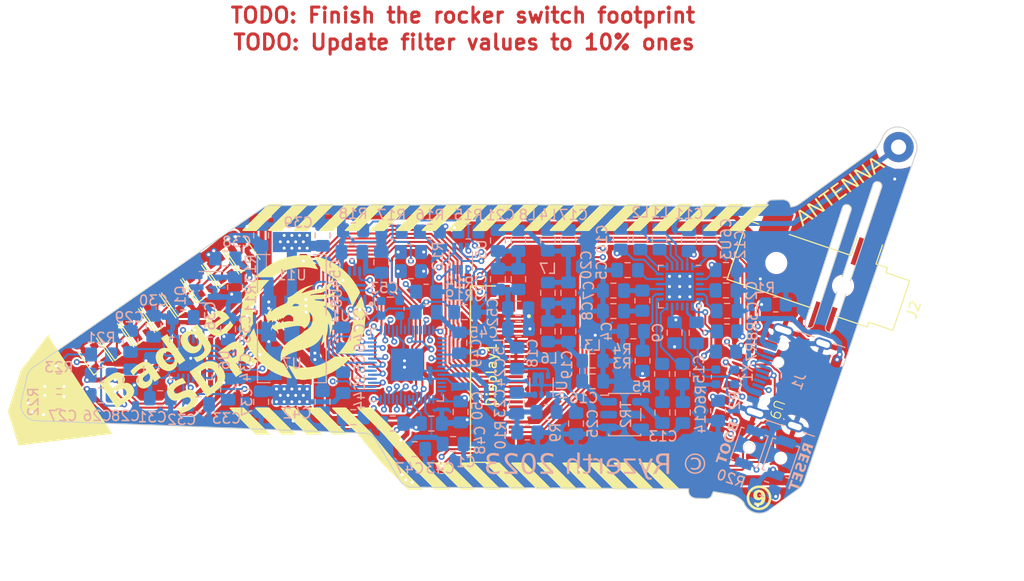
<source format=kicad_pcb>
(kicad_pcb (version 20221018) (generator pcbnew)
  (layers (0 "F.Cu" signal) (1 "In1.Cu" signal) (2 "In2.Cu" signal) (31 "B.Cu" signal) (34 "B.Paste" user) (35 "F.Paste" user) (36 "B.SilkS" user "B.Silkscreen") (37 "F.SilkS" user "F.Silkscreen") (38 "B.Mask" user) (39 "F.Mask" user) (44 "Edge.Cuts" user))
  (net 0 "")
  (net 1 "GND")
  (net 2 "Net-(U1-VREG_VOUT)")
  (net 3 "Net-(U3-DET1)")
  (net 4 "Net-(U3-DET2)")
  (net 5 "Net-(U3-IF_AGC)")
  (net 6 "Net-(U3-VDD_PLL)")
  (net 7 "ANT")
  (net 8 "Net-(U3-RF_in)")
  (net 9 "Net-(U3-PLL_CP)")
  (net 10 "Net-(C8-Pad1)")
  (net 11 "+3.3V")
  (net 12 "Net-(C13-Pad1)")
  (net 13 "IF_P")
  (net 14 "Net-(C14-Pad1)")
  (net 15 "IF_N")
  (net 16 "VBUS")
  (net 17 "Net-(J1-CC1)")
  (net 18 "USB_DP")
  (net 19 "USB_DN")
  (net 21 "Net-(J1-CC2)")
  (net 23 "Net-(U3-TF2P)")
  (net 24 "Net-(U3-TF1P)")
  (net 25 "Net-(U3-TF2N)")
  (net 26 "Net-(U3-TF1N)")
  (net 27 "IF_GAIN")
  (net 28 "Net-(U3-IF_P)")
  (net 29 "Net-(U3-IF_N)")
  (net 30 "I2C_BUS_SDA")
  (net 31 "Net-(U3-SDA)")
  (net 32 "I2C_BUS_SCL")
  (net 33 "Net-(U3-SCL)")
  (net 34 "LCD0_RS")
  (net 35 "LCD0_CLK")
  (net 36 "LCD0_MOSI")
  (net 37 "LCD0_RST")
  (net 38 "LCD0_TE")
  (net 39 "I2S_SDA")
  (net 40 "I2S_SCL")
  (net 41 "Net-(U1-USB_DP)")
  (net 42 "Net-(U1-USB_DM)")
  (net 43 "LEVER_L")
  (net 44 "LEVER_CL")
  (net 45 "LEVER_P")
  (net 46 "LEVER_CR")
  (net 48 "SWD_CLK")
  (net 49 "SWD_DATA")
  (net 50 "MCU_RESET")
  (net 51 "LCD0_BL")
  (net 52 "LEVER_R")
  (net 53 "MCU_CLK")
  (net 54 "I2S_MCLK")
  (net 57 "Net-(D1-DOUT)")
  (net 58 "ADC_IN")
  (net 61 "FLASH_SD3")
  (net 62 "FLASH_SCLK")
  (net 63 "FLASH_SD0")
  (net 64 "FLASH_SD2")
  (net 65 "FLASH_SD1")
  (net 66 "FLASH_SS")
  (net 70 "Net-(U3-XTAL_I)")
  (net 71 "Net-(X1-OUT)")
  (net 73 "Net-(C16-Pad1)")
  (net 74 "Net-(C17-Pad1)")
  (net 75 "Net-(C18-Pad1)")
  (net 76 "Net-(C19-Pad1)")
  (net 77 "Net-(C21-Pad1)")
  (net 78 "LCD0_LEDK")
  (net 79 "Net-(BOOT1-A)")
  (net 80 "Net-(U6-HPR)")
  (net 81 "AUDIO_R")
  (net 82 "Net-(C23-Pad1)")
  (net 83 "Net-(C24-Pad2)")
  (net 84 "Net-(U6-HPL)")
  (net 85 "AUDIO_L")
  (net 86 "Net-(U6-INL)")
  (net 87 "Net-(U6-INR)")
  (net 88 "Net-(U6-REF)")
  (net 89 "Net-(U6-AVdd)")
  (net 90 "+1V8")
  (net 91 "I2S_WS")
  (net 92 "CODEC_RST")
  (net 101 "Net-(D2-DOUT)")
  (net 102 "Net-(D3-DOUT)")
  (net 103 "Net-(D4-DOUT)")
  (net 104 "Net-(D5-DOUT)")
  (net 105 "Net-(D6-DOUT)")
  (net 106 "Net-(D7-DOUT)")
  (net 107 "RGB_LEDS")
  (net 109 "Net-(Display1-LEDA)")
  (net 110 "unconnected-(D8-DOUT-Pad1)")
  (footprint "LED_SMD:LED_WS2812B-2020_PLCC4_2.0x2.0mm" (layer "F.Cu") (at 146.865719 84.783387 124.8)
    (fp_text reference "D6" hide)
    (fp_text value "~")
  )
  (footprint "LED_SMD:LED_WS2812B-2020_PLCC4_2.0x2.0mm" (layer "F.Cu") (at 136.437124 92.03145 124.8)
    (fp_text reference "D1" hide)
    (fp_text value "~")
  )
  (footprint "DC_SDR:PLMG5-GH-V-T_R" (layer "F.Cu") (at 199.347699 95.683013 -108.8)
    (fp_text reference "U9")
    (fp_text value "PLMG5-GH-V-T/R")
    (fp_circle (center -4.5 -3.65) (end -3.95 -3.65) (stroke (width 0.05)) (fill none) (layer "Edge.Cuts"))
    (fp_circle (center 4.5 -3.65) (end 5.05 -3.65) (stroke (width 0.05)) (fill none) (layer "Edge.Cuts"))
  )
  (footprint "LED_SMD:LED_WS2812B-2020_PLCC4_2.0x2.0mm" (layer "F.Cu") (at 142.694281 87.682612 124.8)
    (fp_text reference "D4" hide)
    (fp_text value "~")
  )
  (footprint "DC_SDR:9front" (layer "F.Cu") (at 202.311 106.045)
    (fp_text reference "G***" hide)
    (fp_text value "LOGO" hide)
  )
  (footprint "DC_SDR:AMPHENOL_SFV24R-2STE1HLF" (layer "F.Cu") (at 175.781 93.778 -90)
    (fp_text reference "Display1")
    (fp_text value "ADA4520")
  )
  (footprint "LED_SMD:LED_WS2812B-2020_PLCC4_2.0x2.0mm" (layer "F.Cu") (at 151.037157 81.884163 124.8)
    (fp_text reference "D8" hide)
    (fp_text value "~")
  )
  (footprint "LED_SMD:LED_WS2812B-2020_PLCC4_2.0x2.0mm" (layer "F.Cu") (at 144.78 86.233 124.8)
    (fp_text reference "D5" hide)
    (fp_text value "~")
  )
  (footprint "LED_SMD:LED_WS2812B-2020_PLCC4_2.0x2.0mm" (layer "F.Cu") (at 148.951438 83.333775 124.8)
    (fp_text reference "D7" hide)
    (fp_text value "~")
  )
  (footprint "LED_SMD:LED_WS2812B-2020_PLCC4_2.0x2.0mm" (layer "F.Cu") (at 140.608562 89.132225 124.8)
    (fp_text reference "D3" hide)
    (fp_text value "~")
  )
  (footprint "Connector_Audio:Jack_3.5mm_CUI_SJ-3523-SMT_Horizontal" (layer "F.Cu") (at 208.28 84.201 -108.8)
    (fp_text reference "J2")
    (fp_text value "AudioJack3")
  )
  (footprint "DC_SDR:AntennaPad" (layer "F.Cu") (at 216.154 71.247)
    (fp_text reference "REF**" hide)
    (fp_text value "AntennaPad")
  )
  (footprint "LED_SMD:LED_WS2812B-2020_PLCC4_2.0x2.0mm" (layer "F.Cu") (at 138.522843 90.581837 124.8)
    (fp_text reference "D2" hide)
    (fp_text value "~")
  )
  (footprint "DC_SDR:dragon_labs3" (layer "F.Cu") (at 157.099 88.138)
    (fp_text reference "G***" hide)
    (fp_text value "LOGO" hide)
  )
  (footprint "Inductor_SMD:L_0805_2012Metric_Pad1.15x1.40mm_HandSolder" (layer "B.Cu") (at 181.36225 89.526 -90)
    (fp_text reference "L6")
    (fp_text value "3.9uH")
  )
  (footprint "Capacitor_SMD:C_0805_2012Metric_Pad1.18x1.45mm_HandSolder" (layer "B.Cu") (at 165.973 98.679 180)
    (fp_text reference "C47")
    (fp_text value "100nF")
  )
  (footprint "Resistor_SMD:R_0805_2012Metric_Pad1.20x1.40mm_HandSolder" (layer "B.Cu") (at 169.656 79.629 180)
    (fp_text reference "R16")
    (fp_text value "10k")
  )
  (footprint "Capacitor_SMD:C_0805_2012Metric_Pad1.18x1.45mm_HandSolder" (layer "B.Cu") (at 187.862 87.521 180)
    (fp_text reference "C8")
    (fp_text value "6.8nF")
  )
  (footprint "Package_DFN_QFN:QFN-56-1EP_7x7mm_P0.4mm_EP3.2x3.2mm" (layer "B.Cu") (at 167.386 92.837)
    (fp_text reference "U1")
    (fp_text value "RP2040")
  )
  (footprint "Capacitor_SMD:C_0805_2012Metric_Pad1.18x1.45mm_HandSolder" (layer "B.Cu") (at 185.801 94.488)
    (fp_text reference "C16")
    (fp_text value "27nF")
  )
  (footprint "Capacitor_SMD:C_0805_2012Metric_Pad1.18x1.45mm_HandSolder" (layer "B.Cu") (at 139.954 94.3395 -90)
    (fp_text reference "C28")
    (fp_text value "100nF")
  )
  (footprint "Resistor_SMD:R_0805_2012Metric_Pad1.20x1.40mm_HandSolder" (layer "B.Cu") (at 192.688 93.76 -90)
    (fp_text reference "R5")
    (fp_text value "220")
  )
  (footprint "Capacitor_SMD:C_0805_2012Metric_Pad1.18x1.45mm_HandSolder" (layer "B.Cu") (at 197.387 80.536 -90)
    (fp_text reference "C6")
    (fp_text value "330pF")
  )
  (footprint "Capacitor_SMD:C_0805_2012Metric_Pad1.18x1.45mm_HandSolder" (layer "B.Cu") (at 137.033 93.853 180)
    (fp_text reference "C27")
    (fp_text value "47uF")
  )
  (footprint "Capacitor_SMD:C_0805_2012Metric_Pad1.18x1.45mm_HandSolder" (layer "B.Cu") (at 162.052 98.044)
    (fp_text reference "C44")
    (fp_text value "1uF")
  )
  (footprint "Capacitor_SMD:C_0805_2012Metric_Pad1.18x1.45mm_HandSolder" (layer "B.Cu") (at 183.39425 89.526 -90)
    (fp_text reference "C19")
    (fp_text value "5.1nF")
  )
  (footprint "Resistor_SMD:R_0805_2012Metric_Pad1.20x1.40mm_HandSolder" (layer "B.Cu") (at 198.247 97.409 -90)
    (fp_text reference "R2")
    (fp_text value "5.1k")
  )
  (footprint "Capacitor_SMD:C_0805_2012Metric_Pad1.18x1.45mm_HandSolder" (layer "B.Cu") (at 172.704 97.5275 -90)
    (fp_text reference "C50")
    (fp_text value "100nF")
  )
  (footprint "Capacitor_SMD:C_0805_2012Metric_Pad1.18x1.45mm_HandSolder" (layer "B.Cu") (at 188.595 80.382 -90)
    (fp_text reference "C10")
    (fp_text value "100nF")
  )
  (footprint "DC_SDR:SON50P300X200X60-9N" (layer "B.Cu") (at 162.433 84.963 90)
    (fp_text reference "U8" hide)
    (fp_text value "W25Q16JVUXIQ" hide)
  )
  (footprint "Resistor_SMD:R_0805_2012Metric_Pad1.20x1.40mm_HandSolder" (layer "B.Cu") (at 181.229 97.536 180)
    (fp_text reference "R9")
    (fp_text value "100")
  )
  (footprint "Inductor_SMD:L_0805_2012Metric_Pad1.15x1.40mm_HandSolder" (layer "B.Cu") (at 178.435 84.3495 90)
    (fp_text reference "L9" hide)
    (fp_text value "2.4uH")
  )
  (footprint "Capacitor_SMD:C_0805_2012Metric_Pad1.18x1.45mm_HandSolder" (layer "B.Cu") (at 152.908 80.01 90)
    (fp_text reference "C38")
    (fp_text value "1uF")
  )
  (footprint "Package_DFN_QFN:QFN-24-1EP_4x4mm_P0.5mm_EP2.8x2.8mm" (layer "B.Cu") (at 194.437 85.09 180)
    (fp_text reference "U3")
    (fp_text value "R820T")
  )
  (footprint "Inductor_SMD:L_0805_2012Metric_Pad1.15x1.40mm_HandSolder" (layer "B.Cu") (at 185.801 92.456)
    (fp_text reference "L3")
    (fp_text value "1.2uH")
  )
  (footprint "Capacitor_SMD:C_0805_2012Metric_Pad1.18x1.45mm_HandSolder" (layer "B.Cu") (at 137.033 95.885 180)
    (fp_text reference "C26")
    (fp_text value "47uF")
  )
  (footprint "Capacitor_SMD:C_0805_2012Metric_Pad1.18x1.45mm_HandSolder" (layer "B.Cu") (at 187.862 85.489 180)
    (fp_text reference "C7")
    (fp_text value "330pF")
  )
  (footprint "Capacitor_SMD:C_0805_2012Metric_Pad1.18x1.45mm_HandSolder" (layer "B.Cu") (at 146.705 96.774 180)
    (fp_text reference "C33")
    (fp_text value "100nF")
  )
  (footprint "Capacitor_SMD:C_0805_2012Metric_Pad1.18x1.45mm_HandSolder" (layer "B.Cu") (at 183.39425 85.716 -90)
    (fp_text reference "C20")
    (fp_text value "8.2nF")
  )
  (footprint "Capacitor_SMD:C_0805_2012Metric_Pad1.18x1.45mm_HandSolder" (layer "B.Cu") (at 169.799 98.679)
    (fp_text reference "C48")
    (fp_text value "100nF")
  )
  (footprint "Resistor_SMD:R_0805_2012Metric_Pad1.20x1.40mm_HandSolder" (layer "B.Cu") (at 179.324 99.568)
    (fp_text reference "R10")
    (fp_text value "100")
  )
  (footprint "Resistor_SMD:R_0805_2012Metric_Pad1.20x1.40mm_HandSolder" (layer "B.Cu") (at 190.754 92.456 90)
    (fp_text reference "R3")
    (fp_text value "10k")
  )
  (footprint "Capacitor_SMD:C_0805_2012Metric_Pad1.18x1.45mm_HandSolder" (layer "B.Cu") (at 195.355 80.536 -90)
    (fp_text reference "C11")
    (fp_text value "10nF")
  )
  (footprint "Oscillator:Oscillator_SMD_ECS_2520MV-xxx-xx-4Pin_2.5x2.0mm" (layer "B.Cu") (at 165.735 87.249 -90)
    (fp_text reference "X2")
    (fp_text value "ECS-2520SMV-120-FP-TR")
  )
  (footprint "Capacitor_SMD:C_0805_2012Metric_Pad1.18x1.45mm_HandSolder" (layer "B.Cu") (at 199.136 87.503)
    (fp_text reference "C3")
    (fp_text value "100nF")
  )
  (footprint "Capacitor_SMD:C_0805_2012Metric_Pad1.18x1.45mm_HandSolder" (layer "B.Cu") (at 161.036 90.17 90)
    (fp_text reference "C46")
    (fp_text value "100nF")
  )
  (footprint "Capacitor_SMD:C_0805_2012Metric_Pad1.18x1.45mm_HandSolder" (layer "B.Cu") (at 164.834 82.674 90)
    (fp_text reference "C53")
    (fp_text value "2.2uF")
  )
  (footprint "Resistor_SMD:R_0805_2012Metric_Pad1.20x1.40mm_HandSolder" (layer "B.Cu") (at 162.036 79.502 180)
    (fp_text reference "R18")
    (fp_text value "10k")
  )
  (footprint "Capacitor_SMD:C_0805_2012Metric_Pad1.18x1.45mm_HandSolder" (layer "B.Cu") (at 142.006 93.218 90)
    (fp_text reference "C31")
    (fp_text value "100nF")
  )
  (footprint "Capacitor_SMD:C_0805_2012Metric_Pad1.18x1.45mm_HandSolder" (layer "B.Cu") (at 161.913 81.661 180)
    (fp_text reference "C54")
    (fp_text value "100nF")
  )
  (footprint "Capacitor_SMD:C_0805_2012Metric_Pad1.18x1.45mm_HandSolder" (layer "B.Cu") (at 184.15 98.679 90)
    (fp_text reference "C25")
    (fp_text value "100nF")
  )
  (footprint "Capacitor_SMD:C_0805_2012Metric_Pad1.18x1.45mm_HandSolder" (layer "B.Cu") (at 171.958 100.711 180)
    (fp_text reference "C1")
    (fp_text value "100nF")
  )
  (footprint "Inductor_SMD:L_0805_2012Metric_Pad1.15x1.40mm_HandSolder" (layer "B.Cu") (at 192.434 80.391 90)
    (fp_text reference "L1")
    (fp_text value "150nH")
  )
  (footprint "Capacitor_SMD:C_0805_2012Metric_Pad1.18x1.45mm_HandSolder" (layer "B.Cu") (at 142.24 89.027 90)
    (fp_text reference "C30")
    (fp_text value "1uF")
  )
  (footprint "Package_DFN_QFN:VQFN-24-1EP_4x4mm_P0.5mm_EP2.5x2.5mm" (layer "B.Cu") (at 145.933 92.212 180)
    (fp_text reference "U6")
    (fp_text value "TLV320DAC3203")
  )
  (footprint "Inductor_SMD:L_0805_2012Metric_Pad1.15x1.40mm_HandSolder" (layer "B.Cu") (at 190.529 80.391 90)
    (fp_text reference "L2")
    (fp_text value "150nH")
  )
  (footprint "Resistor_SMD:R_0805_2012Metric_Pad1.20x1.40mm_HandSolder" (layer "B.Cu") (at 165.846 79.629 180)
    (fp_text reference "R17")
    (fp_text value "10k")
  )
  (footprint "Capacitor_SMD:C_0805_2012Metric_Pad1.18x1.45mm_HandSolder" (layer "B.Cu") (at 183.388 80.518 90)
    (fp_text reference "C17")
    (fp_text value "30nF")
  )
  (footprint "Inductor_SMD:L_0805_2012Metric_Pad1.15x1.40mm_HandSolder" (layer "B.Cu") (at 178.435 80.5395 90)
    (fp_text reference "L8")
    (fp_text value "1.6uH")
  )
  (footprint "Capacitor_SMD:C_0805_2012Metric_Pad1.18x1.45mm_HandSolder" (layer "B.Cu") (at 178.435 89.281)
    (fp_text reference "C18")
    (fp_text value "20nF")
  )
  (footprint "Resistor_SMD:R_0805_2012Metric_Pad1.20x1.40mm_HandSolder" (layer "B.Cu") (at 137.033 91.821 180)
    (fp_text reference "R21")
    (fp_text value "1k")
  )
  (footprint "Resistor_SMD:R_0805_2012Metric_Pad1.20x1.40mm_HandSolder" (layer "B.Cu") (at 199.136 89.535 180)
    (fp_text reference "R8")
    (fp_text value "220")
  )
  (footprint "Capacitor_SMD:C_0805_2012Metric_Pad1.18x1.45mm_HandSolder" (layer "B.Cu") (at 189.8435 89.535)
    (fp_text reference "C4")
    (fp_text value "100nF")
  )
  (footprint "Capacitor_SMD:C_0805_2012Metric_Pad1.18x1.45mm_HandSolder" (layer "B.Cu") (at 173.101 87.63 180)
    (fp_text reference "C52")
    (fp_text value "1uF")
  )
  (footprint "Capacitor_SMD:C_0805_2012Metric_Pad1.18x1.45mm_HandSolder" (layer "B.Cu") (at 169.291 87.63)
    (fp_text reference "C45")
    (fp_text value "100nF")
  )
  (footprint "Resistor_SMD:R_0805_2012Metric_Pad1.20x1.40mm_HandSolder" (layer "B.Cu") (at 132.842 96.51)
    (fp_text reference "R22")
    (fp_text value "4.7k")
  )
  (footprint "Resistor_SMD:R_0805_2012Metric_Pad1.20x1.40mm_HandSolder" (layer "B.Cu") (at 202.819 105.156 161.2)
    (fp_text reference "R20")
    (fp_text value "10k")
  )
  (footprint "Capacitor_SMD:C_0805_2012Metric_Pad1.18x1.45mm_HandSolder" (layer "B.Cu") (at 199.0305 85.471)
    (fp_text reference "C2")
    (fp_text value "1uF")
  )
  (footprint "Inductor_SMD:L_0805_2012Metric_Pad1.15x1.40mm_HandSolder" (layer "B.Cu") (at 178.4135 87.249)
    (fp_text reference "L5")
    (fp_text value "1.6uH")
  )
  (footprint "Resistor_SMD:R_0805_2012Metric_Pad1.20x1.40mm_HandSolder" (layer "B.Cu") (at 169.291 85.598)
    (fp_text reference "R19")
    (fp_text value "10k")
  )
  (footprint "Resistor_SMD:R_0805_2012Metric_Pad1.20x1.40mm_HandSolder" (layer "B.Cu") (at 194.72 93.76 -90)
    (fp_text reference "R6")
    (fp_text value "220")
  )
  (footprint "Capacitor_SMD:C_0805_2012Metric_Pad1.18x1.45mm_HandSolder" (layer "B.Cu") (at 178.292 96.6685 -90)
    (fp_text reference "C23")
    (fp_text value "100nF")
  )
  (footprint "Capacitor_SMD:C_0805_2012Metric_Pad1.18x1.45mm_HandSolder" (layer "B.Cu") (at 139.954 90.5295 90)
    (fp_text reference "C29")
    (fp_text value "100nF")
  )
  (footprint "Inductor_SMD:L_0805_2012Metric_Pad1.15x1.40mm_HandSolder" (layer "B.Cu") (at 181.356 80.518 90)
    (fp_text reference "L4")
    (fp_text value "1.1uH")
  )
  (footprint "Capacitor_SMD:C_0805_2012Metric_Pad1.18x1.45mm_HandSolder" (layer "B.Cu") (at 176.403 80.518 90)
    (fp_text reference "C21")
    (fp_text value "13nF")
  )
  (footprint "Resistor_SMD:R_0805_2012Metric_Pad1.20x1.40mm_HandSolder" (layer "B.Cu") (at 149.352 82.296)
    (fp_text reference "R13")
    (fp_text value "150")
  )
  (footprint "Resistor_SMD:R_0805_2012Metric_Pad1.20x1.40mm_HandSolder" (layer "B.Cu") (at 132.842 94.488)
    (fp_text reference "R23")
    (fp_text value "4.7k")
  )
  (footprint "Capacitor_SMD:C_0805_2012Metric_Pad1.18x1.45mm_HandSolder" (layer "B.Cu") (at 178.308 92.202 -90)
    (fp_text reference "C24")
    (fp_text value "100nF")
  )
  (footprint "Resistor_SMD:R_0805_2012Metric_Pad1.20x1.40mm_HandSolder" (layer "B.Cu") (at 203.962 86.868)
    (fp_text reference "R1")
    (fp_text value "5.1k")
  )
  (footprint "Capacitor_SMD:C_0805_2012Metric_Pad1.18x1.45mm_HandSolder" (layer "B.Cu") (at 194.749 97.588 -90)
    (fp_text reference "C14")
    (fp_text value "100nF")
  )
  (footprint "Capacitor_SMD:C_0805_2012Metric_Pad1.18x1.45mm_HandSolder" (layer "B.Cu") (at 159.004 80.01 90)
    (fp_text reference "C39")
    (fp_text value "1uF")
  )
  (footprint "Resistor_SMD:R_0805_2012Metric_Pad1.20x1.40mm_HandSolder" (layer "B.Cu") (at 167.767 81.661 180)
    (fp_text reference "R12")
    (fp_text value "27")
  )
  (footprint "Package_TO_SOT_SMD:SOT-363_SC-70-6" (layer "B.Cu") (at 180.721 94.869 90)
    (fp_text reference "U4")
    (fp_text value "BGA2817")
  )
  (footprint "Capacitor_SMD:C_0805_2012Metric_Pad1.18x1.45mm_HandSolder" (layer "B.Cu") (at 149.626 95.27 -90)
    (fp_text reference "C34")
    (fp_text value "10uF")
  )
  (footprint "Capacitor_SMD:C_0805_2012Metric_Pad1.18x1.45mm_HandSolder" (layer "B.Cu") (at 193.929 89.662 90)
    (fp_text reference "C9")
    (fp_text value "100nF")
  )
  (footprint "Button_Switch_SMD:SW_SPST_B3U-1000P-B" (layer "B.Cu") (at 204.47 102.108 71.2)
    (fp_text reference "RESET1" hide)
    (fp_text value "SW_SPST")
  )
  (footprint "Resistor_SMD:R_0805_2012Metric_Pad1.20x1.40mm_HandSolder" (layer "B.Cu") (at 150.3195 85.156 -90)
    (fp_text reference "R11")
    (fp_text value "10k")
  )
  (footprint "Resistor_SMD:R_0805_2012Metric_Pad1.20x1.40mm_HandSolder" (layer "B.Cu") (at 199.038 91.544 180)
    (fp_text reference "R7")
    (fp_text value "220")
  )
  (footprint "Capacitor_SMD:C_0805_2012Metric_Pad1.18x1.45mm_HandSolder" (layer "B.Cu") (at 149.626 89.301 -90)
    (fp_text reference "C35")
    (fp_text value "10uF")
  )
  (footprint "Inductor_SMD:L_0805_2012Metric_Pad1.15x1.40mm_HandSolder" (layer "B.Cu") (at 181.36225 85.716 -90)
    (fp_text reference "L7")
    (fp_text value "7.5uH")
  )
  (footprint "Capacitor_SMD:C_0805_2012Metric_Pad1.18x1.45mm_HandSolder" (layer "B.Cu") (at 189.259 83.457 180)
    (fp_text reference "C5")
    (fp_text value "100nF")
  )
  (footprint "Capacitor_SMD:C_0805_2012Metric_Pad1.18x1.45mm_HandSolder" (layer "B.Cu") (at 168.148 101.219 180)
    (fp_text reference "C43")
    (fp_text value "100nF")
  )
  (footprint "Capacitor_SMD:C_0805_2012Metric_Pad1.18x1.45mm_HandSolder" (layer "B.Cu") (at 176.403 84.3495 90)
    (fp_text reference "C22")
    (fp_text value "20nF")
  )
  (footprint "Capacitor_SMD:C_0805_2012Metric_Pad1.18x1.45mm_HandSolder" (layer "B.Cu") (at 199.0305 83.439 180)
    (fp_text reference "C12")
    (fp_text value "100nF")
  )
  (footprint "Resistor_SMD:R_0805_2012Metric_Pad1.20x1.40mm_HandSolder" (layer "B.Cu") (at 167.767 83.566 180)
    (fp_text reference "R14")
    (fp_text value "27")
  )
  (footprint "Capacitor_SMD:C_0805_2012Metric_Pad1.18x1.45mm_HandSolder" (layer "B.Cu") (at 196.117 89.68 90)
    (fp_text reference "C15")
    (fp_text value "330pF")
  )
  (footprint "Oscillator:Oscillator_SMD_ECS_2520MV-xxx-xx-4Pin_2.5x2.0mm" (layer "B.Cu") (at 198.947 94.045 90)
    (fp_text reference "X1")
    (fp_text value "TG2520SMN 16.0000M-MCGNNM3")
  )
  (footprint "Resistor_SMD:R_0805_2012Metric_Pad1.20x1.40mm_HandSolder" (layer "B.Cu") (at 190.7325 86.487 -90)
    (fp_text reference "R4")
    (fp_text value "1.8")
  )
  (footprint "Package_TO_SOT_SMD:SOT-223-3_TabPin2" (layer "B.Cu") (at 155.956 83.82 90)
    (fp_text reference "U11")
    (fp_text value "LD1117S18TR_SOT223")
  )
  (footprint "Button_Switch_SMD:SW_SPST_B3U-1000P-B" (layer "B.Cu") (at 201.344164 101.043879 71.2)
    (fp_text reference "BOOT1" hide)
    (fp_text value "SW_SPST")
  )
  (footprint "Capacitor_SMD:C_0805_2012Metric_Pad1.18x1.45mm_HandSolder" (layer "B.Cu") (at 152.908 96.52 -90)
    (fp_text reference "C37")
    (fp_text value "1uF")
  )
  (footprint "Capacitor_SMD:C_0805_2012Metric_Pad1.18x1.45mm_HandSolder" (layer "B.Cu") (at 172.577 90.6695 90)
    (fp_text reference "C49")
    (fp_text value "100nF")
  )
  (footprint "Capacitor_SMD:C_0805_2012Metric_Pad1.18x1.45mm_HandSolder" (layer "B.Cu") (at 192.717 97.588 -90)
    (fp_text reference "C13")
    (fp_text value "100nF")
  )
  (footprint "Capacitor_SMD:C_0805_2012Metric_Pad1.18x1.45mm_HandSolder" (layer "B.Cu") (at 145.181 88.138)
    (fp_text reference "C36")
    (fp_text value "100nF")
  )
  (footprint "Capacitor_SMD:C_0805_2012Metric_Pad1.18x1.45mm_HandSolder" (layer "B.Cu") (at 161.036 94.615 90)
    (fp_text reference "C51")
    (fp_text value "100nF")
  )
  (footprint "Resistor_SMD:R_0805_2012Metric_Pad1.20x1.40mm_HandSolder" (layer "B.Cu") (at 173.466 79.629)
    (fp_text reference "R15")
    (fp_text value "10k")
  )
  (footprint "Package_TO_SOT_SMD:SOT-23" (layer "B.Cu") (at 147.3985 85.156 180)
    (fp_text reference "Q1")
    (fp_text value "2N7002")
  )
  (footprint "Package_TO_SOT_SMD:SOT-223-3_TabPin2" (layer "B.Cu") (at 155.956 92.71 -90)
    (fp_text reference "U7")
    (fp_text value "LD1117S33TR_SOT223")
  )
  (footprint "Transformer_SMD:Transformer_MiniCircuits_AT224-1A" (layer "B.Cu") (at 188.976 97.79 -90)
    (fp_text reference "TR2")
    (fp_text value "~")
  )
  (footprint "Capacitor_SMD:C_0805_2012Metric_Pad1.18x1.45mm_HandSolder" (layer "B.Cu") (at 142.895 96.159)
    (fp_text reference "C32")
    (fp_text value "1uF")
  )
  (footprint "Connector_USB:USB_C_Receptacle_GCT_USB4105-xx-A_16P_TopMnt_Horizontal" (layer "B.Cu") (at 206.248 94.488 -108.9)
    (fp_text reference "J1")
    (fp_text value "USB_C_Receptacle_USB2.0")
  )
  (footprint "Package_TO_SOT_SMD:Texas_R-PDSO-G6" (layer "B.Cu") (at 172.72 82.296 90)
    (fp_text reference "U5")
    (fp_text value "TPL0401A-10-Q1")
  )
  (footprint "Capacitor_SMD:C_0805_2012Metric_Pad1.18x1.45mm_HandSolder" (layer "B.Cu") (at 159.004 96.52 -90)
    (fp_text reference "C42")
    (fp_text value "1uF")
  )
  (gr_poly (pts (xy 149.86 97.155) (xy 152.4 99.695) (xy 153.67 99.695) (xy 151.13 97.155)) (stroke (width 0.15)) (fill solid) (layer "F.SilkS"))
  (gr_poly (pts (xy 190.5 102.616) (xy 193.04 105.156) (xy 194.31 105.156) (xy 191.77 102.616)) (stroke (width 0.15)) (fill solid) (layer "F.SilkS"))
  (gr_poly (pts (xy 171.45 79.502) (xy 173.99 76.962) (xy 175.26 76.962) (xy 172.72 79.502)) (stroke (width 0.15)) (fill solid) (layer "F.SilkS"))
  (gr_poly (pts (xy 175.26 102.616) (xy 177.8 105.156) (xy 179.07 105.156) (xy 176.53 102.616)) (stroke (width 0.15)) (fill solid) (layer "F.SilkS"))
  (gr_poly (pts (xy 199.39 79.502) (xy 201.93 76.962) (xy 203.2 76.962) (xy 200.66 79.502)) (stroke (width 0.15)) (fill solid) (layer "F.SilkS"))
  (gr_poly (pts (xy 186.69 79.502) (xy 189.23 76.962) (xy 190.5 76.962) (xy 187.96 79.502)) (stroke (width 0.15)) (fill solid) (layer "F.SilkS"))
  (gr_poly (pts (xy 184.15 79.502) (xy 186.69 76.962) (xy 187.96 76.962) (xy 185.42 79.502)) (stroke (width 0.15)) (fill solid) (layer "F.SilkS"))
  (gr_poly (pts (xy 153.67 79.502) (xy 156.21 76.962) (xy 157.48 76.962) (xy 154.94 79.502)) (stroke (width 0.15)) (fill solid) (layer "F.SilkS"))
  (gr_poly (pts (xy 168.91 79.502) (xy 171.45 76.962) (xy 172.72 76.962) (xy 170.18 79.502)) (stroke (width 0.15)) (fill solid) (layer "F.SilkS"))
  (gr_poly (pts (xy 176.53 79.502) (xy 179.07 76.962) (xy 180.34 76.962) (xy 177.8 79.502)) (stroke (width 0.15)) (fill solid) (layer "F.SilkS"))
  (gr_poly (pts (xy 177.8 102.616) (xy 180.34 105.156) (xy 181.61 105.156) (xy 179.07 102.616)) (stroke (width 0.15)) (fill solid) (layer "F.SilkS"))
  (gr_poly (pts (xy 163.83 79.502) (xy 166.37 76.962) (xy 167.64 76.962) (xy 165.1 79.502)) (stroke (width 0.15)) (fill solid) (layer "F.SilkS"))
  (gr_poly (pts (xy 164.973 102.616) (xy 167.513 105.156) (xy 168.783 105.156) (xy 166.243 102.616)) (stroke (width 0.15)) (fill solid) (layer "F.SilkS"))
  (gr_poly (pts (xy 194.31 79.502) (xy 196.85 76.962) (xy 198.12 76.962) (xy 195.58 79.502)) (stroke (width 0.15)) (fill solid) (layer "F.SilkS"))
  (gr_poly (pts (xy 189.23 79.502) (xy 191.77 76.962) (xy 193.04 76.962) (xy 190.5 79.502)) (stroke (width 0.15)) (fill solid) (layer "F.SilkS"))
  (gr_poly (pts (xy 182.88 102.616) (xy 185.42 105.156) (xy 186.69 105.156) (xy 184.15 102.616)) (stroke (width 0.15)) (fill solid) (layer "F.SilkS"))
  (gr_poly (pts (xy 165.1 99.695) (xy 167.64 102.616) (xy 168.91 102.616) (xy 166.37 99.695)) (stroke (width 0.15)) (fill solid) (layer "F.SilkS"))
  (gr_poly (pts (xy 181.61 79.502) (xy 184.15 76.962) (xy 185.42 76.962) (xy 182.88 79.502)) (stroke (width 0.15)) (fill solid) (layer "F.SilkS"))
  (gr_poly (pts (xy 161.29 79.502) (xy 163.83 76.962) (xy 165.1 76.962) (xy 162.56 79.502)) (stroke (width 0.15)) (fill solid) (layer "F.SilkS"))
  (gr_poly (pts (xy 157.48 97.155) (xy 160.02 99.695) (xy 161.29 99.695) (xy 158.75 97.155)) (stroke (width 0.15)) (fill solid) (layer "F.SilkS"))
  (gr_poly (pts (xy 158.75 79.502) (xy 161.29 76.962) (xy 162.56 76.962) (xy 160.02 79.502)) (stroke (width 0.15)) (fill solid) (layer "F.SilkS"))
  (gr_poly (pts (xy 131.800625 90.113018) (xy 138.023625 99.638018) (xy 128.879625 100.781018) (xy 127.863625 97.479018) (xy 129.133625 93.415018) (xy 131.800625 89.986018)) (stroke (width 0.15)) (fill solid) (layer "F.SilkS"))
  (gr_poly (pts (xy 187.96 102.616) (xy 190.5 105.156) (xy 191.77 105.156) (xy 189.23 102.616)) (stroke (width 0.15)) (fill solid) (layer "F.SilkS"))
  (gr_poly (pts (xy 179.07 79.502) (xy 181.61 76.962) (xy 182.88 76.962) (xy 180.34 79.502)) (stroke (width 0.15)) (fill solid) (layer "F.SilkS"))
  (gr_poly (pts (xy 185.42 102.616) (xy 187.96 105.156) (xy 189.23 105.156) (xy 186.69 102.616)) (stroke (width 0.15)) (fill solid) (layer "F.SilkS"))
  (gr_poly (pts (xy 162.56 99.695) (xy 164.973 102.616) (xy 166.243 102.616) (xy 163.83 99.695)) (stroke (width 0.15)) (fill solid) (layer "F.SilkS"))
  (gr_poly (pts (xy 196.85 79.502) (xy 199.39 76.962) (xy 200.66 76.962) (xy 198.12 79.502)) (stroke (width 0.15)) (fill solid) (layer "F.SilkS"))
  (gr_poly (pts (xy 162.56 97.155) (xy 165.1 99.695) (xy 166.37 99.695) (xy 163.83 97.155)) (stroke (width 0.15)) (fill solid) (layer "F.SilkS"))
  (gr_poly (pts (xy 151.13 79.502) (xy 153.67 76.962) (xy 154.94 76.962) (xy 152.4 79.502)) (stroke (width 0.15)) (fill solid) (layer "F.SilkS"))
  (gr_poly (pts (xy 180.34 102.616) (xy 182.88 105.156) (xy 184.15 105.156) (xy 181.61 102.616)) (stroke (width 0.15)) (fill solid) (layer "F.SilkS"))
  (gr_poly (pts (xy 166.37 79.502) (xy 168.91 76.962) (xy 170.18 76.962) (xy 167.64 79.502)) (stroke (width 0.15)) (fill solid) (layer "F.SilkS"))
  (gr_poly (pts (xy 172.72 102.616) (xy 175.26 105.156) (xy 176.53 105.156) (xy 173.99 102.616)) (stroke (width 0.15)) (fill solid) (layer "F.SilkS"))
  (gr_poly (pts (xy 191.77 79.502) (xy 194.31 76.962) (xy 195.58 76.962) (xy 193.04 79.502)) (stroke (width 0.15)) (fill solid) (layer "F.SilkS"))
  (gr_poly (pts (xy 170.18 102.616) (xy 172.72 105.156) (xy 173.99 105.156) (xy 171.45 102.616)) (stroke (width 0.15)) (fill solid) (layer "F.SilkS"))
  (gr_poly (pts (xy 160.02 97.155) (xy 162.56 99.695) (xy 163.83 99.695) (xy 161.29 97.155)) (stroke (width 0.15)) (fill solid) (layer "F.SilkS"))
  (gr_poly (pts (xy 173.99 79.502) (xy 176.53 76.962) (xy 177.8 76.962) (xy 175.26 79.502)) (stroke (width 0.15)) (fill solid) (layer "F.SilkS"))
  (gr_poly (pts (xy 156.21 79.502) (xy 158.75 76.962) (xy 160.02 76.962) (xy 157.48 79.502)) (stroke (width 0.15)) (fill solid) (layer "F.SilkS"))
  (gr_poly (pts (xy 152.4 97.155) (xy 154.94 99.695) (xy 156.21 99.695) (xy 153.67 97.155)) (stroke (width 0.15)) (fill solid) (layer "F.SilkS"))
  (gr_poly (pts (xy 167.64 102.616) (xy 170.18 105.156) (xy 171.45 105.156) (xy 168.91 102.616)) (stroke (width 0.15)) (fill solid) (layer "F.SilkS"))
  (gr_poly (pts (xy 154.94 97.155) (xy 157.48 99.695) (xy 158.75 99.695) (xy 156.21 97.155)) (stroke (width 0.15)) (fill solid) (layer "F.SilkS"))
  (gr_poly (pts (xy 217.692475 70.36963) (xy 217.722745 70.412579) (xy 217.75135 70.455786) (xy 217.778299 70.499239) (xy 217.803605 70.54293) (xy 217.827279 70.586844) (xy 217.849332 70.630971) (xy 217.869778 70.6753) (xy 217.888625 70.719819) (xy 217.905887 70.764516) (xy 217.921574 70.809381) (xy 217.935698 70.854402) (xy 217.948271 70.899568) (xy 217.959304 70.944867) (xy 217.968809 70.990288) (xy 217.976797 71.035818) (xy 217.98328 71.081449) (xy 217.988269 71.127166) (xy 217.991774 71.17296) (xy 217.99381 71.218818) (xy 217.994386 71.26473) (xy 217.991205 71.356669) (xy 217.982324 71.448685) (xy 217.967836 71.540686) (xy 217.947831 71.632581) (xy 217.922404 71.724281) (xy 217.891643 71.815692) (xy 206.778936 104.432249) (xy 206.757898 104.486813) (xy 206.734797 104.540429) (xy 206.709682 104.59305) (xy 206.682604 104.644628) (xy 206.653613 104.695112) (xy 206.622759 104.744457) (xy 206.590091 104.792611) (xy 206.55566 104.839527) (xy 206.519516 104.885157) (xy 206.481708 104.929452) (xy 206.442288 104.972364) (xy 206.401303 105.013845) (xy 206.358805 105.053845) (xy 206.314844 105.092316) (xy 206.269471 105.129211) (xy 206.222732 105.16448) (xy 203.26135 107.29114) (xy 203.180708 107.345524) (xy 203.097838 107.394069) (xy 203.012989 107.436853) (xy 202.926405 107.473953) (xy 202.838334 107.505447) (xy 202.749024 107.531413) (xy 202.658719 107.551928) (xy 202.567667 107.567072) (xy 202.476114 107.576921) (xy 202.384308 107.581553) (xy 202.292495 107.581046) (xy 202.200921 107.575479) (xy 202.109834 107.564927) (xy 202.019479 107.549471) (xy 201.930103 107.529186) (xy 201.841955 107.504152) (xy 201.755279 107.474447) (xy 201.670323 107.440147) (xy 201.587333 107.40133) (xy 201.506557 107.358075) (xy 201.428239 107.310461) (xy 201.352629 107.258562) (xy 201.279971 107.202459) (xy 201.210513 107.142229) (xy 201.144501 107.077949) (xy 201.082183 107.009698) (xy 201.023803 106.937553) (xy 200.969611 106.861592) (xy 200.919852 106.781894) (xy 200.874772 106.698535) (xy 200.834619 106.611593) (xy 200.799639 106.521148) (xy 200.775282 106.488606) (xy 200.702822 106.402183) (xy 200.64884 106.344019) (xy 200.583179 106.278687) (xy 200.50595 106.208288) (xy 200.41727 106.134923) (xy 200.317252 106.060692) (xy 200.206013 105.987698) (xy 200.083667 105.918039) (xy 199.950329 105.853817) (xy 199.806113 105.797134) (xy 199.729961 105.772275) (xy 199.651134 105.750089) (xy 199.569645 105.730837) (xy 199.485507 105.714782) (xy 199.398737 105.702188) (xy 199.309348 105.693317) (xy 197.77407 105.438128) (xy 197.745519 105.494036) (xy 197.720376 105.552665) (xy 197.675065 105.674252) (xy 197.652278 105.735293) (xy 197.627654 105.795223) (xy 197.599883 105.853083) (xy 197.584408 105.880937) (xy 197.567655 105.907915) (xy 197.549461 105.933895) (xy 197.52966 105.958759) (xy 197.508089 105.982388) (xy 197.484585 106.00466) (xy 197.458984 106.025457) (xy 197.431121 106.044658) (xy 197.400833 106.062144) (xy 197.367957 106.077796) (xy 197.332328 106.091493) (xy 197.293783 106.103114) (xy 197.252158 106.112542) (xy 197.207287 106.119655) (xy 197.15901 106.124335) (xy 197.10716 106.126461) (xy 197.051575 106.125914) (xy 196.99209 106.122575) (xy 196.081732 106.098672) (xy 196.038533 106.096694) (xy 195.993882 106.091646) (xy 195.948185 106.083683) (xy 195.901847 106.072962) (xy 195.855272 106.059638) (xy 195.808866 106.043866) (xy 195.763036 106.025804) (xy 195.718184 106.005606) (xy 195.674717 105.98343) (xy 195.633041 105.959428) (xy 195.593559 105.933759) (xy 195.556678 105.906578) (xy 195.522803 105.87804) (xy 195.492338 105.848303) (xy 195.46569 105.817519) (xy 195.453923 105.801785) (xy 195.443262 105.785848) (xy 195.429304 105.763197) (xy 195.416334 105.740441) (xy 195.404323 105.717609) (xy 195.393238 105.694732) (xy 195.383048 105.671838) (xy 195.37372 105.648956) (xy 195.365222 105.626116) (xy 195.357522 105.603346) (xy 195.350589 105.580678) (xy 195.344391 105.558137) (xy 195.338895 105.535757) (xy 195.334069 105.513564) (xy 195.326303 105.469862) (xy 195.320835 105.427263) (xy 195.31741 105.386002) (xy 195.315775 105.346315) (xy 195.31567 105.308435) (xy 195.316842 105.272597) (xy 195.319035 105.239034) (xy 195.321994 105.207982) (xy 195.325463 105.179674) (xy 195.329186 105.154345) (xy 167.948742 104.998717) (xy 167.845591 104.995114) (xy 167.743746 104.984794) (xy 167.643483 104.967923) (xy 167.545072 104.944668) (xy 167.448788 104.915196) (xy 167.354905 104.879672) (xy 167.263693 104.838263) (xy 167.175428 104.791137) (xy 167.090383 104.738459) (xy 167.008829 104.680396) (xy 166.931041 104.617116) (xy 166.857291 104.548784) (xy 166.787852 104.475567) (xy 166.722998 104.397632) (xy 166.663003 104.315144) (xy 166.608138 104.228272) (xy 164.359608 100.395987) (xy 164.306751 100.311546) (xy 164.249057 100.23124) (xy 164.186772 100.155218) (xy 164.120145 100.08363) (xy 164.049423 100.016621) (xy 163.974855 99.954342) (xy 163.896688 99.896941) (xy 163.81517 99.844566) (xy 163.730548 99.797366) (xy 163.643071 99.75549) (xy 163.552987 99.719086) (xy 163.460542 99.688302) (xy 163.365986 99.663287) (xy 163.269565 99.64419) (xy 163.171528 99.631158) (xy 163.072123 99.624341) (xy 149.532682 99.110925) (xy 130.577075 98.391614) (xy 130.486207 98.385588) (xy 130.397064 98.374557) (xy 130.309764 98.358678) (xy 130.224428 98.338102) (xy 130.141172 98.312983) (xy 130.060117 98.283477) (xy 129.98138 98.249736) (xy 129.905082 98.211917) (xy 129.831339 98.170171) (xy 129.760271 98.124652) (xy 129.691999 98.075516) (xy 129.626638 98.022916) (xy 129.564308 97.967007) (xy 129.50513 97.907942) (xy 129.44922 97.845875) (xy 129.396697 97.78096) (xy 129.347682 97.713352) (xy 129.302291 97.643204) (xy 129.260644 97.570671) (xy 129.222861 97.495906) (xy 129.189058 97.419063) (xy 129.159356 97.340298) (xy 129.133874 97.259762) (xy 129.112729 97.177612) (xy 129.096041 97.094) (xy 129.083928 97.00908) (xy 129.076509 96.923008) (xy 129.073903 96.835937) (xy 129.076229 96.74802) (xy 129.083605 96.659411) (xy 129.096151 96.570266) (xy 129.113984 96.480738) (xy 129.678181 94.027336) (xy 129.695999 93.956962) (xy 129.71701 93.887808) (xy 129.741149 93.819961) (xy 129.768348 93.753504) (xy 129.79854 93.688522) (xy 129.831662 93.625099) (xy 129.867644 93.56332) (xy 129.906423 93.503271) (xy 129.94793 93.445036) (xy 129.9921 93.388699) (xy 130.038867 93.334344) (xy 130.088165 93.282057) (xy 130.139926 93.231923) (xy 130.194086 93.184024) (xy 130.250577 93.138449) (xy 130.309333 93.095279) (xy 153.006945 77.327201) (xy 153.055846 77.293905) (xy 153.105935 77.262631) (xy 153.15714 77.233393) (xy 153.209386 77.206209) (xy 153.262602 77.181096) (xy 153.316713 77.158068) (xy 153.371647 77.137145) (xy 153.42733 77.118342) (xy 153.48369 77.101676) (xy 153.540654 77.087163) (xy 153.598148 77.07482) (xy 153.656099 77.064663) (xy 153.714434 77.05671) (xy 153.773079 77.050977) (xy 153.831964 77.04748) (xy 153.891013 77.046237) (xy 178.707961 76.937781) (xy 181.258712 76.978532) (xy 202.995587 77.164072) (xy 203.017199 77.107995) (xy 203.03653 77.050211) (xy 203.073002 76.932538) (xy 203.09247 76.874163) (xy 203.11431 76.817099) (xy 203.139683 76.762103) (xy 203.154059 76.735617) (xy 203.169755 76.70993) (xy 203.186915 76.685139) (xy 203.205687 76.661335) (xy 203.226214 76.638617) (xy 203.248643 76.617074) (xy 203.273118 76.596805) (xy 203.299786 76.577902) (xy 203.328791 76.560459) (xy 203.360278 76.544572) (xy 203.394395 76.530334) (xy 203.431285 76.517841) (xy 203.471094 76.507186) (xy 203.513967 76.498463) (xy 203.560051 76.491768) (xy 203.609489 76.487194) (xy 203.662429 76.484836) (xy 203.719013 76.484788) (xy 204.630139 76.458299) (xy 204.673341 76.45794) (xy 204.718179 76.460537) (xy 204.764239 76.465956) (xy 204.81111 76.474066) (xy 204.858379 76.484734) (xy 204.905635 76.497828) (xy 204.952464 76.513215) (xy 204.998453 76.530764) (xy 205.043191 76.550341) (xy 205.086265 76.571816) (xy 205.127262 76.595054) (xy 205.16577 76.619926) (xy 205.201377 76.646296) (xy 205.233669 76.674034) (xy 205.262234 76.703007) (xy 205.274992 76.717915) (xy 205.286661 76.733083) (xy 205.306489 76.761751) (xy 205.324551 76.790626) (xy 205.340926 76.819642) (xy 205.355698 76.848735) (xy 205.368945 76.877841) (xy 205.380749 76.906895) (xy 205.391189 76.93583) (xy 205.400348 76.964586) (xy 205.408305 76.993093) (xy 205.415142 77.021289) (xy 205.420938 77.04911) (xy 205.425775 77.076489) (xy 205.429735 77.103364) (xy 205.432895 77.129667) (xy 205.43534 77.155336) (xy 205.437147 77.180304) (xy 205.489829 77.177238) (xy 205.542405 77.172885) (xy 205.594812 77.167095) (xy 205.646992 77.159717) (xy 205.698883 77.150602) (xy 205.750423 77.139599) (xy 205.776043 77.133343) (xy 205.801553 77.126558) (xy 205.826946 77.119226) (xy 205.852212 77.111329) (xy 205.88859 77.099708) (xy 205.923779 77.087467) (xy 205.957778 77.074677) (xy 205.990588 77.061413) (xy 206.022207 77.04775) (xy 206.052634 77.03376) (xy 206.081867 77.019518) (xy 206.109904 77.005097) (xy 206.136747 76.990572) (xy 206.162392 76.976015) (xy 206.21009 76.947105) (xy 206.252986 76.918955) (xy 206.291074 76.892159) (xy 211.416609 73.17654) (xy 213.762399 71.488847) (xy 213.800492 71.461026) (xy 213.837571 71.432111) (xy 213.873629 71.402125) (xy 213.908658 71.371092) (xy 213.942652 71.339035) (xy 213.975602 71.305977) (xy 214.007502 71.271943) (xy 214.038344 71.236956) (xy 214.068121 71.201039) (xy 214.096826 71.164216) (xy 214.124452 71.126509) (xy 214.150991 71.087945) (xy 214.176436 71.048544) (xy 214.200779 71.00833) (xy 214.224015 70.967329) (xy 214.246134 70.925562) (xy 214.662558 70.103835) (xy 214.699839 70.034715) (xy 214.740152 69.968084) (xy 214.783379 69.903998) (xy 214.829398 69.842515) (xy 214.87809 69.783693) (xy 214.929334 69.72759) (xy 214.98301 69.674262) (xy 215.038999 69.623769) (xy 215.097179 69.576167) (xy 215.157431 69.531514) (xy 215.219635 69.489868) (xy 215.28367 69.451286) (xy 215.349418 69.415826) (xy 215.416756 69.383544) (xy 215.485566 69.354501) (xy 215.555726 69.328752) (xy 215.627119 69.306356) (xy 215.699622 69.287369) (xy 215.773115 69.27185) (xy 215.847478 69.259857) (xy 215.922593 69.251446) (xy 215.998338 69.246676) (xy 216.074592 69.245604) (xy 216.151238 69.248287) (xy 216.228152 69.254783) (xy 216.305218 69.265152) (xy 216.382313 69.279448) (xy 216.459317 69.297731) (xy 216.53611 69.320057) (xy 216.612572 69.346484) (xy 216.688585 69.377072) (xy 216.764027 69.411875) (xy 216.849403 69.456051) (xy 216.890482 69.478906) (xy 216.930679 69.502622) (xy 216.970133 69.527461) (xy 217.008988 69.553685) (xy 217.047384 69.581556) (xy 217.085464 69.611336) (xy 217.123369 69.643287) (xy 217.16124 69.677671) (xy 217.19922 69.71475) (xy 217.237452 69.754786) (xy 217.276074 69.798043) (xy 217.315231 69.84478) (xy 217.355063 69.89526) (xy 217.395713 69.949747)) (stroke (width 0.1)) (fill none) (layer "Edge.Cuts"))
  (gr_poly (pts (xy 214.420309 74.866631) (xy 214.431489 74.883771) (xy 214.441827 74.901418) (xy 214.451308 74.919541) (xy 214.459916 74.938102) (xy 214.467635 74.957069) (xy 214.47445 74.976408) (xy 214.480344 74.996083) (xy 214.485302 75.016062) (xy 214.489309 75.036308) (xy 214.492348 75.056789) (xy 214.494404 75.077471) (xy 214.49546 75.098318) (xy 214.495504 75.119297) (xy 214.494516 75.140374) (xy 214.492481 75.161515) (xy 214.489386 75.182684) (xy 214.485212 75.203848) (xy 214.479947 75.224974) (xy 214.473571 75.246026) (xy 209.755636 89.344002) (xy 209.748214 89.364692) (xy 209.739839 89.384746) (xy 209.730545 89.404146) (xy 209.720366 89.422878) (xy 209.709338 89.440925) (xy 209.697493 89.458272) (xy 209.684867 89.474903) (xy 209.671494 89.490803) (xy 209.657406 89.505955) (xy 209.642641 89.520344) (xy 209.62723 89.533954) (xy 209.611208 89.54677) (xy 209.594611 89.558776) (xy 209.577471 89.569956) (xy 209.559822 89.580294) (xy 209.5417 89.589775) (xy 209.523138 89.598383) (xy 209.504171 89.606102) (xy 209.484833 89.612916) (xy 209.465158 89.618811) (xy 209.44518 89.623769) (xy 209.424933 89.627775) (xy 209.404453 89.630815) (xy 209.383771 89.632871) (xy 209.362924 89.633929) (xy 209.341945 89.633972) (xy 209.32087 89.632984) (xy 209.299729 89.630951) (xy 209.278561 89.627855) (xy 209.257397 89.623683) (xy 209.236273 89.618418) (xy 209.215222 89.612043) (xy 209.181135 89.59943) (xy 209.160439 89.592) (xy 209.14037 89.583602) (xy 209.120945 89.574273) (xy 209.10218 89.564048) (xy 209.084093 89.552964) (xy 209.066698 89.541055) (xy 209.050015 89.528356) (xy 209.03406 89.514906) (xy 209.018849 89.500738) (xy 209.004398 89.485889) (xy 208.990727 89.470394) (xy 208.977849 89.454288) (xy 208.965784 89.437608) (xy 208.954547 89.420389) (xy 208.944155 89.402667) (xy 208.934625 89.384478) (xy 208.925974 89.365856) (xy 208.918219 89.34684) (xy 208.911376 89.327462) (xy 208.905462 89.307761) (xy 208.900496 89.28777) (xy 208.89649 89.267526) (xy 208.893466 89.247064) (xy 208.891438 89.226422) (xy 208.890423 89.205632) (xy 208.890439 89.184732) (xy 208.8915 89.163757) (xy 208.893627 89.142744) (xy 208.896833 89.121726) (xy 208.901137 89.100742) (xy 208.906555 89.079826) (xy 208.913104 89.059014) (xy 213.631033 74.961029) (xy 213.638456 74.940338) (xy 213.646831 74.920286) (xy 213.656125 74.900886) (xy 213.666303 74.882154) (xy 213.677331 74.864107) (xy 213.689176 74.84676) (xy 213.701802 74.830129) (xy 213.715176 74.81423) (xy 213.729263 74.799077) (xy 213.744029 74.784687) (xy 213.75944 74.771078) (xy 213.775461 74.758261) (xy 213.79206 74.746256) (xy 213.8092 74.735076) (xy 213.826848 74.724737) (xy 213.84497 74.715257) (xy 213.863532 74.706648) (xy 213.882499 74.698929) (xy 213.901837 74.692114) (xy 213.921513 74.68622) (xy 213.941491 74.681262) (xy 213.961737 74.677255) (xy 213.982219 74.674216) (xy 214.002899 74.672159) (xy 214.023747 74.671101) (xy 214.044726 74.671058) (xy 214.065803 74.672045) (xy 214.086942 74.674078) (xy 214.108112 74.677174) (xy 214.129276 74.681345) (xy 214.1504 74.686611) (xy 214.171451 74.692985) (xy 214.205535 74.705602) (xy 214.226225 74.713025) (xy 214.246278 74.721401) (xy 214.265679 74.730696) (xy 214.28441 74.740874) (xy 214.302457 74.751903) (xy 214.319804 74.763748) (xy 214.336436 74.776373) (xy 214.352335 74.789747) (xy 214.367487 74.803834) (xy 214.381877 74.818601) (xy 214.395487 74.834011) (xy 214.408303 74.850033)) (stroke (width 0.1)) (fill none) (layer "Edge.Cuts"))
  (gr_poly (pts (xy 211.382021 77.14469) (xy 211.393201 77.16183) (xy 211.40354 77.179478) (xy 211.41302 77.1976) (xy 211.421629 77.216162) (xy 211.429347 77.235129) (xy 211.436162 77.254467) (xy 211.442056 77.274142) (xy 211.447015 77.29412) (xy 211.451021 77.314367) (xy 211.45406 77.334849) (xy 211.456116 77.35553) (xy 211.457173 77.376377) (xy 211.457216 77.397357) (xy 211.456228 77.418434) (xy 211.454194 77.439573) (xy 211.451098 77.460743) (xy 211.446926 77.481908) (xy 211.441659 77.503033) (xy 211.435283 77.524085) (xy 207.728326 88.914663) (xy 207.720904 88.935353) (xy 207.712528 88.955406) (xy 207.703235 88.974807) (xy 207.693056 88.993538) (xy 207.682027 89.011585) (xy 207.670183 89.028932) (xy 207.657556 89.045563) (xy 207.644183 89.061462) (xy 207.630096 89.076615) (xy 207.61533 89.091003) (xy 207.599919 89.104614) (xy 207.583897 89.11743) (xy 207.5673 89.129435) (xy 207.55016 89.140615) (xy 207.532511 89.150954) (xy 207.514389 89.160434) (xy 207.495827 89.169042) (xy 207.47686 89.176761) (xy 207.457522 89.183575) (xy 207.437846 89.189469) (xy 207.417869 89.194428) (xy 207.397621 89.198434) (xy 207.37714 89.201473) (xy 207.356459 89.203528) (xy 207.335611 89.204585) (xy 207.314632 89.204628) (xy 207.293556 89.20364) (xy 207.272416 89.201605) (xy 207.251246 89.19851) (xy 207.230083 89.194337) (xy 207.208958 89.189071) (xy 207.187906 89.182696) (xy 207.153822 89.17008) (xy 207.133372 89.162484) (xy 207.113529 89.153958) (xy 207.094309 89.144534) (xy 207.07573 89.134246) (xy 207.057811 89.123126) (xy 207.040566 89.111208) (xy 207.024015 89.098524) (xy 207.008173 89.08511) (xy 206.99306 89.070995) (xy 206.97869 89.056216) (xy 206.965082 89.040803) (xy 206.952254 89.024792) (xy 206.940221 89.008213) (xy 206.929002 88.991103) (xy 206.918614 88.97349) (xy 206.909073 88.955412) (xy 206.900398 88.936899) (xy 206.892604 88.917985) (xy 206.885711 88.898705) (xy 206.879734 88.879089) (xy 206.874691 88.859172) (xy 206.8706 88.838987) (xy 206.867477 88.818567) (xy 206.865339 88.797945) (xy 206.864204 88.777153) (xy 206.86409 88.756226) (xy 206.865012 88.735196) (xy 206.86699 88.714097) (xy 206.870038 88.69296) (xy 206.874177 88.671822) (xy 206.87942 88.650712) (xy 206.885788 88.629666) (xy 210.592745 77.239088) (xy 210.600168 77.218398) (xy 210.608544 77.198345) (xy 210.617838 77.178945) (xy 210.628016 77.160213) (xy 210.639045 77.142166) (xy 210.650889 77.124819) (xy 210.663515 77.108188) (xy 210.676889 77.092288) (xy 210.690976 77.077137) (xy 210.705742 77.062747) (xy 210.721153 77.049137) (xy 210.737174 77.036321) (xy 210.753772 77.024315) (xy 210.770912 77.013135) (xy 210.78856 77.002796) (xy 210.806683 76.993315) (xy 210.825244 76.984707) (xy 210.844211 76.976989) (xy 210.86355 76.970174) (xy 210.883225 76.96428) (xy 210.903203 76.959321) (xy 210.92345 76.955314) (xy 210.943931 76.952275) (xy 210.964612 76.950218) (xy 210.985459 76.94916) (xy 211.006439 76.949118) (xy 211.027515 76.950105) (xy 211.048655 76.952139) (xy 211.069824 76.955233) (xy 211.090988 76.959405) (xy 211.112113 76.964671) (xy 211.133164 76.971045) (xy 211.167248 76.983661) (xy 211.187938 76.991084) (xy 211.207991 76.99946) (xy 211.227392 77.008754) (xy 211.246123 77.018933) (xy 211.26417 77.029962) (xy 211.281518 77.041807) (xy 211.298148 77.054433) (xy 211.314048 77.067806) (xy 211.3292 77.081894) (xy 211.343589 77.09666) (xy 211.3572 77.112071) (xy 211.370015 77.128092)) (stroke (width 0.1)) (fill none) (layer "Edge.Cuts"))
  (gr_text "TODO: Update filter values to 10% ones" (at 149.987 61.722) (layer "F.Cu") (effects (font (size 1.5 1.5) (thickness 0.3) bold) (justify left bottom)))
  (gr_text "TODO: Finish the rocker switch footprint" (at 149.733 59.055) (layer "F.Cu") (effects (font (size 1.5 1.5) (thickness 0.3) bold) (justify left bottom)))
  (gr_text "U8" (at 160.401 86.233 90) (layer "B.SilkS") (effects (font (size 1 1)) (justify mirror)))
  (gr_text "© Ryzerth 2023" (at 197.358 104.013) (layer "B.SilkS") (effects (font (size 2 2)) (justify left bottom mirror)))
  (gr_text "RESET" (at 207.899 100.838 71.2) (layer "B.SilkS") (effects (font (size 1 1) (thickness 0.2) bold) (justify left bottom mirror)))
  (gr_text "BOOT" (at 200.533 98.679 71.2) (layer "B.SilkS") (effects (font (size 1 1) (thickness 0.2) bold) (justify left bottom mirror)))
  (gr_text "Badge" (at 138.557 97.79 34.8) (layer "F.SilkS") (effects (font (size 3 3) (thickness 0.2) bold) (justify left bottom)))
  (gr_text "ANTENNA" (at 206.756 79.375 35.9) (layer "F.SilkS") (effects (font (size 1.5 1.5)) (justify left bottom)))
  (gr_text "SDR" (at 145.034 98.425 34.8) (layer "F.SilkS") (effects (font (size 3 3) (thickness 0.2) bold) (justify left bottom)))
  (segment (start 143.702004 89.469996) (end 143.51 89.662) (width 0.5) (layer "F.Cu") (net 1))
  (segment (start 143.562468 88.035092) (end 143.721835 88.194459) (width 0.2) (layer "F.Cu") (net 1))
  (segment (start 144.380389 88.138) (end 144.410389 88.108) (width 0.2) (layer "F.Cu") (net 1))
  (segment (start 137.65205 92.71) (end 138.684 92.71) (width 0.5) (layer "F.Cu") (net 1))
  (segment (start 143.891 88.138) (end 144.380389 88.138) (width 0.5) (layer "F.Cu") (net 1))
  (segment (start 145.039883 88.108) (end 145.339442 87.808441) (width 0.2) (layer "F.Cu") (net 1))
  (segment (start 152.010992 82.321622) (end 152.146 82.45663) (width 0.5) (layer "F.Cu") (net 1))
  (segment (start 141.476749 89.484704) (end 141.636116 89.644071) (width 0.2) (layer "F.Cu") (net 1))
  (segment (start 143.668116 88.120071) (end 143.702004 88.153959) (width 0.5) (layer "F.Cu") (net 1))
  (segment (start 144.410389 88.108) (end 145.039883 88.108) (width 0.2) (layer "F.Cu") (net 1))
  (segment (start 149.819625 83.686254) (end 149.978992 83.845621) (width 0.2) (layer "F.Cu") (net 1))
  (segment (start 143.702004 88.153959) (end 143.702004 89.469996) (width 0.5) (layer "F.Cu") (net 1))
  (segment (start 137.464678 92.543296) (end 137.213217 92.291835) (width 0.2) (layer "F.Cu") (net 1))
  (segment (start 147.733906 85.135867) (end 147.893273 85.295234) (width 0.2) (layer "F.Cu") (net 1))
  (segment (start 139.550397 91.093683) (end 139.298936 90.842222) (width 0.2) (layer "F.Cu") (net 1))
  (segment (start 137.410959 92.468909) (end 137.65205 92.71) (width 0.5) (layer "F.Cu") (net 1))
  (segment (start 145.556093 86.493385) (end 145.807554 86.744846) (width 0.2) (layer "F.Cu") (net 1))
  (segment (start 152.146 82.45663) (end 152.146 83.439) (width 0.5) (layer "F.Cu") (net 1))
  (segment (start 151.905344 82.236642) (end 152.064711 82.396009) (width 0.2) (layer "F.Cu") (net 1))
  (via (at 166.878 103.759) (size 0.6) (drill 0.3) (layers "F.Cu" "B.Cu") (net 1))
  (via (at 194.437 84.074) (size 0.6) (drill 0.3) (layers "F.Cu" "B.Cu") (net 1))
  (via (at 193.421 85.09) (size 0.6) (drill 0.3) (layers "F.Cu" "B.Cu") (net 1))
  (via (at 215.773 74.422) (size 0.6) (drill 0.3) (layers "F.Cu" "B.Cu") (net 1))
  (via (at 194.437 85.09) (size 0.6) (drill 0.3) (layers "F.Cu" "B.Cu") (net 1))
  (via (at 145.923 92.202) (size 0.6) (drill 0.3) (layers "F.Cu" "B.Cu") (net 1))
  (via (at 157.353 86.995) (size 0.6) (drill 0.3) (layers "F.Cu" "B.Cu") (net 1))
  (via (at 129.794 96.647) (size 0.6) (drill 0.3) (layers "F.Cu" "B.Cu") (net 1))
  (via (at 151.511 88.011) (size 0.6) (drill 0.3) (layers "F.Cu" "B.Cu") (net 1))
  (via (at 193.421 86.106) (size 0.6) (drill 0.3) (layers "F.Cu" "B.Cu") (net 1))
  (via (at 194.437 86.106) (size 0.6) (drill 0.3) (layers "F.Cu" "B.Cu") (net 1))
  (via (at 167.132 93.091) (size 0.6) (drill 0.3) (layers "F.Cu" "B.Cu") (net 1))
  (via (at 140.335 94.869) (size 0.6) (drill 0.3) (layers "F.Cu" "B.Cu") (net 1))
  (via (at 193.421 84.074) (size 0.6) (drill 0.3) (layers "F.Cu" "B.Cu") (net 1))
  (via (at 157.353 87.63) (size 0.6) (drill 0.3) (layers "F.Cu" "B.Cu") (net 1))
  (via (at 149.225 94.615) (size 0.6) (drill 0.3) (layers "F.Cu" "B.Cu") (net 1))
  (via (at 167.259 104.267) (size 0.6) (drill 0.3) (layers "F.Cu" "B.Cu") (net 1))
  (via (at 156.083 98.425) (size 0.6) (drill 0.3) (layers "F.Cu" "B.Cu") (net 1))
  (via (at 167.132 92.456) (size 0.6) (drill 0.3) (layers "F.Cu" "B.Cu") (net 1))
  (via (at 179.578 89.281) (size 0.6) (drill 0.3) (layers "F.Cu" "B.Cu") (net 1))
  (via (at 202.565 100.076) (size 0.6) (drill 0.3) (layers "F.Cu" "B.Cu") (net 1))
  (via (at 186.055 89.916) (size 0.6) (drill 0.3) (layers "F.Cu" "B.Cu") (net 1))
  (via (at 195.453 86.106) (size 0.6) (drill 0.3) (layers "F.Cu" "B.Cu") (net 1))
  (via (at 195.453 84.074) (size 0.6) (drill 0.3) (layers "F.Cu" "B.Cu") (net 1))
  (via (at 153.67 90.551) (size 0.6) (drill 0.3) (layers "F.Cu" "B.Cu") (net 1))
  (via (at 202.438 84.328) (size 0.6) (drill 0.3) (layers "F.Cu" "B.Cu") (net 1))
  (via (at 195.453 85.09) (size 0.6) (drill 0.3) (layers "F.Cu" "B.Cu") (net 1))
  (via (at 202.184 106.807) (size 0.6) (drill 0.3) (layers "F.Cu" "B.Cu") (net 1))
  (via (at 193.929 91.059) (size 0.6) (drill 0.3) (layers "F.Cu" "B.Cu") (net 1))
  (via (at 184.531 103.251) (size 0.6) (drill 0.3) (layers "F.Cu" "B.Cu") (net 1))
  (via (at 173.355 98.298) (size 0.6) (drill 0.3) (layers "F.Cu" "B.Cu") (net 1))
  (via (at 167.894 104.521) (size 0.6) (drill 0.3) (layers "F.Cu" "B.Cu") (net 1))
  (via (at 141.478 92.456) (size 0.6) (drill 0.3) (layers "F.Cu" "B.Cu") (net 1))
  (via (at 157.353 86.36) (size 0.6) (drill 0.3) (layers "F.Cu" "B.Cu") (net 1))
  (via (at 130.175 97.536) (size 0.6) (drill 0.3) (layers "F.Cu" "B.Cu") (net 1))
  (via (at 151.511 79.121) (size 0.6) (drill 0.3) (layers "F.Cu" "B.Cu") (net 1))
  (via (at 131.318 97.79) (size 0.6) (drill 0.3) (layers "F.Cu" "B.Cu") (net 1))
  (via (at 149.987 85.852) (size 0.6) (drill 0.3) (layers "F.Cu" "B.Cu") (net 1))
  (segment (start 174.025 83.698471) (end 174.376471 83.347) (width 0.2) (layer "B.Cu") (net 1))
  (segment (start 171.355975 94.237) (end 171.958 94.839025) (width 0.2) (layer "B.Cu") (net 1))
  (segment (start 204.709728 89.395148) (end 206.063702 90.749122) (width 0.5) (layer "B.Cu") (net 1))
  (segment (start 161.683 86.363) (end 161.136471 86.363) (width 0.2) (layer "B.Cu") (net 1))
  (segment (start 179.4725 89.281) (end 179.578 89.281) (width 1) (layer "B.Cu") (net 1))
  (segment (start 171.358 93.437) (end 171.831 92.964) (width 0.2) (layer "B.Cu") (net 1))
  (segment (start 180.071 93.919) (end 180.721 93.919) (width 0.5) (layer "B.Cu") (net 1))
  (segment (start 172.72 83.396) (end 172.72 84.046) (width 0.2) (layer "B.Cu") (net 1))
  (segment (start 202.939575 99.434575) (end 204.003696 100.498696) (width 0.5) (layer "B.Cu") (net 1))
  (segment (start 164.834 80.645) (end 164.825 80.636) (width 0.2) (layer "B.Cu") (net 1))
  (segment (start 169.961 85.268) (end 170.291 85.598) (width 0.2) (layer "B.Cu") (net 1))
  (segment (start 194.187 84.84) (end 194.437 85.09) (width 0.2) (layer "B.Cu") (net 1))
  (segment (start 144.1435 89.735) (end 144.1435 88.138) (width 0.2) (layer "B.Cu") (net 1))
  (segment (start 170.3285 87.63) (end 170.3285 87.697449) (width 0.5) (layer "B.Cu") (net 1))
  (segment (start 165.867 85.731) (end 166.66 86.524) (width 0.2) (layer "B.Cu") (net 1))
  (segment (start 164.834 80.645) (end 164.834 79.641) (width 1) (layer "B.Cu") (net 1))
  (segment (start 179.578 89.281) (end 179.578 89.3865) (width 1) (layer "B.Cu") (net 1))
  (segment (start 203.802942 90.268511) (end 203.836365 90.268511) (width 0.5) (layer "B.Cu") (net 1))
  (segment (start 149.626 88.2635) (end 149.626 86.8495) (width 0.5) (layer "B.Cu") (net 1))
  (segment (start 172.263051 89.632) (end 172.577 89.632) (width 0.5) (layer "B.Cu") (net 1))
  (segment (start 151.003 94.234) (end 151.0015 94.2325) (width 1) (layer "B.Cu") (net 1))
  (segment (start 180.721 95.819) (end 180.721 94.742) (width 0.2) (layer "B.Cu") (net 1))
  (segment (start 146.683 90.2745) (end 146.683 91.462) (width 0.2) (layer "B.Cu") (net 1))
  (segment (start 170.3285 87.697449) (end 172.263051 89.632) (width 0.5) (layer "B.Cu") (net 1))
  (segment (start 164.834 79.641) (end 164.846 79.629) (width 1) (layer "B.Cu") (net 1))
  (segment (start 170.8235 94.237) (end 168.786 94.237) (width 0.2) (layer "B.Cu") (net 1))
  (segment (start 179.578 89.3865) (end 179.4725 89.281) (width 1) (layer "B.Cu") (net 1))
  (segment (start 170.8235 93.437) (end 167.986 93.437) (width 0.2) (layer "B.Cu") (net 1))
  (segment (start 159.390471 84.617) (end 158.501471 84.617) (width 0.2) (layer "B.Cu") (net 1))
  (segment (start 175.26 86.5085) (end 174.1385 87.63) (width 0.2) (layer "B.Cu") (net 1))
  (segment (start 173.791 84.146) (end 174.025 83.912) (width 0.2) (layer "B.Cu") (net 1))
  (segment (start 174.025 83.912) (end 174.025 83.698471) (width 0.2) (layer "B.Cu") (net 1))
  (segment (start 149.987 85.852) (end 150.3195 86.156) (width 0.5) (layer "B.Cu") (net 1))
  (segment (start 158.115 85.003471) (end 158.115 86.829) (width 0.2) (layer "B.Cu") (net 1))
  (segment (start 170.8235 94.237) (end 171.355975 94.237) (width 0.2) (layer "B.Cu") (net 1))
  (segment (start 145.683 91.962) (end 145.933 92.212) (width 0.2) (layer "B.Cu") (net 1))
  (segment (start 172.72 84.046) (end 172.82 84.146) (width 0.2) (layer "B.Cu") (net 1))
  (segment (start 204.003696 100.498696) (end 205.017852 100.498696) (width 0.5) (layer "B.Cu") (net 1))
  (segment (start 146.683 91.462) (end 145.933 92.212) (width 0.2) (layer "B.Cu") (net 1))
  (segment (start 170.3285 85.6355) (end 170.291 85.598) (width 1) (layer "B.Cu") (net 1))
  (segment (start 201.911082 97.569325) (end 204.511744 97.569325) (width 0.5) (layer "B.Cu") (net 1))
  (segment (start 161.036 89.1325) (end 160.954997 89.1325) (width 0.2) (layer "B.Cu") (net 1))
  (segment (start 171.958 94.839025) (end 172.055025 94.839025) (width 0.2) (layer "B.Cu") (net 1))
  (segment (start 167.986 93.437) (end 167.386 92.837) (width 0.2) (layer "B.Cu") (net 1))
  (segment (start 166.386 89.97247) (end 166.386 89.3995) (width 0.2) (layer "B.Cu") (net 1))
  (segment (start 206.063702 90.749122) (end 208.664365 90.749122) (width 0.5) (layer "B.Cu") (net 1))
  (segment (start 144.733 91.012) (end 145.933 92.212) (width 0.2) (layer "B.Cu") (net 1))
  (segment (start 167.04 90.626471) (end 166.386 89.97247) (width 0.2) (layer "B.Cu") (net 1))
  (segment (start 145.683 90.2745) (end 145.683 91.962) (width 0.2) (layer "B.Cu") (net 1))
  (segment (start 159.611 90.476497) (end 159.611 92.1525) (width 0.2) (layer "B.Cu") (net 1))
  (segment (start 175.26 83.733471) (end 175.26 86.5085) (width 0.2) (layer "B.Cu") (net 1))
  (segment (start 144.683 90.2745) (end 144.1435 89.735) (width 0.2) (layer "B.Cu") (net 1))
  (segment (start 201.911082 96.504669) (end 201.72987 96.323457) (width 0.5) (layer "B.Cu") (net 1))
  (segment (start 160.954997 89.1325) (end 159.611 90.476497) (width 0.2) (layer "B.Cu") (net 1))
  (segment (start 167.386 92.837) (end 167.04 92.491) (width 0.2) (layer "B.Cu") (net 1))
  (segment (start 180.071 94.727) (end 180.086 94.742) (width 0.5) (layer "B.Cu") (net 1))
  (segment (start 158.501471 84.617) (end 158.115 85.003471) (width 0.2) (layer "B.Cu") (net 1))
  (segment (start 168.786 94.237) (end 167.386 92.837) (width 0.2) (layer "B.Cu") (net 1))
  (segment (start 165.867 82.6695) (end 165.867 85.731) (width 0.2) (layer "B.Cu") (net 1))
  (segment (start 203.836365 90.268511) (end 204.709728 89.395148) (width 0.5) (layer "B.Cu") (net 1))
  (segment (start 150.0085 94.2325) (end 151.0015 94.2325) (width 1) (layer "B.Cu") (net 1))
  (segment (start 169.961 80.934) (end 169.961 85.268) (width 0.2) (layer "B.Cu") (net 1))
  (segment (start 172.82 84.146) (end 173.791 84.146) (width 0.2) (layer "B.Cu") (net 1))
  (segment (start 167.04 92.491) (end 167.04 90.626471) (width 0.2) (layer "B.Cu") (net 1))
  (segment (start 180.721 93.919) (end 180.721 94.742) (width 0.5) (layer "B.Cu") (net 1))
  (segment (start 174.376471 83.347) (end 174.873529 83.347) (width 0.2) (layer "B.Cu") (net 1))
  (segment (start 161.136471 86.363) (end 159.390471 84.617) (width 0.2) (layer "B.Cu") (net 1))
  (segment (start 179.4385 87.249) (end 179.4385 89.247) (width 1) (layer "B.Cu") (net 1))
  (segment (start 201.892016 99.434575) (end 202.939575 99.434575) (width 0.5) (layer "B.Cu") (net 1))
  (segment (start 162.17 80.636) (end 161.036 79.502) (width 0.2) (layer "B.Cu") (net 1))
  (segment (start 168.656 79.629) (end 169.961 80.934) (width 0.2) (layer "B.Cu") (net 1))
  (segment (start 145.183 92.962) (end 145.933 92.212) (width 0.2) (layer "B.Cu") (net 1))
  (segment (start 164.834 81.6365) (end 165.867 82.6695) (width 0.2) (layer "B.Cu") (net 1))
  (segment (start 174.873529 83.347) (end 175.26 83.733471) (width 0.2) (layer "B.Cu") (net 1))
  (segment (start 144.683 90.2745) (end 144.733 90.3245) (width 0.2) (layer "B.Cu") (net 1))
  (segment (start 164.825 80.636) (end 162.17 80.636) (width 0.2) (layer "B.Cu") (net 1))
  (segment (start 172.085 94.869) (end 172.055025 94.839025) (width 0.2) (layer "B.Cu") (net 1))
  (segment (start 159.611 92.1525) (end 161.036 93.5775) (width 0.2) (layer "B.Cu") (net 1))
  (segment (start 170.8235 93.437) (end 171.358 93.437) (width 0.2) (layer "B.Cu") (net 1))
  (segment (start 204.511744 97.569325) (end 205.865719 98.9233) (width 0.5) (layer "B.Cu") (net 1))
  (segment (start 192.4495 84.84) (end 194.187 84.84) (width 0.2) (layer "B.Cu") (net 1))
  (segment (start 143.9955 92.962) (end 145.183 92.962) (width 0.2) (layer "B.Cu") (net 1))
  (segment (start 166.66 86.524) (end 166.734 86.598) (width 0.2) (layer "B.Cu") (net 1))
  (segment (start 144.733 90.3245) (end 144.733 91.012) (width 0.2) (layer "B.Cu") (net 1))
  (segment (start 180.071 93.919) (end 180.071 94.727) (width 0.5) (layer "B.Cu") (net 1))
  (segment (start 149.626 86.8495) (end 149.987 85.852) (width 0.5) (layer "B.Cu") (net 1))
  (segment (start 179.4385 89.247) (end 179.4725 89.281) (width 1) (layer "B.Cu") (net 1))
  (segment (start 201.911082 97.569325) (end 201.911082 96.504669) (width 0.5) (layer "B.Cu") (net 1))
  (segment (start 158.115 86.829) (end 158.256 86.97) (width 0.2) (layer "B.Cu") (net 1))
  (segment (start 164.834 81.6365) (end 164.834 80.645) (width 1) (layer "B.Cu") (net 1))
  (segment (start 164.789339 98.032) (end 165.989 98.032) (width 0.5) (layer "F.Cu") (net 2))
  (segment (start 167.852831 97.494831) (end 169.787 95.560661) (width 0.5) (layer "F.Cu") (net 2))
  (segment (start 169.787 95.560661) (end 169.787 94.415) (width 0.5) (layer "F.Cu") (net 2))
  (segment (start 167.386 98.102339) (end 167.386 99.695) (width 0.5) (layer "F.Cu") (net 2))
  (segment (start 169.787 94.415) (end 168.844 93.472) (width 0.5) (layer "F.Cu") (net 2))
  (segment (start 169.225 91.186) (end 169.672 91.186) (width 0.5) (layer "F.Cu") (net 2))
  (segment (start 167.64 97.409) (end 167.767 97.409) (width 0.5) (layer "F.Cu") (net 2))
  (segment (start 165.989 98.032) (end 167.315661 98.032) (width 0.5) (layer "F.Cu") (net 2))
  (segment (start 164.084 97.155) (end 164.084 97.326661) (width 0.5) (layer "F.Cu") (net 2))
  (segment (start 167.315661 98.032) (end 167.852831 97.494831) (width 0.5) (layer "F.Cu") (net 2))
  (segment (start 164.084 97.326661) (end 164.789339 98.032) (width 0.5) (layer "F.Cu") (net 2))
  (segment (start 167.386 99.695) (end 166.751 100.33) (width 0.5) (layer "F.Cu") (net 2))
  (segment (start 168.844 93.472) (end 168.844 91.567) (width 0.5) (layer "F.Cu") (net 2))
  (segment (start 168.844 91.567) (end 169.225 91.186) (width 0.5) (layer "F.Cu") (net 2))
  (segment (start 167.767 97.409) (end 167.852831 97.494831) (width 0.5) (layer "F.Cu") (net 2))
  (segment (start 167.315661 98.032) (end 167.386 98.102339) (width 0.5) (layer "F.Cu") (net 2))
  (via (at 167.64 97.409) (size 0.6) (drill 0.3) (layers "F.Cu" "B.Cu") (net 2))
  (via (at 164.084 97.155) (size 0.6) (drill 0.3) (layers "F.Cu" "B.Cu") (net 2))
  (via (at 166.751 100.33) (size 0.6) (drill 0.3) (layers "F.Cu" "B.Cu") (net 2))
  (via (at 167.64 90.424) (size 0.6) (drill 0.3) (layers "F.Cu" "B.Cu") (net 2))
  (via (at 169.799 91.313) (size 0.6) (drill 0.3) (layers "F.Cu" "B.Cu") (net 2))
  (segment (start 167.986 90.078) (end 167.64 90.424) (width 0.2) (layer "B.Cu") (net 2))
  (segment (start 168.2855 100.044) (end 169.799 100.044) (width 0.5) (layer "B.Cu") (net 2))
  (segment (start 169.799 100.044) (end 170.2535 100.044) (width 0.5) (layer "B.Cu") (net 2))
  (segment (start 167.64 97.282) (end 167.64 97.409) (width 0.2) (layer "B.Cu") (net 2))
  (segment (start 167.186 96.2745) (end 167.186 96.828) (width 0.2) (layer "B.Cu") (net 2))
  (segment (start 170.9205 100.711) (end 170.9205 100.814839) (width 0.5) (layer "B.Cu") (net 2))
  (segment (start 170.2535 100.044) (end 170.9205 100.711) (width 0.5) (layer "B.Cu") (net 2))
  (segment (start 167.64 90.424) (end 167.767 90.551) (width 0.2) (layer "B.Cu") (net 2))
  (segment (start 166.751 100.33) (end 166.751 100.8595) (width 0.5) (layer "B.Cu") (net 2))
  (segment (start 167.767 90.551) (end 168.9 90.551) (width 0.2) (layer "B.Cu") (net 2))
  (segment (start 167.767 97.409) (end 167.767 97.409) (width 0.2) (layer "B.Cu") (net 2))
  (segment (start 167.186 96.828) (end 167.64 97.282) (width 0.2) (layer "B.Cu") (net 2))
  (segment (start 163.0895 98.044) (end 163.195 98.044) (width 0.2) (layer "B.Cu") (net 2))
  (segment (start 167.986 89.3995) (end 167.986 90.078) (width 0.2) (layer "B.Cu") (net 2))
  (segment (start 163.195 98.044) (end 164.084 97.155) (width 0.2) (layer "B.Cu") (net 2))
  (segment (start 169.186 97.513183) (end 169.799 98.126183) (width 0.2) (layer "B.Cu") (net 2))
  (segment (start 169.799 98.126183) (end 169.799 100.044) (width 0.2) (layer "B.Cu") (net 2))
  (segment (start 169.535 91.186) (end 169.672 91.186) (width 0.2) (layer "B.Cu") (net 2))
  (segment (start 169.186 96.2745) (end 169.186 97.513183) (width 0.2) (layer "B.Cu") (net 2))
  (segment (start 167.64 97.409) (end 167.767 97.409) (width 0.2) (layer "B.Cu") (net 2))
  (segment (start 167.1105 101.219) (end 168.2855 100.044) (width 0.5) (layer "B.Cu") (net 2))
  (segment (start 168.9 90.551) (end 169.535 91.186) (width 0.2) (layer "B.Cu") (net 2))
  (segment (start 166.751 100.8595) (end 167.1105 101.219) (width 0.5) (layer "B.Cu") (net 2))
  (segment (start 196.4245 85.34) (end 197.862 85.34) (width 0.2) (layer "B.Cu") (net 3))
  (segment (start 197.862 85.34) (end 197.993 85.471) (width 0.2) (layer "B.Cu") (net 3))
  (segment (start 197.877 87.503) (end 197.993 87.503) (width 0.2) (layer "B.Cu") (net 4))
  (segment (start 197.133 86.759) (end 197.877 87.503) (width 0.2) (layer "B.Cu") (net 4))
  (segment (start 196.4245 85.84) (end 196.849 85.84) (width 0.2) (layer "B.Cu") (net 4))
  (segment (start 197.133 86.124) (end 197.133 86.759) (width 0.2) (layer "B.Cu") (net 4))
  (segment (start 196.849 85.84) (end 197.133 86.124) (width 0.2) (layer "B.Cu") (net 4))
  (segment (start 190.754 91.456) (end 190.754 89.662) (width 0.5) (layer "B.Cu") (net 5))
  (segment (start 191.7325 88.6835) (end 191.7325 86.156848) (width 0.2) (layer "B.Cu") (net 5))
  (segment (start 190.754 89.662) (end 190.881 89.535) (width 0.5) (layer "B.Cu") (net 5))
  (segment (start 190.881 89.535) (end 191.7325 88.6835) (width 0.2) (layer "B.Cu") (net 5))
  (segment (start 191.7325 86.156848) (end 192.049348 85.84) (width 0.2) (layer "B.Cu") (net 5))
  (segment (start 192.049348 85.84) (end 192.4495 85.84) (width 0.2) (layer "B.Cu") (net 5))
  (segment (start 192.4495 84.34) (end 191.1795 84.34) (width 0.2) (layer "B.Cu") (net 6))
  (segment (start 191.1795 84.34) (end 190.2965 83.457) (width 0.2) (layer "B.Cu") (net 6))
  (segment (start 216.154 71.247) (end 205.678891 78.829714) (width 0.5) (layer "B.Cu") (net 7))
  (segment (start 198.055786 78.829714) (end 197.387 79.4985) (width 0.5) (layer "B.Cu") (net 7))
  (segment (start 205.678891 78.829714) (end 198.055786 78.829714) (width 0.5) (layer "B.Cu") (net 7))
  (segment (start 196.2175 83.1025) (end 197.387 81.933) (width 0.2) (layer "B.Cu") (net 8))
  (segment (start 197.387 81.933) (end 197.387 81.5735) (width 0.2) (layer "B.Cu") (net 8))
  (segment (start 195.687 83.1025) (end 196.2175 83.1025) (width 0.2) (layer "B.Cu") (net 8))
  (segment (start 188.8995 85.489) (end 190.7305 85.489) (width 0.5) (layer "B.Cu") (net 9))
  (segment (start 190.7165 85.471) (end 190.7325 85.487) (width 0.5) (layer "B.Cu") (net 9))
  (segment (start 192.4495 85.34) (end 190.8795 85.34) (width 0.2) (layer "B.Cu") (net 9))
  (segment (start 190.8795 85.34) (end 190.7325 85.487) (width 0.2) (layer "B.Cu") (net 9))
  (segment (start 190.7305 85.489) (end 190.7325 85.487) (width 0.5) (layer "B.Cu") (net 9))
  (segment (start 190.6985 87.521) (end 190.7325 87.487) (width 0.5) (layer "B.Cu") (net 10))
  (segment (start 188.8995 87.521) (end 190.6985 87.521) (width 0.5) (layer "B.Cu") (net 10))
  (segment (start 180.094 97.528) (end 178.181 97.528) (width 0.5) (layer "F.Cu") (net 11))
  (segment (start 182.753 95.885) (end 181.737 95.885) (width 0.5) (layer "F.Cu") (net 11))
  (segment (start 178.181 97.028) (end 178.181 98.028) (width 0.2) (layer "F.Cu") (net 11))
  (segment (start 181.737 95.885) (end 180.094 97.528) (width 0.5) (layer "F.Cu") (net 11))
  (via (at 154.432 95.25) (size 0.6) (drill 0.3) (layers "F.Cu" "B.Cu") (net 11))
  (via (at 155.956 95.25) (size 0.6) (drill 0.3) (layers "F.Cu" "B.Cu") (net 11))
  (via (at 194.056 88.392) (size 0.6) (drill 0.3) (layers "F.Cu" "B.Cu") (net 11))
  (via (at 199.517 96.393) (size 0.6) (drill 0.3) (layers "F.Cu" "B.Cu") (net 11))
  (via (at 157.48 96.52) (size 0.6) (drill 0.3) (layers "F.Cu" "B.Cu") (net 11))
  (via (at 157.48 95.25) (size 0.6) (drill 0.3) (layers "F.Cu" "B.Cu") (net 11))
  (via (at 169.291 86.614) (size 0.6) (drill 0.3) (layers "F.Cu" "B.Cu") (net 11))
  (via (at 154.432 96.52) (size 0.6) (drill 0.3) (layers "F.Cu" "B.Cu") (net 11))
  (via (at 195.834 81.915) (size 0.6) (drill 0.3) (layers "F.Cu" "B.Cu") (net 11))
  (via (at 173.482 81.534) (size 0.6) (drill 0.3) (layers "F.Cu" "B.Cu") (net 11))
  (via (at 155.194 95.25) (size 0.6) (drill 0.3) (layers "F.Cu" "B.Cu") (net 11))
  (via (at 154.813 95.885) (size 0.6) (drill 0.3) (layers "F.Cu" "B.Cu") (net 11))
  (via (at 156.718 96.52) (size 0.6) (drill 0.3) (layers "F.Cu" "B.Cu") (net 11))
  (via (at 131.445 95.885) (size 0.6) (drill 0.3) (layers "F.Cu" "B.Cu") (net 11))
  (via (at 155.575 95.885) (size 0.6) (drill 0.3) (layers "F.Cu" "B.Cu") (net 11))
  (via (at 188.214 81.788) (size 0.6) (drill 0.3) (layers "F.Cu" "B.Cu") (net 11))
  (via (at 173.101 96.139) (size 0.6) (drill 0.3) (layers "F.Cu" "B.Cu") (net 11))
  (via (at 174.879 91.567) (size 0.6) (drill 0.3) (layers "F.Cu" "B.Cu") (net 11))
  (via (at 157.099 95.885) (size 0.6) (drill 0.3) (layers "F.Cu" "B.Cu") (net 11))
  (via (at 173.482 83.312) (size 0.6) (drill 0.3) (layers "F.Cu" "B.Cu") (net 11))
  (via (at 182.753 95.885) (size 0.6) (drill 0.3) (layers "F.Cu" "B.Cu") (net 11))
  (via (at 155.956 96.52) (size 0.6) (drill 0.3) (layers "F.Cu" "B.Cu") (net 11))
  (via (at 131.445 94.996) (size 0.6) (drill 0.3) (layers "F.Cu" "B.Cu") (net 11))
  (via (at 168.275 99.06) (size 0.6) (drill 0.3) (layers "F.Cu" "B.Cu") (net 11))
  (via (at 149.225 90.043) (size 0.6) (drill 0.3) (layers "F.Cu" "B.Cu") (net 11))
  (via (at 166.37 99.314) (size 0.6) (drill 0.3) (layers "F.Cu" "B.Cu") (net 11))
  (via (at 203.962 105.918) (size 0.6) (drill 0.3) (layers "F.Cu" "B.Cu") (net 11))
  (via (at 197.612 82.931) (size 0.6) (drill 0.3) (layers "F.Cu" "B.Cu") (net 11))
  (via (at 156.337 95.885) (size 0.6) (drill 0.3) (layers "F.Cu" "B.Cu") (net 11))
  (via (at 156.718 95.25) (size 0.6) (drill 0.3) (layers "F.Cu" "B.Cu") (net 11))
  (via (at 155.194 96.52) (size 0.6) (drill 0.3) (layers "F.Cu" "B.Cu") (net 11))
  (segment (start 194.954 89.6495) (end 193.929 88.6245) (width 0.2) (layer "B.Cu") (net 11))
  (segment (start 164.834 83.7115) (end 164.834 85.342893) (width 0.2) (layer "B.Cu") (net 11))
  (segment (start 167.8975 87.274) (end 165.51 87.274) (width 0.2) (layer "B.Cu") (net 11))
  (segment (start 149.3305 90.043) (end 149.626 90.3385) (width 0.2) (layer "B.Cu") (net 11))
  (segment (start 164.834 83.7115) (end 164.6855 83.563) (width 0.5) (layer "B.Cu") (net 11))
  (segment (start 161.228029 91.2075) (end 163.033 89.402529) (width 0.2) (layer "B.Cu") (net 11))
  (segment (start 189.0065 81.5645) (end 189.865 82.423) (width 0.2) (layer "B.Cu") (net 11))
  (segment (start 172.704 96.49) (end 171.45 96.49) (width 0.2) (layer "B.Cu") (net 11))
  (segment (start 167.986 96.2745) (end 167.986 96.906471) (width 0.2) (layer "B.Cu") (net 11))
  (segment (start 172.717 91.567) (end 172.577 91.707) (width 0.5) (layer "B.Cu") (net 11))
  (segment (start 182.814 95.819) (end 182.753 95.885) (width 0.5) (layer "B.Cu") (net 11))
  (segment (start 163.9485 95.437) (end 161.2515 95.437) (width 0.2) (layer "B.Cu") (net 11))
  (segment (start 161.036 95.6525) (end 160.1685 96.52) (width 0.5) (layer "B.Cu") (net 11))
  (segment (start 196.4245 84.34) (end 197.092 84.34) (width 0.2) (layer "B.Cu") (net 11))
  (segment (start 148.664 89.3765) (end 149.225 89.9375) (width 0.2) (layer "B.Cu") (net 11))
  (segment (start 164.81 87.761471) (end 164.81 87.974) (width 0.2) (layer "B.Cu") (net 11))
  (segment (start 167.986 96.906471) (end 168.7615 97.681971) (width 0.2) (layer "B.Cu") (net 11))
  (segment (start 155.956 89.56) (end 155.956 95.504) (width 1) (layer "B.Cu") (net 11))
  (segment (start 172.447 91.837) (end 172.577 91.707) (width 0.2) (layer "B.Cu") (net 11))
  (segment (start 172.0635 87.63) (end 171.0385 86.605) (width 0.2) (layer "B.Cu") (net 11))
  (segment (start 165.51 87.274) (end 164.81 87.974) (width 0.2) (layer "B.Cu") (net 11))
  (segment (start 195.72 92.723) (end 195.72 91.961) (width 0.2) (layer "B.Cu") (net 11))
  (segment (start 192.309 83.84) (end 192.4495 83.84) (width 0.2) (layer "B.Cu") (net 11))
  (segment (start 147.32 89.3765) (end 147.183 89.3765) (width 0.2) (layer "B.Cu") (net 11))
  (segment (start 168.7615 97.681971) (end 168.7615 98.679) (width 0.2) (layer "B.Cu") (net 11))
  (segment (start 163.283 81.9935) (end 163.283 83.563) (width 0.5) (layer "B.Cu") (net 11))
  (segment (start 170.8235 95.437) (end 170.8235 95.8635) (width 0.2) (layer "B.Cu") (net 11))
  (segment (start 182.229 97.536) (end 182.229 96.409) (width 0.5) (layer "B.Cu") (net 11))
  (segment (start 170.658 96.49) (end 170.4425 96.2745) (width 0.2) (layer "B.Cu") (net 11))
  (segment (start 149.225 90.043) (end 149.3305 90.043) (width 0.2) (layer "B.Cu") (net 11))
  (segment (start 195.187 81.7415) (end 195.187 83.1025) (width 0.2) (layer "B.Cu") (net 11))
  (segment (start 199.872 93.32) (end 199.172 94.02) (width 0.2) (layer "B.Cu") (net 11))
  (segment (start 167.0105 98.679) (end 167.894 98.679) (width 1) (layer "B.Cu") (net 11))
  (segment (start 174.879 91.567) (end 172.717 91.567) (width 0.5) (layer "B.Cu") (net 11))
  (segment (start 170.8235 95.8635) (end 171.45 96.49) (width 0.2) (layer "B.Cu") (net 11))
  (segment (start 167.586 89.3995) (end 167.586 88.2975) (width 0.2) (layer "B.Cu") (net 11))
  (segment (start 167.894 98.679) (end 168.7615 98.679) (width 1) (layer "B.Cu") (net 11))
  (segment (start 194.954 91.195) (end 194.954 89.6495) (width 0.2) (layer "B.Cu") (net 11))
  (segment (start 189.865 82.423) (end 190.892 82.423) (width 0.2) (layer "B.Cu") (net 11))
  (segment (start 199.122 94.07) (end 199.122 95.706183) (width 0.2) (layer "B.Cu") (net 11))
  (segment (start 147.183 89.3765) (end 146.2185 88.412) (width 0.2) (layer "B.Cu") (net 11))
  (segment (start 160.1685 96.52) (end 157.48 96.52) (width 0.5) (layer "B.Cu") (net 11))
  (segment (start 163.9485 91.837) (end 161.6655 91.837) (width 0.2) (layer "B.Cu") (net 11))
  (segment (start 164.834 85.342893) (end 164.06 86.116893) (width 0.2) (layer "B.Cu") (net 11))
  (segment (start 194.056 88.392) (end 193.8345 88.392) (width 0.25) (layer "B.Cu") (net 11))
  (segment (start 161.6655 91.837) (end 161.036 91.2075) (width 0.2) (layer "B.Cu") (net 11))
  (segment (start 195.355 81.5735) (end 195.187 81.7415) (width 0.2) (layer "B.Cu") (net 11))
  (segment (start 199.517 96.101183) (end 199.517 96.393) (width 0.2) (layer "B.Cu") (net 11))
  (segment (start 170.8235 91.837) (end 172.447 91.837) (width 0.2) (layer "B.Cu") (net 11))
  (segment (start 163.033 89.229471) (end 164.288471 87.974) (width 0.2) (layer "B.Cu") (net 11))
  (segment (start 197.017 94.02) (end 195.72 92.723) (width 0.2) (layer "B.Cu") (net 11))
  (segment (start 197.092 84.34) (end 197.993 83.439) (width 0.2) (layer "B.Cu") (net 11))
  (segment (start 161.036 91.2075) (end 161.228029 91.2075) (width 0.2) (layer "B.Cu") (net 11))
  (segment (start 161.2515 95.437) (end 161.036 95.6525) (width 0.2) (layer "B.Cu") (net 11))
  (segment (start 171.0385 86.605) (end 169.3 86.605) (width 0.2) (layer "B.Cu") (net 11))
  (segment (start 164.06 87.011471) (end 164.81 87.761471) (width 0.2) (layer "B.Cu") (net 11))
  (segment (start 167.586 96.2745) (end 167.986 96.2745) (width 0.2) (layer "B.Cu") (net 11))
  (segment (start 147.183 89.3765) (end 148.664 89.3765) (width 0.2) (layer "B.Cu") (net 11))
  (segment (start 199.172 94.02) (end 199.122 94.07) (width 0.2) (layer "B.Cu") (net 11))
  (segment (start 163.033 89.402529) (end 163.033 89.229471) (width 0.2) (layer "B.Cu") (net 11))
  (segment (start 164.06 86.116893) (end 164.06 87.011471) (width 0.2) (layer "B.Cu") (net 11))
  (segment (start 182.229 96.409) (end 182.753 95.885) (width 0.5) (layer "B.Cu") (net 11))
  (segment (start 199.172 94.02) (end 197.017 94.02) (width 0.2) (layer "B.Cu") (net 11))
  (segment (start 194.085 88.6425) (end 194.056 88.6135) (width 0.25) (layer "B.Cu") (net 11))
  (segment (start 193.8345 88.392) (end 193.687 88.2445) (width 0.25) (layer "B.Cu") (net 11))
  (segment (start 169.291 86.614) (end 169.2695 86.614) (width 0.5) (layer "B.Cu") (net 11))
  (segment (start 152.908 95.4825) (end 155.5785 95.4825) (width 1) (layer "B.Cu") (net 11))
  (segment (start 170.4425 96.2745) (end 169.986 96.2745) (width 0.2) (layer "B.Cu") (net 11))
  (segment (start 199.122 95.706183) (end 199.517 96.101183) (width 0.2) (layer "B.Cu") (net 11))
  (segment (start 190.892 82.423) (end 192.309 83.84) (width 0.2) (layer "B.Cu") (net 11))
  (segment (start 169.2695 86.614) (end 168.2535 87.63) (width 0.5) (layer "B.Cu") (net 11))
  (segment (start 147.183 90.2745) (end 147.183 89.3765) (width 0.2) (layer "B.Cu") (net 11))
  (segment (start 171.45 96.49) (end 170.658 96.49) (width 0.2) (layer "B.Cu") (net 11))
  (segment (start 169.586 96.2745) (end 169.986 96.2745) (width 0.2) (layer "B.Cu") (net 11))
  (segment (start 182.753 95.885) (end 181.371 95.819) (width 0.5) (layer "B.Cu") (net 11))
  (segment (start 194.056 88.6135) (end 194.056 88.392) (width 0.25) (layer "B.Cu") (net 11))
  (segment (start 167.586 88.2975) (end 168.2535 87.63) (width 0.2) (layer "B.Cu") (net 11))
  (segment (start 155.5785 95.4825) (end 155.956 95.86) (width 1) (layer "B.Cu") (net 11))
  (segment (start 184.15 97.6415) (end 184.15 97.663) (width 0.5) (layer "B.Cu") (net 11))
  (segment (start 168.2535 87.63) (end 167.8975 87.274) (width 0.2) (layer "B.Cu") (net 11))
  (segment (start 195.72 91.961) (end 194.954 91.195) (width 0.2) (layer "B.Cu") (net 11))
  (segment (start 164.6855 83.563) (end 163.283 83.563) (width 0.5) (layer "B.Cu") (net 11))
  (segment (start 184.15 97.155) (end 182.814 95.819) (width 0.5) (layer "B.Cu") (net 11))
  (segment (start 149.225 89.9375) (end 149.225 90.043) (width 0.2) (layer "B.Cu") (net 11))
  (segment (start 162.9505 81.661) (end 163.283 81.9935) (width 0.5) (layer "B.Cu") (net 11))
  (segment (start 184.15 97.663) (end 184.15 97.155) (width 0.5) (layer "B.Cu") (net 11))
  (segment (start 188.595 81.5645) (end 189.0065 81.5645) (width 0.2) (layer "B.Cu") (net 11))
  (segment (start 155.956 95.504) (end 155.575 95.885) (width 1) (layer "B.Cu") (net 11))
  (segment (start 169.3 86.605) (end 169.291 86.614) (width 0.2) (layer "B.Cu") (net 11))
  (segment (start 195.101 81.5735) (end 195.187 81.6595) (width 0.2) (layer "B.Cu") (net 11))
  (segment (start 164.288471 87.974) (end 164.81 87.974) (width 0.2) (layer "B.Cu") (net 11))
  (segment (start 193.687 88.2445) (end 193.687 87.0775) (width 0.25) (layer "B.Cu") (net 11))
  (segment (start 192.688 96.5215) (end 192.717 96.5505) (width 0.5) (layer "B.Cu") (net 12))
  (segment (start 192.688 94.76) (end 192.688 96.5215) (width 0.5) (layer "B.Cu") (net 12))
  (segment (start 190.566 96.52) (end 190.6115 96.52) (width 0.5) (layer "B.Cu") (net 13))
  (segment (start 190.6115 96.52) (end 192.717 98.6255) (width 0.5) (layer "B.Cu") (net 13))
  (segment (start 189.931 96.52) (end 190.6115 96.52) (width 0.5) (layer "B.Cu") (net 13))
  (segment (start 194.72 94.76) (end 194.72 96.5215) (width 0.5) (layer "B.Cu") (net 14))
  (segment (start 194.72 96.5215) (end 194.749 96.5505) (width 0.5) (layer "B.Cu") (net 14))
  (segment (start 194.818 98.6945) (end 194.749 98.6255) (width 0.5) (layer "B.Cu") (net 15))
  (segment (start 190.534 99.663) (end 193.7115 99.663) (width 0.5) (layer "B.Cu") (net 15))
  (segment (start 189.931 99.06) (end 190.534 99.663) (width 0.5) (layer "B.Cu") (net 15))
  (segment (start 193.7115 99.663) (end 194.749 98.6255) (width 0.5) (layer "B.Cu") (net 15))
  (segment (start 150.417904 79.972642) (end 150.359445 79.962124) (width 0.5) (layer "F.Cu") (net 16))
  (segment (start 146.136891 82.859277) (end 143.946886 84.38137) (width 1) (layer "F.Cu") (net 16))
  (segment (start 148.22261 81.409664) (end 147.661 81.875) (width 1) (layer "F.Cu") (net 16))
  (segment (start 148.007758 82.864367) (end 147.394241 81.981632) (width 0.5) (layer "F.Cu") (net 16))
  (segment (start 142.167508 85.895378) (end 141.932283 85.853054) (width 0.5) (layer "F.Cu") (net 16))
  (segment (start 141.657758 87.182368) (end 141.044241 86.299632) (width 0.5) (layer "F.Cu") (net 16))
  (segment (start 153.67 87.249) (end 153.67 87.122) (width 1) (layer "F.Cu") (net 16))
  (segment (start 153.67 88.663214) (end 153.67 87.249) (width 1) (layer "F.Cu") (net 16))
  (segment (start 137.581488 90.212713) (end 136.992511 89.365287) (width 0.5) (layer "F.Cu") (net 16))
  (segment (start 149.693 80.224) (end 148.22261 81.409664) (width 1) (layer "F.Cu") (net 16))
  (segment (start 135.513248 91.68457) (end 134.996752 90.94143) (width 0.5) (layer "F.Cu") (net 16))
  (segment (start 168.894 104.106786) (end 163.212214 98.425) (width 1) (layer "F.Cu") (net 16))
  (segment (start 141.965453 85.758502) (end 139.98402 87.135634) (width 1) (layer "F.Cu") (net 16))
  (segment (start 135.916868 89.962378) (end 134.665437 90.832145) (width 1) (layer "F.Cu") (net 16))
  (segment (start 140.009309 87.240704) (end 139.95085 87.230186) (width 0.5) (layer "F.Cu") (net 16))
  (segment (start 158.623 97.282) (end 158.623 93.616214) (width 1) (layer "F.Cu") (net 16))
  (segment (start 139.98402 87.135634) (end 137.794015 88.657727) (width 1) (layer "F.Cu") (net 16))
  (segment (start 150.204043 80.032533) (end 149.693 80.224) (width 1) (layer "F.Cu") (net 16))
  (segment (start 144.180747 84.341479) (end 144.122288 84.330961) (width 0.5) (layer "F.Cu") (net 16))
  (segment (start 168.894 104.309223) (end 168.894 104.106786) (width 1) (layer "F.Cu") (net 16))
  (segment (start 148.209 81.534) (end 148.18944 81.504217) (width 0.5) (layer "F.Cu") (net 16))
  (segment (start 158.242 92.71) (end 158.242 92.329) (width 1) (layer "F.Cu") (net 16))
  (segment (start 135.676375 91.827745) (end 135.517008 91.668378) (width 0.2) (layer "F.Cu") (net 16))
  (segment (start 135.837871 90.139929) (end 135.779412 90.129411) (width 0.5) (layer "F.Cu") (net 16))
  (segment (start 147.661 81.875) (end 146.136891 82.859277) (width 1) (layer "F.Cu") (net 16))
  (segment (start 137.794015 88.657727) (end 135.916868 89.962378) (width 1) (layer "F.Cu") (net 16))
  (segment (start 158.242 92.329) (end 158.242 92.202) (width 1) (layer "F.Cu") (net 16))
  (segment (start 137.94813 88.725626) (end 137.969417 88.607318) (width 0.5) (layer "F.Cu") (net 16))
  (segment (start 143.780518 85.733224) (end 143.239481 84.954775) (width 0.5) (layer "F.Cu") (net 16))
  (segment (start 163.212214 98.425) (end 159.766 98.425) (width 1) (layer "F.Cu") (net 16))
  (segment (start 148.424665 81.54654) (end 148.209 81.534) (width 0.5) (layer "F.Cu") (net 16))
  (segment (start 145.848758 84.261368) (end 145.235241 83.378632) (width 0.5) (layer "F.Cu") (net 16))
  (segment (start 159.766 98.425) (end 158.623 97.282) (width 1) (layer "F.Cu") (net 16))
  (segment (start 205.979613 104.309223) (end 168.894 104.309223) (width 1) (layer "F.Cu") (net 16))
  (segment (start 146.266466 82.891867) (end 146.208007 82.881348) (width 0.5) (layer "F.Cu") (net 16))
  (segment (start 210.072387 92.286777) (end 205.979613 104.309223) (width 1) (layer "F.Cu") (net 16))
  (segment (start 158.623 93.616214) (end 157.979393 92.972607) (width 1) (layer "F.Cu") (net 16))
  (segment (start 143.946886 84.38137) (end 141.965453 85.758502) (width 1) (layer "F.Cu") (net 16))
  (segment (start 150.003518 81.415225) (end 149.462481 80.636775) (width 0.5) (layer "F.Cu") (net 16))
  (segment (start 157.979393 92.972607) (end 158.242 92.71) (width 1) (layer "F.Cu") (net 16))
  (segment (start 157.979393 92.972607) (end 153.67 88.663214) (width 1) (layer "F.Cu") (net 16))
  (segment (start 139.613488 88.688713) (end 139.024511 87.841287) (width 0.5) (layer "F.Cu") (net 16))
  (via (at 148.209 81.534) (size 0.6) (drill 0.3) (layers "F.Cu" "B.Cu") (net 16))
  (via (at 153.67 86.614) (size 0.6) (drill 0.3) (layers "F.Cu" "B.Cu") (net 16))
  (via (at 210.312 91.821) (size 0.6) (drill 0.3) (layers "F.Cu" "B.Cu") (net 16))
  (via (at 158.242 91.694) (size 0.6) (drill 0.3) (layers "F.Cu" "B.Cu") (net 16))
  (via (at 147.701 81.915) (size 0.6) (drill 0.3) (layers "F.Cu" "B.Cu") (net 16))
  (via (at 150.368 80.137) (size 0.6) (drill 0.3) (layers "F.Cu" "B.Cu") (net 16))
  (via (at 153.67 87.249) (size 0.6) (drill 0.3) (layers "F.Cu" "B.Cu") (net 16))
  (via (at 210.058 92.329) (size 0.6) (drill 0.3) (layers "F.Cu" "B.Cu") (net 16))
  (via (at 158.242 92.329) (size 0.6) (drill 0.3) (layers "F.Cu" "B.Cu") (net 16))
  (via (at 149.606 80.391) (size 0.6) (drill 0.3) (layers "F.Cu" "B.Cu") (net 16))
  (segment (start 210.312 91.821) (end 210.312 92.075) (width 0.5) (layer "B.Cu") (net 16))
  (segment (start 203.581 88.265) (end 201.525 88.265) (width 0.5) (layer "B.Cu") (net 16))
  (segment (start 153.656 84.441) (end 152.908 83.693) (width 1) (layer "B.Cu") (net 16))
  (segment (start 153.656 86.97) (end 153.656 86.628) (width 1) (layer "B.Cu") (net 16))
  (segment (start 152.1245 80.264) (end 150.368 80.264) (width 1) (layer "B.Cu") (net 16))
  (segment (start 209.722808 90.107371) (end 210.312 90.696563) (width 0.5) (layer "B.Cu") (net 16))
  (segment (start 203.05467 88.900377) (end 203.05467 89.096723) (width 0.5) (layer "B.Cu") (net 16))
  (segment (start 158.256 91.708) (end 158.242 91.694) (width 1) (layer "B.Cu") (net 16))
  (segment (start 206.941311 89.593311) (end 208.221366 89.593311) (width 0.5) (layer "B.Cu") (net 16))
  (segment (start 203.690047 88.265) (end 203.05467 88.900377) (width 0.5) (layer "B.Cu") (net 16))
  (segment (start 158.256 91.68) (end 158.256 89.56) (width 1) (layer "B.Cu") (net 16))
  (segment (start 153.656 86.628) (end 153.67 86.614) (width 1) (layer "B.Cu") (net 16))
  (segment (start 159.004 95.4825) (end 159.004 92.964) (width 1) (layer "B.Cu") (net 16))
  (segment (start 201.989004 95.56659) (end 201.317337 95.337935) (width 0.5) (layer "B.Cu") (net 16))
  (segment (start 202.583329 90.481277) (end 203.05467 89.096723) (width 0.5) (layer "B.Cu") (net 16))
  (segment (start 153.67 86.614) (end 153.656 86.6) (width 1) (layer "B.Cu") (net 16))
  (segment (start 208.221366 89.593311) (end 209.722808 90.107371) (width 0.5) (layer "B.Cu") (net 16))
  (segment (start 200.917196 92.454753) (end 201.283 92.088949) (width 0.5) (layer "B.Cu") (net 16))
  (segment (start 201.283 92.088949) (end 201.283 90.480661) (width 0.5) (layer "B.Cu") (net 16))
  (segment (start 201.525 88.265) (end 201.41 88.38) (width 0.5) (layer "B.Cu") (net 16))
  (segment (start 203.962 88.265) (end 205.613 88.265) (width 0.5) (layer "B.Cu") (net 16))
  (segment (start 203.581 88.265) (end 203.962 88.265) (width 0.5) (layer "B.Cu") (net 16))
  (segment (start 158.256 92.216) (end 158.256 91.708) (width 1) (layer "B.Cu") (net 16))
  (segment (start 150.368 80.264) (end 149.987 80.264) (width 1) (layer "B.Cu") (net 16))
  (segment (start 152.908 83.693) (end 152.908 81.0475) (width 1) (layer "B.Cu") (net 16))
  (segment (start 210.312 92.075) (end 210.058 92.329) (width 0.5) (layer "B.Cu") (net 16))
  (segment (start 158.242 91.694) (end 158.256 91.68) (width 1) (layer "B.Cu") (net 16))
  (segment (start 203.962 88.265) (end 203.690047 88.265) (width 0.5) (layer "B.Cu") (net 16))
  (segment (start 152.908 81.0475) (end 152.1245 80.264) (width 1) (layer "B.Cu") (net 16))
  (segment (start 202.872141 90.796725) (end 202.692 90.616584) (width 0.5) (layer "B.Cu") (net 16))
  (segment (start 203.543808 91.025379) (end 202.872141 90.796725) (width 0.5) (layer "B.Cu") (net 16))
  (segment (start 205.613 88.265) (end 206.941311 89.593311) (width 0.5) (layer "B.Cu") (net 16))
  (segment (start 201.41 90.353661) (end 201.41 88.38) (width 0.5) (layer "B.Cu") (net 16))
  (segment (start 210.312 90.696563) (end 210.312 91.821) (width 0.5) (layer "B.Cu") (net 16))
  (segment (start 200.917196 94.937794) (end 200.917196 92.454753) (width 0.5) (layer "B.Cu") (net 16))
  (segment (start 201.317337 95.337935) (end 200.917196 94.937794) (width 0.5) (layer "B.Cu") (net 16))
  (segment (start 153.656 86.6) (end 153.656 84.441) (width 1) (layer "B.Cu") (net 16))
  (segment (start 159.004 92.964) (end 158.256 92.216) (width 1) (layer "B.Cu") (net 16))
  (segment (start 201.283 90.480661) (end 201.41 90.353661) (width 0.5) (layer "B.Cu") (net 16))
  (segment (start 202.184 87.249) (end 202.565 86.868) (width 0.2) (layer "F.Cu") (net 17))
  (segment (start 202.184 89.027) (end 202.184 87.249) (width 0.2) (layer "F.Cu") (net 17))
  (via (at 202.184 89.027) (size 0.6) (drill 0.3) (layers "F.Cu" "B.Cu") (net 17))
  (via (at 202.565 86.868) (size 0.6) (drill 0.3) (layers "F.Cu" "B.Cu") (net 17))
  (segment (start 201.989254 91.496551) (end 202.311 91.818297) (width 0.2) (layer "B.Cu") (net 17))
  (segment (start 201.989254 90.519694) (end 201.989254 91.496551) (width 0.2) (layer "B.Cu") (net 17))
  (segment (start 202.057 90.320692) (end 201.989254 90.519694) (width 0.2) (layer "B.Cu") (net 17))
  (segment (start 202.184 89.027) (end 202.057 89.154) (width 0.2) (layer "B.Cu") (net 17))
  (segment (start 203.188533 92.104899) (end 203.171303 92.113377) (width 0.2) (layer "B.Cu") (net 17))
  (segment (start 202.057 89.154) (end 202.057 90.320692) (width 0.2) (layer "B.Cu") (net 17))
  (segment (start 202.271214 91.804753) (end 202.311 91.818297) (width 0.2) (layer "B.Cu") (net 17))
  (segment (start 202.311 91.818297) (end 203.112785 92.091247) (width 0.2) (layer "B.Cu") (net 17))
  (segment (start 196.907686 101.092) (end 198.685686 102.87) (width 0.2) (layer "F.Cu") (net 18))
  (segment (start 170.815 101.981) (end 171.577 101.219) (width 0.2) (layer "F.Cu") (net 18))
  (segment (start 176.354665 102.933) (end 177.737 102.933) (width 0.2) (layer "F.Cu") (net 18))
  (segment (start 203.870523 94.018761) (end 203.761656 93.909894) (width 0.2) (layer "F.Cu") (net 18))
  (segment (start 203.870523 97.530556) (end 203.870523 94.018761) (width 0.2) (layer "F.Cu") (net 18))
  (segment (start 179.578 101.092) (end 196.907686 101.092) (width 0.2) (layer "F.Cu") (net 18))
  (segment (start 174.640665 101.219) (end 176.354665 102.933) (width 0.2) (layer "F.Cu") (net 18))
  (segment (start 171.577 101.219) (end 174.640665 101.219) (width 0.2) (layer "F.Cu") (net 18))
  (segment (start 200.594164 100.522836) (end 202.524057 98.592943) (width 0.2) (layer "F.Cu") (net 18))
  (segment (start 177.737 102.933) (end 179.578 101.092) (width 0.2) (layer "F.Cu") (net 18))
  (segment (start 200.406 102.87) (end 200.720412 102.555588) (width 0.2) (layer "F.Cu") (net 18))
  (segment (start 198.685686 102.87) (end 200.406 102.87) (width 0.2) (layer "F.Cu") (net 18))
  (segment (start 202.524057 98.592943) (end 202.808136 98.592943) (width 0.2) (layer "F.Cu") (net 18))
  (segment (start 200.720412 102.555588) (end 200.720412 101.480787) (width 0.2) (layer "F.Cu") (net 18))
  (segment (start 200.594164 101.354539) (end 200.594164 100.522836) (width 0.2) (layer "F.Cu") (net 18))
  (segment (start 200.720412 101.480787) (end 200.594164 101.354539) (width 0.2) (layer "F.Cu") (net 18))
  (segment (start 202.808136 98.592943) (end 203.870523 97.530556) (width 0.2) (layer "F.Cu") (net 18))
  (via (at 169.037 81.661) (size 0.6) (drill 0.3) (layers "F.Cu" "B.Cu") (net 18))
  (via (at 170.815 101.981) (size 0.6) (drill 0.3) (layers "F.Cu" "B.Cu") (net 18))
  (via (at 203.761656 93.909894) (size 0.6) (drill 0.3) (layers "F.Cu" "B.Cu") (net 18))
  (segment (start 203.761656 93.909894) (end 203.602054 93.55589) (width 0.2) (layer "B.Cu") (net 18))
  (segment (start 203.425451 94.074657) (end 203.761656 93.909894) (width 0.2) (layer "B.Cu") (net 18))
  (segment (start 203.602054 93.55589) (end 203.460483 93.268179) (width 0.2) (layer "B.Cu") (net 18))
  (segment (start 203.139621 94.215304) (end 203.425451 94.074657) (width 0.2) (layer "B.Cu") (net 18))
  (segment (start 203.460483 93.268179) (end 202.847385 93.059463) (width 0.2) (layer "B.Cu") (net 18))
  (segment (start 202.523468 94.005548) (end 203.139621 94.215304) (width 0.2) (layer "B.Cu") (net 18))
  (segment (start 203.101128 102.489) (end 203.708 101.882128) (width 0.2) (layer "F.Cu") (net 19))
  (segment (start 196.751843 101.501843) (end 198.52 103.27) (width 0.2) (layer "F.Cu") (net 19))
  (segment (start 201.422 102.489) (end 203.101128 102.489) (width 0.2) (layer "F.Cu") (net 19))
  (segment (start 204.361656 97.605109) (end 204.361656 93.661365) (width 0.2) (layer "F.Cu") (net 19))
  (segment (start 203.437199 92.820199) (end 201.889228 92.820199) (width 0.2) (layer "F.Cu") (net 19))
  (segment (start 204.361656 93.661365) (end 204.010185 93.309894) (width 0.2) (layer "F.Cu") (net 19))
  (segment (start 170.815 102.87) (end 172.066 101.619) (width 0.2) (layer "F.Cu") (net 19))
  (segment (start 203.926894 93.309894) (end 203.437199 92.820199) (width 0.2) (layer "F.Cu") (net 19))
  (segment (start 203.708 101.882128) (end 203.708 98.258765) (width 0.2) (layer "F.Cu") (net 19))
  (segment (start 198.52 103.27) (end 200.641 103.27) (width 0.2) (layer "F.Cu") (net 19))
  (segment (start 176.18898 103.333) (end 177.902686 103.333) (width 0.2) (layer "F.Cu") (net 19))
  (segment (start 179.733843 101.501843) (end 196.751843 101.501843) (width 0.2) (layer "F.Cu") (net 19))
  (segment (start 203.708 98.258765) (end 204.361656 97.605109) (width 0.2) (layer "F.Cu") (net 19))
  (segment (start 177.902686 103.333) (end 179.733843 101.501843) (width 0.2) (layer "F.Cu") (net 19))
  (segment (start 172.066 101.619) (end 174.47498 101.619) (width 0.2) (layer "F.Cu") (net 19))
  (segment (start 200.641 103.27) (end 201.422 102.489) (width 0.2) (layer "F.Cu") (net 19))
  (segment (start 204.010185 93.309894) (end 203.926894 93.309894) (width 0.2) (layer "F.Cu") (net 19))
  (segment (start 174.47498 101.619) (end 176.18898 103.333) (width 0.2) (layer "F.Cu") (net 19))
  (via (at 169.037 83.566) (size 0.6) (drill 0.3) (layers "F.Cu" "B.Cu") (net 19))
  (via (at 201.761326 92.692297) (size 0.6) (drill 0.3) (layers "F.Cu" "B.Cu") (net 19))
  (via (at 170.815 102.87) (size 0.6) (drill 0.3) (layers "F.Cu" "B.Cu") (net 19))
  (segment (start 202.685426 93.532506) (end 202.072329 93.32379) (width 0.2) (layer "B.Cu") (net 19))
  (segment (start 202.393192 92.376665) (end 203.009345 92.58642) (width 0.2) (layer "B.Cu") (net 19))
  (segment (start 202.072329 93.32379) (end 201.930758 93.036079) (width 0.2) (layer "B.Cu") (net 19))
  (segment (start 202.107361 92.517311) (end 202.393192 92.376665) (width 0.2) (layer "B.Cu") (net 19))
  (segment (start 201.761326 92.692297) (end 202.107361 92.517311) (width 0.2) (layer "B.Cu") (net 19))
  (segment (start 201.930758 93.036079) (end 201.761326 92.692297) (width 0.2) (layer "B.Cu") (net 19))
  (via (at 197.739 96.012) (size 0.6) (drill 0.3) (layers "F.Cu" "B.Cu") (net 21))
  (via (at 203.270523 95.352588) (size 0.6) (drill 0.3) (layers "F.Cu" "B.Cu") (net 21))
  (segment (start 203.270523 95.352588) (end 202.221045 94.995316) (width 0.2) (layer "B.Cu") (net 21))
  (segment (start 202.221045 94.995316) (end 202.19955 94.951634) (width 0.2) (layer "B.Cu") (net 21))
  (segment (start 192.434 81.561) (end 192.545652 81.561) (width 0.2) (layer "B.Cu") (net 23))
  (segment (start 192.561 81.552) (end 192.561 81.576348) (width 0.2) (layer "B.Cu") (net 23))
  (segment (start 192.545652 81.561) (end 193.687 82.702348) (width 0.2) (layer "B.Cu") (net 23))
  (segment (start 193.687 82.702348) (end 193.687 83.1025) (width 0.2) (layer "B.Cu") (net 23))
  (segment (start 194.056 80.854748) (end 192.712252 79.511) (width 0.2) (layer "B.Cu") (net 24))
  (segment (start 194.687 83.1025) (end 194.687 82.535) (width 0.2) (layer "B.Cu") (net 24))
  (segment (start 192.712252 79.511) (end 192.434 79.511) (width 0.2) (layer "B.Cu") (net 24))
  (segment (start 194.056 81.904) (end 194.056 80.854748) (width 0.2) (layer "B.Cu") (net 24))
  (segment (start 194.687 82.535) (end 194.056 81.904) (width 0.2) (layer "B.Cu") (net 24))
  (segment (start 193.187 83.1025) (end 192.229843 83.1025) (width 0.2) (layer "B.Cu") (net 25))
  (segment (start 192.229843 83.1025) (end 190.688343 81.561) (width 0.2) (layer "B.Cu") (net 25))
  (segment (start 190.688343 81.561) (end 190.529 81.561) (width 0.2) (layer "B.Cu") (net 25))
  (segment (start 193.106818 80.536) (end 193.548 80.977182) (width 0.2) (layer "B.Cu") (net 26))
  (segment (start 193.548 80.977182) (end 193.548 81.997662) (width 0.2) (layer "B.Cu") (net 26))
  (segment (start 193.548 81.997662) (end 194.187 82.636662) (width 0.2) (layer "B.Cu") (net 26))
  (segment (start 194.187 82.636662) (end 194.187 83.1025) (width 0.2) (layer "B.Cu") (net 26))
  (segment (start 191.554 80.536) (end 193.106818 80.536) (width 0.2) (layer "B.Cu") (net 26))
  (segment (start 190.529 79.511) (end 191.554 80.536) (width 0.2) (layer "B.Cu") (net 26))
  (via (at 190.754 93.726) (size 0.6) (drill 0.3) (layers "F.Cu" "B.Cu") (net 27))
  (via (at 174.752 81.661) (size 0.6) (drill 0.3) (layers "F.Cu" "B.Cu") (net 27))
  (segment (start 173.233471 82.134) (end 174.279 82.134) (width 0.2) (layer "B.Cu") (net 27))
  (segment (start 172.72 81.196) (end 172.72 81.620529) (width 0.2) (layer "B.Cu") (net 27))
  (segment (start 174.279 82.134) (end 174.752 81.661) (width 0.2) (layer "B.Cu") (net 27))
  (segment (start 172.72 81.620529) (end 173.233471 82.134) (width 0.2) (layer "B.Cu") (net 27))
  (segment (start 192.161 86.6285) (end 192.161 92.233) (width 0.2) (layer "B.Cu") (net 28))
  (segment (start 192.4495 86.34) (end 192.161 86.6285) (width 0.2) (layer "B.Cu") (net 28))
  (segment (start 192.161 92.233) (end 192.688 92.76) (width 0.2) (layer "B.Cu") (net 28))
  (segment (start 194.72 92.76) (end 194.265817 92.76) (width 0.2) (layer "B.Cu") (net 29))
  (segment (start 192.561 91.055183) (end 192.561 87.7035) (width 0.2) (layer "B.Cu") (net 29))
  (segment (start 192.561 87.7035) (end 193.187 87.0775) (width 0.2) (layer "B.Cu") (net 29))
  (segment (start 194.301173 92.76) (end 194.72 92.76) (width 0.25) (layer "B.Cu") (net 29))
  (segment (start 194.265817 92.76) (end 192.561 91.055183) (width 0.2) (layer "B.Cu") (net 29))
  (segment (start 201.26 90.291529) (end 200.619529 90.932) (width 0.2) (layer "F.Cu") (net 30))
  (segment (start 174.752 82.55) (end 177.057 80.245) (width 0.2) (layer "F.Cu") (net 30))
  (segment (start 201.26 89.481) (end 201.26 90.291529) (width 0.2) (layer "F.Cu") (net 30))
  (segment (start 198.412685 80.245) (end 201.06 82.892314) (width 0.2) (layer "F.Cu") (net 30))
  (segment (start 177.057 80.245) (end 198.412685 80.245) (width 0.2) (layer "F.Cu") (net 30))
  (segment (start 201.06 82.892314) (end 201.06 89.281) (width 0.2) (layer "F.Cu") (net 30))
  (segment (start 201.06 89.281) (end 201.26 89.481) (width 0.2) (layer "F.Cu") (net 30))
  (segment (start 200.619529 90.932) (end 200.533 90.932) (width 0.2) (layer "F.Cu") (net 30))
  (via (at 170.561 83.185) (size 0.6) (drill 0.3) (layers "F.Cu" "B.Cu") (net 30))
  (via (at 151.257 95.25) (size 0.6) (drill 0.3) (layers "F.Cu" "B.Cu") (net 30))
  (via (at 174.752 82.55) (size 0.6) (drill 0.3) (layers "F.Cu" "B.Cu") (net 30))
  (via (at 200.533 90.932) (size 0.6) (drill 0.3) (layers "F.Cu" "B.Cu") (net 30))
  (via (at 133.35 96.012) (size 0.6) (drill 0.3) (layers "F.Cu" "B.Cu") (net 30))
  (via (at 162.433 89.154) (size 0.6) (drill 0.3) (layers "F.Cu" "B.Cu") (net 30))
  (segment (start 151.251 95.256) (end 151.257 95.25) (width 0.2) (layer "B.Cu") (net 30))
  (segment (start 172.1 81.803) (end 172.847 82.55) (width 0.2) (layer "B.Cu") (net 30))
  (segment (start 172.07 81.803) (end 172.1 81.803) (width 0.2) (layer "B.Cu") (net 30))
  (segment (start 170.561 83.312) (end 170.561 83.185) (width 0.2) (layer "B.Cu") (net 30))
  (segment (start 170.561 83.185) (end 171.943 81.803) (width 0.2) (layer "B.Cu") (net 30))
  (segment (start 148.429817 95.256) (end 151.251 95.256) (width 0.2) (layer "B.Cu") (net 30))
  (segment (start 163.9485 92.637) (end 160.875183 92.637) (width 0.2) (layer "B.Cu") (net 30))
  (segment (start 148.169817 94.996) (end 148.429817 95.256) (width 0.2) (layer "B.Cu") (net 30))
  (segment (start 171.943 81.803) (end 172.07 81.803) (width 0.2) (layer "B.Cu") (net 30))
  (segment (start 146.683 94.599652) (end 147.079348 94.996) (width 0.2) (layer "B.Cu") (net 30))
  (segment (start 160.011 90.642183) (end 160.610183 90.043) (width 0.2) (layer "B.Cu") (net 30))
  (segment (start 161.715817 90.043) (end 162.56 89.198817) (width 0.2) (layer "B.Cu") (net 30))
  (segment (start 146.683 94.1495) (end 146.683 94.599652) (width 0.2) (layer "B.Cu") (net 30))
  (segment (start 160.610183 90.043) (end 161.715817 90.043) (width 0.2) (layer "B.Cu") (net 30))
  (segment (start 160.011 91.772817) (end 160.011 90.642183) (width 0.2) (layer "B.Cu") (net 30))
  (segment (start 160.875183 92.637) (end 160.011 91.772817) (width 0.2) (layer "B.Cu") (net 30))
  (segment (start 172.07 81.803) (end 172.07 81.196) (width 0.2) (layer "B.Cu") (net 30))
  (segment (start 147.079348 94.996) (end 148.169817 94.996) (width 0.2) (layer "B.Cu") (net 30))
  (segment (start 172.847 82.55) (end 174.752 82.55) (width 0.2) (layer "B.Cu") (net 30))
  (segment (start 196.85 91.948) (end 196.85 91.868) (width 0.2) (layer "F.Cu") (net 31))
  (segment (start 196.977 87.63) (end 196.977 88.813471) (width 0.2) (layer "F.Cu") (net 31))
  (segment (start 196.977 88.813471) (end 197.577 89.413471) (width 0.2) (layer "F.Cu") (net 31))
  (segment (start 196.85 91.948) (end 196.879 91.839) (width 0.2) (layer "F.Cu") (net 31))
  (segment (start 197.577 91.221) (end 196.85 91.948) (width 0.2) (layer "F.Cu") (net 31))
  (segment (start 197.577 89.413471) (end 197.577 91.221) (width 0.2) (layer "F.Cu") (net 31))
  (via (at 196.977 87.63) (size 0.6) (drill 0.3) (layers "F.Cu" "B.Cu") (net 31))
  (via (at 196.85 91.948) (size 0.6) (drill 0.3) (layers "F.Cu" "B.Cu") (net 31))
  (segment (start 195.687 87.0775) (end 195.687 87.188529) (width 0.2) (layer "B.Cu") (net 31))
  (segment (start 198.038 91.544) (end 197.174 91.544) (width 0.2) (layer "B.Cu") (net 31))
  (segment (start 196.128471 87.63) (end 196.977 87.63) (width 0.2) (layer "B.Cu") (net 31))
  (segment (start 197.174 91.544) (end 196.879 91.839) (width 0.2) (layer "B.Cu") (net 31))
  (segment (start 195.687 87.188529) (end 196.128471 87.63) (width 0.2) (layer "B.Cu") (net 31))
  (segment (start 198.247 80.645) (end 200.66 83.058) (width 0.2) (layer "F.Cu") (net 32))
  (segment (start 174.752 83.947) (end 174.752 83.799764) (width 0.2) (layer "F.Cu") (net 32))
  (segment (start 177.906764 80.645) (end 198.247 80.645) (width 0.2) (layer "F.Cu") (net 32))
  (segment (start 200.66 83.058) (end 200.66 90.043) (width 0.2) (layer "F.Cu") (net 32))
  (segment (start 174.752 83.799764) (end 177.906764 80.645) (width 0.2) (layer "F.Cu") (net 32))
  (via (at 174.625 83.947) (size 0.6) (drill 0.3) (layers "F.Cu" "B.Cu") (net 32))
  (via (at 170.561 84.201) (size 0.6) (drill 0.3) (layers "F.Cu" "B.Cu") (net 32))
  (via (at 153.035 93.218) (size 0.6) (drill 0.3) (layers "F.Cu" "B.Cu") (net 32))
  (via (at 133.35 94.996) (size 0.6) (drill 0.3) (layers "F.Cu" "B.Cu") (net 32))
  (via (at 165.227 92.075) (size 0.6) (drill 0.3) (layers "F.Cu" "B.Cu") (net 32))
  (via (at 200.66 90.043) (size 0.6) (drill 0.3) (layers "F.Cu" "B.Cu") (net 32))
  (segment (start 152.908 93.345) (end 153.035 93.218) (width 0.2) (layer "B.Cu") (net 32))
  (segment (start 172.07 83.396) (end 172.07 84.313) (width 0.2) (layer "B.Cu") (net 32))
  (segment (start 165.065 92.237) (end 165.227 92.075) (width 0.2) (layer "B.Cu") (net 32))
  (segment (start 148.133151 94.1495) (end 148.601 93.681651) (width 0.2) (layer "B.Cu") (net 32))
  (segment (start 174.625 83.947) (end 174.752 83.947) (width 0.2) (layer "B.Cu") (net 32))
  (segment (start 171.62 83.396) (end 172.07 83.396) (width 0.2) (layer "B.Cu") (net 32))
  (segment (start 170.815 84.201) (end 171.62 83.396) (width 0.2) (layer "B.Cu") (net 32))
  (segment (start 148.601 93.681651) (end 148.601 93.667183) (width 0.2) (layer "B.Cu") (net 32))
  (segment (start 172.466 84.709) (end 173.863 84.709) (width 0.2) (layer "B.Cu") (net 32))
  (segment (start 173.863 84.709) (end 174.625 83.947) (width 0.2) (layer "B.Cu") (net 32))
  (segment (start 170.561 84.201) (end 170.815 84.201) (width 0.2) (layer "B.Cu") (net 32))
  (segment (start 148.601 93.667183) (end 148.923183 93.345) (width 0.2) (layer "B.Cu") (net 32))
  (segment (start 172.07 84.313) (end 172.466 84.709) (width 0.2) (layer "B.Cu") (net 32))
  (segment (start 147.183 94.1495) (end 148.133151 94.1495) (width 0.2) (layer "B.Cu") (net 32))
  (segment (start 163.9485 92.237) (end 165.065 92.237) (width 0.2) (layer "B.Cu") (net 32))
  (segment (start 148.923183 93.345) (end 152.908 93.345) (width 0.2) (layer "B.Cu") (net 32))
  (segment (start 196.371 87.013) (end 196.389 86.995) (width 0.2) (layer "F.Cu") (net 33))
  (segment (start 196.329 87.055) (end 196.329 89.13) (width 0.2) (layer "F.Cu") (net 33))
  (segment (start 196.342 86.995) (end 196.342 87.042) (width 0.2) (layer "F.Cu") (net 33))
  (segment (start 196.342 87.042) (end 196.329 87.055) (width 0.2) (layer "F.Cu") (net 33))
  (segment (start 196.329 89.13) (end 196.879 89.68) (width 0.2) (layer "F.Cu") (net 33))
  (segment (start 196.389 86.995) (end 196.342 86.995) (width 0.2) (layer "F.Cu") (net 33))
  (via (at 196.977 89.662) (size 0.6) (drill 0.3) (layers "F.Cu" "B.Cu") (net 33))
  (via (at 196.342 86.995) (size 0.6) (drill 0.3) (layers "F.Cu" "B.Cu") (net 33))
  (segment (start 196.4245 86.34) (end 196.4245 86.9595) (width 0.2) (layer "B.Cu") (net 33))
  (segment (start 196.977 89.662) (end 196.897 89.662) (width 0.25) (layer "B.Cu") (net 33))
  (segment (start 196.897 89.662) (end 196.879 89.68) (width 0.25) (layer "B.Cu") (net 33))
  (segment (start 197.024 89.535) (end 196.977 89.582) (width 0.25) (layer "B.Cu") (net 33))
  (segment (start 196.4245 86.9595) (end 196.371 87.013) (width 0.2) (layer "B.Cu") (net 33))
  (segment (start 198.038 89.535) (end 197.024 89.535) (width 0.25) (layer "B.Cu") (net 33))
  (segment (start 196.977 89.582) (end 196.977 89.662) (width 0.25) (layer "B.Cu") (net 33))
  (segment (start 159.474 82.85363) (end 159.474 91.009372) (width 0.2) (layer "F.Cu") (net 34))
  (segment (start 178.181 95.028) (end 174.529314 95.028) (width 0.2) (layer "F.Cu") (net 34))
  (segment (start 171.996 88.863099) (end 171.996 82.640099) (width 0.2) (layer "F.Cu") (net 34))
  (segment (start 162.652 94.961) (end 161.9885 94.2975) (width 0.2) (layer "F.Cu") (net 34))
  (segment (start 161.9885 94.2975) (end 162.115501 94.4245) (width 0.2) (layer "F.Cu") (net 34))
  (segment (start 172.088 88.955099) (end 171.996 88.863099) (width 0.2) (layer "F.Cu") (net 34))
  (segment (start 171.996 92.494686) (end 171.996 90.206899) (width 0.2) (layer "F.Cu") (net 34))
  (segment (start 172.088 90.114899) (end 172.088 88.955099) (width 0.2) (layer "F.Cu") (net 34))
  (segment (start 164.973 94.615) (end 164.627 94.961) (width 0.2) (layer "F.Cu") (net 34))
  (segment (start 161.941 94.25) (end 161.9885 94.2975) (width 0.2) (layer "F.Cu") (net 34))
  (segment (start 161.212628 81.115) (end 159.474 82.85363) (width 0.2) (layer "F.Cu") (net 34))
  (segment (start 171.996 82.640099) (end 169.616899 80.261) (width 0.2) (layer "F.Cu") (net 34))
  (segment (start 164.627 94.961) (end 162.652 94.961) (width 0.2) (layer "F.Cu") (net 34))
  (segment (start 159.474 91.009372) (end 161.941 93.476372) (width 0.2) (layer "F.Cu") (net 34))
  (segment (start 171.996 90.206899) (end 172.088 90.114899) (width 0.2) (layer "F.Cu") (net 34))
  (segment (start 174.529314 95.028) (end 171.996 92.494686) (width 0.2) (layer "F.Cu") (net 34))
  (segment (start 169.616899 80.261) (end 165.917099 80.261) (width 0.2) (layer "F.Cu") (net 34))
  (segment (start 161.941 93.476372) (end 161.941 94.25) (width 0.2) (layer "F.Cu") (net 34))
  (segment (start 165.917099 80.261) (end 165.063099 81.115) (width 0.2) (layer "F.Cu") (net 34))
  (segment (start 165.063099 81.115) (end 161.212628 81.115) (width 0.2) (layer "F.Cu") (net 34))
  (via (at 164.973 94.615) (size 0.6) (drill 0.3) (layers "F.Cu" "B.Cu") (net 34))
  (segment (start 163.9485 94.637) (end 165.205 94.637) (width 0.2) (layer "B.Cu") (net 34))
  (segment (start 174.463629 95.528) (end 171.596 92.660371) (width 0.2) (layer "F.Cu") (net 35))
  (segment (start 178.181 95.528) (end 174.463629 95.528) (width 0.2) (layer "F.Cu") (net 35))
  (segment (start 162.941 94.193529) (end 162.941 94.361) (width 0.2) (layer "F.Cu") (net 35))
  (segment (start 159.874 83.019315) (end 159.874 90.843686) (width 0.2) (layer "F.Cu") (net 35))
  (segment (start 171.596 90.041215) (end 171.688 89.949214) (width 0.2) (layer "F.Cu") (net 35))
  (segment (start 171.596 92.660371) (end 171.596 90.041215) (width 0.2) (layer "F.Cu") (net 35))
  (segment (start 165.228785 81.515) (end 161.378314 81.515) (width 0.2) (layer "F.Cu") (net 35))
  (segment (start 171.596 82.805785) (end 169.451214 80.661) (width 0.2) (layer "F.Cu") (net 35))
  (segment (start 171.596 89.028785) (end 171.596 82.805785) (width 0.2) (layer "F.Cu") (net 35))
  (segment (start 171.688 89.120785) (end 171.596 89.028785) (width 0.2) (layer "F.Cu") (net 35))
  (segment (start 162.341 93.593529) (end 162.941 94.193529) (width 0.2) (layer "F.Cu") (net 35))
  (segment (start 161.378314 81.515) (end 159.874 83.019315) (width 0.2) (layer "F.Cu") (net 35))
  (segment (start 171.688 89.949214) (end 171.688 89.120785) (width 0.2) (layer "F.Cu") (net 35))
  (segment (start 162.341 93.310686) (end 162.341 93.593529) (width 0.2) (layer "F.Cu") (net 35))
  (segment (start 159.874 90.843686) (end 162.341 93.310686) (width 0.2) (layer "F.Cu") (net 35))
  (segment (start 166.082785 80.661) (end 165.228785 81.515) (width 0.2) (layer "F.Cu") (net 35))
  (segment (start 169.451214 80.661) (end 166.082785 80.661) (width 0.2) (layer "F.Cu") (net 35))
  (via (at 162.941 94.361) (size 0.6) (drill 0.3) (layers "F.Cu" "B.Cu") (net 35))
  (segment (start 163.9485 94.237) (end 162.944 94.237) (width 0.2) (layer "B.Cu") (net 35))
  (segment (start 162.944 94.237) (end 162.941 94.234) (width 0.2) (layer "B.Cu") (net 35))
  (segment (start 159.074 84.893) (end 158.75 85.217) (width 0.2) (layer "F.Cu") (net 36))
  (segment (start 160.674 89.389) (end 160.674 90.512314) (width 0.2) (layer "F.Cu") (net 36))
  (segment (start 160.674 90.512314) (end 162.906686 92.745) (width 0.2) (layer "F.Cu") (net 36))
  (segment (start 172.488 90.280584) (end 172.488 88.789413) (width 0.2) (layer "F.Cu") (net 36))
  (segment (start 172.396 90.372585) (end 172.488 90.280584) (width 0.2) (layer "F.Cu") (net 36))
  (segment (start 178.181 94.028) (end 174.095 94.028) (width 0.2) (layer "F.Cu") (net 36))
  (segment (start 172.396 82.474413) (end 169.782584 79.861) (width 0.2) (layer "F.Cu") (net 36))
  (segment (start 172.396 92.329) (end 172.396 90.372585) (width 0.2) (layer "F.Cu") (net 36))
  (segment (start 164.897413 80.715) (end 161.046942 80.715) (width 0.2) (layer "F.Cu") (net 36))
  (segment (start 163.992 92.745) (end 164.973 93.726) (width 0.2) (layer "F.Cu") (net 36))
  (segment (start 162.906686 92.745) (end 163.992 92.745) (width 0.2) (layer "F.Cu") (net 36))
  (segment (start 161.046942 80.715) (end 159.074 82.687945) (width 0.2) (layer "F.Cu") (net 36))
  (segment (start 169.782584 79.861) (end 165.751413 79.861) (width 0.2) (layer "F.Cu") (net 36))
  (segment (start 174.095 94.028) (end 172.396 92.329) (width 0.2) (layer "F.Cu") (net 36))
  (segment (start 165.751413 79.861) (end 164.897413 80.715) (width 0.2) (layer "F.Cu") (net 36))
  (segment (start 162.433 88.265) (end 161.798 88.265) (width 0.2) (layer "F.Cu") (net 36))
  (segment (start 172.396 88.697413) (end 172.396 82.474413) (width 0.2) (layer "F.Cu") (net 36))
  (segment (start 161.798 88.265) (end 160.674 89.389) (width 0.2) (layer "F.Cu") (net 36))
  (segment (start 159.074 82.687945) (end 159.074 84.893) (width 0.2) (layer "F.Cu") (net 36))
  (segment (start 172.488 88.789413) (end 172.396 88.697413) (width 0.2) (layer "F.Cu") (net 36))
  (via (at 164.973 93.726) (size 0.6) (drill 0.3) (layers "F.Cu" "B.Cu") (net 36))
  (via (at 158.75 85.217) (size 0.6) (drill 0.3) (layers "F.Cu" "B.Cu") (net 36))
  (via (at 162.433 88.265) (size 0.6) (drill 0.3) (layers "F.Cu" "B.Cu") (net 36))
  (segment (start 164.957 93.837) (end 163.9485 93.837) (width 0.2) (layer "B.Cu") (net 36))
  (segment (start 164.973 93.853) (end 164.957 93.837) (width 0.2) (layer "B.Cu") (net 36))
  (segment (start 161.838471 88.265) (end 158.790471 85.217) (width 0.2) (layer "B.Cu") (net 36))
  (segment (start 158.790471 85.217) (end 158.75 85.217) (width 0.2) (layer "B.Cu") (net 36))
  (segment (start 162.433 88.265) (end 161.838471 88.265) (width 0.2) (layer "B.Cu") (net 36))
  (segment (start 165.394471 81.915) (end 161.544 81.915) (width 0.2) (layer "F.Cu") (net 37))
  (segment (start 166.248471 81.061) (end 165.394471 81.915) (width 0.2) (layer "F.Cu") (net 37))
  (segment (start 171.196 89.875529) (end 171.288 89.783529) (width 0.2) (layer "F.Cu") (net 37))
  (segment (start 178.181 96.528) (end 174.897944 96.528) (width 0.2) (layer "F.Cu") (net 37))
  (segment (start 171.196 92.826056) (end 171.196 89.875529) (width 0.2) (layer "F.Cu") (net 37))
  (segment (start 171.196 82.971471) (end 169.285529 81.061) (width 0.2) (layer "F.Cu") (net 37))
  (segment (start 171.288 89.783529) (end 171.288 89.286471) (width 0.2) (layer "F.Cu") (net 37))
  (segment (start 174.897944 96.528) (end 171.196 92.826056) (width 0.2) (layer "F.Cu") (net 37))
  (segment (start 161.544 81.915) (end 160.274 83.185) (width 0.2) (layer "F.Cu") (net 37))
  (segment (start 160.274 90.678) (end 162.941 93.345) (width 0.2) (layer "F.Cu") (net 37))
  (segment (start 160.274 83.185) (end 160.274 90.678) (width 0.2) (layer "F.Cu") (net 37))
  (segment (start 171.288 89.286471) (end 171.196 89.194471) (width 0.2) (layer "F.Cu") (net 37))
  (segment (start 169.285529 81.061) (end 166.248471 81.061) (width 0.2) (layer "F.Cu") (net 37))
  (segment (start 171.196 89.194471) (end 171.196 82.971471) (width 0.2) (layer "F.Cu") (net 37))
  (via (at 162.941 93.345) (size 0.6) (drill 0.3) (layers "F.Cu" "B.Cu") (net 37))
  (segment (start 162.976 93.437) (end 162.941 93.472) (width 0.2) (layer "B.Cu") (net 37))
  (segment (start 163.9485 93.437) (end 162.976 93.437) (width 0.2) (layer "B.Cu") (net 37))
  (segment (start 160.881257 80.315) (end 164.731727 80.315) (width 0.2) (layer "F.Cu") (net 38))
  (segment (start 164.846 86.614) (end 163.703 85.471) (width 0.2) (layer "F.Cu") (net 38))
  (segment (start 164.211 92.075) (end 164.211 90.17) (width 0.2) (layer "F.Cu") (net 38))
  (segment (start 169.94827 79.461) (end 172.796 82.308728) (width 0.2) (layer "F.Cu") (net 38))
  (segment (start 164.973 92.837) (end 164.211 92.075) (width 0.2) (layer "F.Cu") (net 38))
  (segment (start 165.585728 79.461) (end 169.94827 79.461) (width 0.2) (layer "F.Cu") (net 38))
  (segment (start 158.646259 82.55) (end 160.881257 80.315) (width 0.2) (layer "F.Cu") (net 38))
  (segment (start 164.846 89.535) (end 164.846 86.614) (width 0.2) (layer "F.Cu") (net 38))
  (segment (start 164.731727 80.315) (end 165.585728 79.461) (width 0.2) (layer "F.Cu") (net 38))
  (segment (start 164.211 90.17) (end 164.846 89.535) (width 0.2) (layer "F.Cu") (net 38))
  (segment (start 175.253 89.528) (end 178.181 89.528) (width 0.2) (layer "F.Cu") (net 38))
  (segment (start 157.099 82.55) (end 158.646259 82.55) (width 0.2) (layer "F.Cu") (net 38))
  (segment (start 172.796 82.308728) (end 172.796 87.071) (width 0.2) (layer "F.Cu") (net 38))
  (segment (start 172.796 87.071) (end 175.253 89.528) (width 0.2) (layer "F.Cu") (net 38))
  (via (at 163.703 85.471) (size 0.6) (drill 0.3) (layers "F.Cu" "B.Cu") (net 38))
  (via (at 157.099 82.55) (size 0.6) (drill 0.3) (layers "F.Cu" "B.Cu") (net 38))
  (via (at 164.973 92.837) (size 0.6) (drill 0.3) (layers "F.Cu" "B.Cu") (net 38))
  (segment (start 164.919 93.037) (end 163.9485 93.037) (width 0.2) (layer "B.Cu") (net 38))
  (segment (start 158.242 82.55) (end 157.099 82.55) (width 0.2) (layer "B.Cu") (net 38))
  (segment (start 163.703 85.471) (end 161.163 85.471) (width 0.2) (layer "B.Cu") (net 38))
  (segment (start 161.163 85.471) (end 158.242 82.55) (width 0.2) (layer "B.Cu") (net 38))
  (via (at 165.735 88.392) (size 0.6) (drill 0.3) (layers "F.Cu" "B.Cu") (net 39))
  (via (at 151.892 92.71) (size 0.6) (drill 0.3) (layers "F.Cu" "B.Cu") (net 39))
  (segment (start 147.8705 92.462) (end 148.320652 92.462) (width 0.2) (layer "B.Cu") (net 39))
  (segment (start 148.320652 92.462) (end 148.696652 92.838) (width 0.2) (layer "B.Cu") (net 39))
  (segment (start 165.735 88.392) (end 165.586 88.541) (width 0.2) (layer "B.Cu") (net 39))
  (segment (start 151.637 92.838) (end 151.892 92.583) (width 0.2) (layer "B.Cu") (net 39))
  (segment (start 148.696652 92.838) (end 151.637 92.838) (width 0.2) (layer "B.Cu") (net 39))
  (segment (start 165.586 88.541) (end 165.586 89.3995) (width 0.2) (layer "B.Cu") (net 39))
  (via (at 166.116 90.551) (size 0.6) (drill 0.3) (layers "F.Cu" "B.Cu") (net 40))
  (via (at 152.781 91.821) (size 0.6) (drill 0.3) (layers "F.Cu" "B.Cu") (net 40))
  (segment (start 147.8705 91.462) (end 148.452024 91.462) (width 0.2) (layer "B.Cu") (net 40))
  (segment (start 149.028024 92.038) (end 150.786 92.038) (width 0.2) (layer "B.Cu") (net 40))
  (segment (start 151.638 91.186) (end 152.146 91.186) (width 0.2) (layer "B.Cu") (net 40))
  (segment (start 152.146 91.186) (end 152.781 91.821) (width 0.2) (layer "B.Cu") (net 40))
  (segment (start 150.786 92.038) (end 151.638 91.186) (width 0.2) (layer "B.Cu") (net 40))
  (segment (start 165.986 90.421) (end 165.989 90.424) (width 0.2) (layer "B.Cu") (net 40))
  (segment (start 148.452024 91.462) (end 149.028024 92.038) (width 0.2) (layer "B.Cu") (net 40))
  (segment (start 165.986 89.3995) (end 165.986 90.421) (width 0.2) (layer "B.Cu") (net 40))
  (segment (start 165.897 84.998) (end 165.897 82.261) (width 0.2) (layer "F.Cu") (net 41))
  (segment (start 165.897 82.261) (end 166.497 81.661) (width 0.2) (layer "F.Cu") (net 41))
  (segment (start 168.275 95.25) (end 168.275 94.361) (width 0.2) (layer "F.Cu") (net 41))
  (segment (start 168.24 87.341) (end 165.897 84.998) (width 0.2) (layer "F.Cu") (net 41))
  (segment (start 167.894 91.018529) (end 168.24 90.672529) (width 0.2) (layer "F.Cu") (net 41))
  (segment (start 168.24 90.672529) (end 168.24 87.341) (width 0.2) (layer "F.Cu") (net 41))
  (segment (start 168.275 94.361) (end 167.894 93.98) (width 0.2) (layer "F.Cu") (net 41))
  (segment (start 167.894 93.98) (end 167.894 91.018529) (width 0.2) (layer "F.Cu") (net 41))
  (via (at 166.497 81.661) (size 0.6) (drill 0.3) (layers "F.Cu" "B.Cu") (net 41))
  (via (at 168.148 95.123) (size 0.6) (drill 0.3) (layers "F.Cu" "B.Cu") (net 41))
  (segment (start 168.386 96.2745) (end 168.386 95.742025) (width 0.2) (layer "B.Cu") (net 41))
  (segment (start 168.386 95.742025) (end 168.148 95.504025) (width 0.2) (layer "B.Cu") (net 41))
  (segment (start 168.148 95.504025) (end 168.148 95.123) (width 0.2) (layer "B.Cu") (net 41))
  (segment (start 166.497 85.032314) (end 166.497 83.566) (width 0.2) (layer "F.Cu") (net 42))
  (segment (start 168.294 91.184215) (end 168.675 90.803215) (width 0.2) (layer "F.Cu") (net 42))
  (segment (start 168.91 95.25) (end 168.91 94.430314) (width 0.2) (layer "F.Cu") (net 42))
  (segment (start 168.294 93.814314) (end 168.294 91.184215) (width 0.2) (layer "F.Cu") (net 42))
  (segment (start 168.675 90.803215) (end 168.675 87.210314) (width 0.2) (layer "F.Cu") (net 42))
  (segment (start 168.91 94.430314) (end 168.294 93.814314) (width 0.2) (layer "F.Cu") (net 42))
  (segment (start 168.675 87.210314) (end 166.497 85.032314) (width 0.2) (layer "F.Cu") (net 42))
  (via (at 169.037 95.25) (size 0.6) (drill 0.3) (layers "F.Cu" "B.Cu") (net 42))
  (via (at 166.497 83.566) (size 0.6) (drill 0.3) (layers "F.Cu" "B.Cu") (net 42))
  (segment (start 168.786 96.2745) (end 168.786 95.587529) (width 0.2) (layer "B.Cu") (net 42))
  (segment (start 168.786 95.587529) (end 168.91 95.463529) (width 0.2) (layer "B.Cu") (net 42))
  (segment (start 168.91 95.463529) (end 168.91 95.25) (width 0.2) (layer "B.Cu") (net 42))
  (segment (start 199.132745 92.583) (end 200.102797 93.553052) (width 0.2) (layer "F.Cu") (net 43))
  (segment (start 199.009 92.583) (end 199.132745 92.583) (width 0.2) (layer "F.Cu") (net 43))
  (via (at 162.433 91.186) (size 0.6) (drill 0.3) (layers "F.Cu" "B.Cu") (net 43))
  (via (at 199.009 92.583) (size 0.6) (drill 0.3) (layers "F.Cu" "B.Cu") (net 43))
  (via (at 172.085 79.248) (size 0.6) (drill 0.3) (layers "F.Cu" "B.Cu") (net 43))
  (segment (start 162.684 91.437) (end 162.433 91.186) (width 0.2) (layer "B.Cu") (net 43))
  (segment (start 163.9485 91.437) (end 162.684 91.437) (width 0.2) (layer "B.Cu") (net 43))
  (segment (start 199.136 90.682883) (end 200.586195 92.133078) (width 0.2) (layer "F.Cu") (net 44))
  (segment (start 199.136 90.551) (end 199.136 90.682883) (width 0.2) (layer "F.Cu") (net 44))
  (via (at 199.136 90.551) (size 0.6) (drill 0.3) (layers "F.Cu" "B.Cu") (net 44))
  (via (at 164.973 91.186) (size 0.6) (drill 0.3) (layers "F.Cu" "B.Cu") (net 44))
  (via (at 171.196 79.121) (size 0.6) (drill 0.3) (layers "F.Cu" "B.Cu") (net 44))
  (segment (start 164.951 91.037) (end 163.9485 91.037) (width 0.2) (layer "B.Cu") (net 44))
  (segment (start 164.973 91.059) (end 164.951 91.037) (width 0.2) (layer "B.Cu") (net 44))
  (segment (start 199.621026 94.973026) (end 200.66 96.012) (width 0.2) (layer "F.Cu") (net 45))
  (segment (start 199.619398 94.973026) (end 199.621026 94.973026) (width 0.2) (layer "F.Cu") (net 45))
  (via (at 200.66 96.012) (size 0.6) (drill 0.3) (layers "F.Cu" "B.Cu") (net 45))
  (via (at 162.941 90.551) (size 0.6) (drill 0.3) (layers "F.Cu" "B.Cu") (net 45))
  (via (at 174.117 81.026) (size 0.6) (drill 0.3) (layers "F.Cu" "B.Cu") (net 45))
  (segment (start 173.482 79.067183) (end 173.482 80.222817) (width 0.2) (layer "B.Cu") (net 45))
  (segment (start 163.9485 90.637) (end 163.027 90.637) (width 0.2) (layer "B.Cu") (net 45))
  (segment (start 163.027 90.637) (end 162.941 90.551) (width 0.2) (layer "B.Cu") (net 45))
  (segment (start 167.954 78.521) (end 172.935817 78.521) (width 0.2) (layer "B.Cu") (net 45))
  (segment (start 174.117 80.857817) (end 174.117 81.026) (width 0.2) (layer "B.Cu") (net 45))
  (segment (start 172.935817 78.521) (end 173.482 79.067183) (width 0.2) (layer "B.Cu") (net 45))
  (segment (start 166.846 79.629) (end 167.954 78.521) (width 0.2) (layer "B.Cu") (net 45))
  (segment (start 173.482 80.222817) (end 174.117 80.857817) (width 0.2) (layer "B.Cu") (net 45))
  (segment (start 199.054948 99.232948) (end 199.517 99.695) (width 0.2) (layer "F.Cu") (net 46))
  (segment (start 198.169203 99.232948) (end 199.054948 99.232948) (width 0.2) (layer "F.Cu") (net 46))
  (via (at 163.576 89.662) (size 0.6) (drill 0.3) (layers "F.Cu" "B.Cu") (net 46))
  (via (at 167.767 82.55) (size 0.6) (drill 0.3) (layers "F.Cu" "B.Cu") (net 46))
  (via (at 199.517 99.695) (size 0.6) (drill 0.3) (layers "F.Cu" "B.Cu") (net 46))
  (segment (start 163.703 89.662) (end 163.576 89.662) (width 0.2) (layer "B.Cu") (net 46))
  (segment (start 166.300183 80.661) (end 165.946 80.306817) (width 0.2) (layer "B.Cu") (net 46))
  (segment (start 163.9485 89.9075) (end 163.703 89.662) (width 0.2) (layer "B.Cu") (net 46))
  (segment (start 163.576 89.535) (end 163.576 89.535) (width 0.2) (layer "B.Cu") (net 46))
  (segment (start 164.036 78.629) (end 163.036 79.629) (width 0.2) (layer "B.Cu") (net 46))
  (segment (start 163.576 89.662) (end 163.576 89.535) (width 0.2) (layer "B.Cu") (net 46))
  (segment (start 163.9485 90.237) (end 163.9485 89.9075) (width 0.2) (layer "B.Cu") (net 46))
  (segment (start 165.946 79.121) (end 165.454 78.629) (width 0.2) (layer "B.Cu") (net 46))
  (segment (start 167.767 82.55) (end 167.767 81.026) (width 0.2) (layer "B.Cu") (net 46))
  (segment (start 167.767 81.026) (end 167.402 80.661) (width 0.2) (layer "B.Cu") (net 46))
  (segment (start 165.454 78.629) (end 164.036 78.629) (width 0.2) (layer "B.Cu") (net 46))
  (segment (start 167.402 80.661) (end 166.300183 80.661) (width 0.2) (layer "B.Cu") (net 46))
  (segment (start 165.946 80.306817) (end 165.946 79.121) (width 0.2) (layer "B.Cu") (net 46))
  (via (at 203.708 103.251) (size 0.6) (drill 0.3) (layers "F.Cu" "B.Cu") (net 50))
  (via (at 169.291 88.392) (size 0.6) (drill 0.3) (layers "F.Cu" "B.Cu") (net 50))
  (segment (start 202.988781 103.717304) (end 201.872351 104.833734) (width 0.5) (layer "B.Cu") (net 50))
  (segment (start 169.186 88.497) (end 169.291 88.392) (width 0.2) (layer "B.Cu") (net 50))
  (segment (start 169.186 89.3995) (end 169.186 88.497) (width 0.2) (layer "B.Cu") (net 50))
  (segment (start 203.922148 103.717304) (end 202.988781 103.717304) (width 0.5) (layer "B.Cu") (net 50))
  (via (at 160.02 94.488) (size 0.6) (drill 0.3) (layers "F.Cu" "B.Cu") (net 51))
  (via (at 152.019 87.122) (size 0.6) (drill 0.3) (layers "F.Cu" "B.Cu") (net 51))
  (segment (start 152.019 85.8555) (end 152.019 87.122) (width 0.2) (layer "B.Cu") (net 51))
  (segment (start 163.9485 95.037) (end 162.010817 95.037) (width 0.2) (layer "B.Cu") (net 51))
  (segment (start 162.010817 95.037) (end 161.461817 94.488) (width 0.2) (layer "B.Cu") (net 51))
  (segment (start 148.386 84.156) (end 148.336 84.206) (width 0.5) (layer "B.Cu") (net 51))
  (segment (start 161.461817 94.488) (end 160.02 94.488) (width 0.2) (layer "B.Cu") (net 51))
  (segment (start 150.3195 84.156) (end 152.019 85.8555) (width 0.2) (layer "B.Cu") (net 51))
  (segment (start 150.3195 84.156) (end 148.386 84.156) (width 0.5) (layer "B.Cu") (net 51))
  (segment (start 198.652601 97.812974) (end 199.285974 97.812974) (width 0.2) (layer "F.Cu") (net 52))
  (segment (start 199.285974 97.812974) (end 199.898 98.425) (width 0.2) (layer "F.Cu") (net 52))
  (via (at 167.259 84.836) (size 0.6) (drill 0.3) (layers "F.Cu" "B.Cu") (net 52))
  (via (at 199.898 98.425) (size 0.6) (drill 0.3) (layers "F.Cu" "B.Cu") (net 52))
  (via (at 164.084 89.027) (size 0.6) (drill 0.3) (layers "F.Cu" "B.Cu") (net 52))
  (segment (start 168.291 85.598) (end 168.021 85.598) (width 0.2) (layer "B.Cu") (net 52))
  (segment (start 164.4565 89.3995) (end 164.084 89.027) (width 0.2) (layer "B.Cu") (net 52))
  (segment (start 168.021 85.598) (end 167.259 84.836) (width 0.2) (layer "B.Cu") (net 52))
  (segment (start 164.786 89.3995) (end 164.4565 89.3995) (width 0.2) (layer "B.Cu") (net 52))
  (segment (start 166.786 89.3995) (end 166.786 88.1) (width 0.2) (layer "B.Cu") (net 53))
  (segment (start 166.786 88.1) (end 166.66 87.974) (width 0.2) (layer "B.Cu") (net 53))
  (via (at 151.003 90.678) (size 0.6) (drill 0.3) (layers "F.Cu" "B.Cu") (net 54))
  (via (at 170.688 89.535) (size 0.6) (drill 0.3) (layers "F.Cu" "B.Cu") (net 54))
  (segment (start 169.9945 89.408) (end 169.986 89.3995) (width 0.2) (layer "B.Cu") (net 54))
  (segment (start 148.51771 90.962) (end 149.19371 91.638) (width 0.2) (layer "B.Cu") (net 54))
  (segment (start 150.043 91.638) (end 151.003 90.678) (width 0.2) (layer "B.Cu") (net 54))
  (segment (start 170.688 89.408) (end 169.9945 89.408) (width 0.2) (layer "B.Cu") (net 54))
  (segment (start 149.19371 91.638) (end 150.043 91.638) (width 0.2) (layer "B.Cu") (net 54))
  (segment (start 147.8705 90.962) (end 148.51771 90.962) (width 0.2) (layer "B.Cu") (net 54))
  (segment (start 136.507695 92.184759) (end 138.452272 90.240182) (width 0.2) (layer "F.Cu") (net 57))
  (segment (start 136.507695 93.096694) (end 136.507695 92.184759) (width 0.2) (layer "F.Cu") (net 57))
  (segment (start 138.452272 90.240182) (end 138.452272 89.516593) (width 0.2) (layer "F.Cu") (net 57))
  (segment (start 170.8235 93.837) (end 172.069 93.837) (width 0.2) (layer "B.Cu") (net 58))
  (segment (start 172.085 93.853) (end 174.117 93.853) (width 0.5) (layer "B.Cu") (net 58))
  (segment (start 176.446 97.706) (end 178.292 97.706) (width 0.5) (layer "B.Cu") (net 58))
  (segment (start 174.117 93.853) (end 175.26 94.996) (width 0.5) (layer "B.Cu") (net 58))
  (segment (start 180.229 97.536) (end 178.462 97.536) (width 0.5) (layer "B.Cu") (net 58))
  (segment (start 175.26 94.996) (end 175.26 96.52) (width 0.5) (layer "B.Cu") (net 58))
  (segment (start 178.292 97.706) (end 178.292 99.536) (width 0.5) (layer "B.Cu") (net 58))
  (segment (start 175.26 96.52) (end 176.446 97.706) (width 0.5) (layer "B.Cu") (net 58))
  (segment (start 178.292 99.536) (end 178.324 99.568) (width 0.5) (layer "B.Cu") (net 58))
  (segment (start 178.462 97.536) (end 178.292 97.706) (width 0.5) (layer "B.Cu") (net 58))
  (segment (start 172.069 93.837) (end 172.085 93.853) (width 0.2) (layer "B.Cu") (net 58))
  (via (at 163.703 84.455) (size 0.6) (drill 0.3) (layers "F.Cu" "B.Cu") (net 61))
  (via (at 167.259 94.996) (size 0.6) (drill 0.3) (layers "F.Cu" "B.Cu") (net 61))
  (segment (start 166.786 96.2745) (end 166.786 95.469) (width 0.2) (layer "B.Cu") (net 61))
  (segment (start 162.683 84.263) (end 162.875 84.455) (width 0.2) (layer "B.Cu") (net 61))
  (segment (start 162.683 83.563) (end 162.683 84.263) (width 0.2) (layer "B.Cu") (net 61))
  (segment (start 166.786 95.469) (end 167.259 94.996) (width 0.2) (layer "B.Cu") (net 61))
  (segment (start 162.875 84.455) (end 163.703 84.455) (width 0.2) (layer "B.Cu") (net 61))
  (via (at 166.37 97.282) (size 0.6) (drill 0.3) (layers "F.Cu" "B.Cu") (net 62))
  (via (at 161.925 82.55) (size 0.6) (drill 0.3) (layers "F.Cu" "B.Cu") (net 62))
  (segment (start 166.37 97.282) (end 166.386 97.266) (width 0.2) (layer "B.Cu") (net 62))
  (segment (start 166.386 97.266) (end 166.386 96.2745) (width 0.2) (layer "B.Cu") (net 62))
  (segment (start 161.925 82.55) (end 162.183 82.808) (width 0.2) (layer "B.Cu") (net 62))
  (segment (start 162.183 82.808) (end 162.183 83.563) (width 0.2) (layer "B.Cu") (net 62))
  (via (at 161.036 84.455) (size 0.6) (drill 0.3) (layers "F.Cu" "B.Cu") (net 63))
  (via (at 166.37 94.996) (size 0.6) (drill 0.3) (layers "F.Cu" "B.Cu") (net 63))
  (segment (start 161.417 84.455) (end 161.683 84.189) (width 0.2) (layer "B.Cu") (net 63))
  (segment (start 161.036 84.455) (end 161.417 84.455) (width 0.2) (layer "B.Cu") (net 63))
  (segment (start 166.37 95.336529) (end 166.37 95.123) (width 0.2) (layer "B.Cu") (net 63))
  (segment (start 161.683 84.189) (end 161.683 83.563) (width 0.2) (layer "B.Cu") (net 63))
  (segment (start 166.37 95.123) (end 166.243 94.996) (width 0.2) (layer "B.Cu") (net 63))
  (segment (start 165.986 96.2745) (end 165.986 95.720529) (width 0.2) (layer "B.Cu") (net 63))
  (segment (start 165.986 95.720529) (end 166.37 95.336529) (width 0.2) (layer "B.Cu") (net 63))
  (via (at 161.798 87.376) (size 0.6) (drill 0.3) (layers "F.Cu" "B.Cu") (net 64))
  (via (at 165.608 95.25) (size 0.6) (drill 0.3) (layers "F.Cu" "B.Cu") (net 64))
  (segment (start 162.133 87.041) (end 162.133 86.413) (width 0.2) (layer "B.Cu") (net 64))
  (segment (start 165.586 95.272) (end 165.608 95.25) (width 0.2) (layer "B.Cu") (net 64))
  (segment (start 162.133 86.413) (end 162.183 86.363) (width 0.2) (layer "B.Cu") (net 64))
  (segment (start 165.586 96.2745) (end 165.586 95.272) (width 0.2) (layer "B.Cu") (net 64))
  (segment (start 161.798 87.376) (end 162.133 87.041) (width 0.2) (layer "B.Cu") (net 64))
  (via (at 165.1 97.282) (size 0.6) (drill 0.3) (layers "F.Cu" "B.Cu") (net 65))
  (via (at 162.687 87.376) (size 0.6) (drill 0.3) (layers "F.Cu" "B.Cu") (net 65))
  (segment (start 165.186 96.2745) (end 165.186 95.676529) (width 0.2) (layer "B.Cu") (net 65))
  (segment (start 165.186 97.196) (end 165.186 96.2745) (width 0.2) (layer "B.Cu") (net 65))
  (segment (start 162.687 86.367) (end 162.683 86.363) (width 0.2) (layer "B.Cu") (net 65))
  (segment (start 162.687 87.376) (end 162.687 86.367) (width 0.2) (layer "B.Cu") (net 65))
  (segment (start 165.1 97.282) (end 165.186 97.196) (width 0.2) (layer "B.Cu") (net 65))
  (via (at 164.084 96.266) (size 0.6) (drill 0.3) (layers "F.Cu" "B.Cu") (net 66))
  (via (at 139.319 96.774) (size 0.6) (drill 0.3) (layers "F.Cu" "B.Cu") (net 66))
  (via (at 163.576 87.376) (size 0.6) (drill 0.3) (layers "F.Cu" "B.Cu") (net 66))
  (segment (start 137.505183 96.91) (end 139.183 96.91) (width 0.2) (layer "B.Cu") (net 66))
  (segment (start 139.183 96.91) (end 139.319 96.774) (width 0.2) (layer "B.Cu") (net 66))
  (segment (start 164.7775 96.266) (end 164.786 96.2745) (width 0.2) (layer "B.Cu") (net 66))
  (segment (start 137.033 96.437817) (end 137.505183 96.91) (width 0.2) (layer "B.Cu") (net 66))
  (segment (start 138.033 91.821) (end 137.033 92.821) (width 0.2) (layer "B.Cu") (net 66))
  (segment (start 163.183 87.023471) (end 163.183 86.363) (width 0.2) (layer "B.Cu") (net 66))
  (segment (start 164.084 96.266) (end 164.7775 96.266) (width 0.2) (layer "B.Cu") (net 66))
  (segment (start 163.576 87.376) (end 163.535529 87.376) (width 0.2) (layer "B.Cu") (net 66))
  (segment (start 137.033 92.821) (end 137.033 96.437817) (width 0.2) (layer "B.Cu") (net 66))
  (segment (start 163.535529 87.376) (end 163.183 87.023471) (width 0.2) (layer "B.Cu") (net 66))
  (segment (start 195.187 87.0775) (end 195.187 87.7125) (width 0.25) (layer "B.Cu") (net 70))
  (segment (start 195.187 87.7125) (end 196.117 88.6425) (width 0.25) (layer "B.Cu") (net 70))
  (segment (start 196.215 90.8155) (end 196.117 90.7175) (width 0.2) (layer "B.Cu") (net 71))
  (segment (start 196.977 93.345) (end 196.215 92.583) (width 0.2) (layer "B.Cu") (net 71))
  (segment (start 197.897 93.345) (end 196.977 93.345) (width 0.2) (layer "B.Cu") (net 71))
  (segment (start 196.215 92.583) (end 196.215 90.8155) (width 0.2) (layer "B.Cu") (net 71))
  (segment (start 184.776 94.4755) (end 184.7635 94.488) (width 0.5) (layer "B.Cu") (net 73))
  (segment (start 186.7955 96.52) (end 187.386 96.52) (width 0.5) (layer "B.Cu") (net 73))
  (segment (start 184.531 94.7205) (end 184.7635 94.488) (width 0.5) (layer "B.Cu") (net 73))
  (segment (start 184.776 92.456) (end 184.776 94.4755) (width 0.5) (layer "B.Cu") (net 73))
  (segment (start 183.39425 90.5635) (end 181.37475 90.5635) (width 0.5) (layer "B.Cu") (net 73))
  (segment (start 183.39425 90.5635) (end 183.39425 91.07425) (width 0.5) (layer "B.Cu") (net 73))
  (segment (start 184.7635 94.488) (end 186.7955 96.52) (width 0.5) (layer "B.Cu") (net 73))
  (segment (start 181.37475 90.5635) (end 181.36225 90.551) (width 0.5) (layer "B.Cu") (net 73))
  (segment (start 183.39425 91.07425) (end 184.776 92.456) (width 0.5) (layer "B.Cu") (net 73))
  (segment (start 183.09725 84.3815) (end 183.39425 84.6785) (width 0.5) (layer "B.Cu") (net 74))
  (segment (start 178.435 79.5145) (end 179.3275 79.5145) (width 0.5) (layer "B.Cu") (net 74))
  (segment (start 181.37475 84.6785) (end 181.36225 84.691) (width 0.5) (layer "B.Cu") (net 74))
  (segment (start 183.3755 81.543) (end 183.388 81.5555) (width 0.5) (layer "B.Cu") (net 74))
  (segment (start 179.3275 79.5145) (end 181.356 81.543) (width 0.5) (layer "B.Cu") (net 74))
  (segment (start 176.403 79.4805) (end 178.401 79.4805) (width 0.5) (layer "B.Cu") (net 74))
  (segment (start 183.39425 84.6785) (end 183.39425 81.56175) (width 0.5) (layer "B.Cu") (net 74))
  (segment (start 183.39425 84.6785) (end 181.37475 84.6785) (width 0.5) (layer "B.Cu") (net 74))
  (segment (start 183.39425 81.56175) (end 183.388 81.5555) (width 0.5) (layer "B.Cu") (net 74))
  (segment (start 181.37125 84.682) (end 181.36225 84.691) (width 0.5) (layer "B.Cu") (net 74))
  (segment (start 178.401 79.4805) (end 178.435 79.5145) (width 0.5) (layer "B.Cu") (net 74))
  (segment (start 183.388 81.5555) (end 181.3685 81.5555) (width 0.5) (layer "B.Cu") (net 74))
  (segment (start 181.3685 81.5555) (end 181.356 81.543) (width 0.5) (layer "B.Cu") (net 74))
  (segment (start 177.3975 89.281) (end 177.3975 87.258) (width 0.5) (layer "B.Cu") (net 75))
  (segment (start 177.2705 89.154) (end 177.3975 89.281) (width 0.5) (layer "B.Cu") (net 75))
  (segment (start 177.3975 90.254) (end 178.308 91.1645) (width 0.5) (layer "B.Cu") (net 75))
  (segment (start 177.3975 89.281) (end 177.3975 90.254) (width 0.5) (layer "B.Cu") (net 75))
  (segment (start 177.419 85.387) (end 178.4225 85.387) (width 0.5) (layer "B.Cu") (net 75))
  (segment (start 177.3975 87.258) (end 177.3885 87.249) (width 0.5) (layer "B.Cu") (net 75))
  (segment (start 177.3885 85.4175) (end 177.419 85.387) (width 0.5) (layer "B.Cu") (net 75))
  (segment (start 177.3975 87.24) (end 177.3885 87.249) (width 0.5) (layer "B.Cu") (net 75))
  (segment (start 177.3885 87.249) (end 177.3885 85.4175) (width 0.5) (layer "B.Cu") (net 75))
  (segment (start 176.403 85.387) (end 177.419 85.387) (width 0.5) (layer "B.Cu") (net 75))
  (segment (start 178.4225 85.387) (end 178.435 85.3745) (width 0.5) (layer "B.Cu") (net 75))
  (segment (start 177.3885 89.272) (end 177.3975 89.281) (width 0.5) (layer "B.Cu") (net 75))
  (segment (start 181.36225 88.501) (end 183.38175 88.501) (width 0.5) (layer "B.Cu") (net 76))
  (segment (start 183.38175 88.501) (end 183.39425 88.4885) (width 0.5) (layer "B.Cu") (net 76))
  (segment (start 183.39425 86.7535) (end 183.39425 88.4885) (width 0.5) (layer "B.Cu") (net 76))
  (segment (start 183.38175 86.741) (end 183.39425 86.7535) (width 0.5) (layer "B.Cu") (net 76))
  (segment (start 181.36225 86.741) (end 183.38175 86.741) (width 0.5) (layer "B.Cu") (net 76))
  (segment (start 181.36225 88.501) (end 181.36225 86.741) (width 0.5) (layer "B.Cu") (net 76))
  (segment (start 178.435 83.3245) (end 178.435 81.5645) (width 0.5) (layer "B.Cu") (net 77))
  (segment (start 176.403 81.5555) (end 176.403 83.312) (width 0.5) (layer "B.Cu") (net 77))
  (segment (start 178.4225 83.312) (end 178.435 83.3245) (width 0.5) (layer "B.Cu") (net 77))
  (segment (start 176.403 83.312) (end 178.4225 83.312) (width 0.5) (layer "B.Cu") (net 77))
  (segment (start 176.403 81.5555) (end 178.426 81.5555) (width 0.5) (layer "B.Cu") (net 77))
  (segment (start 178.426 81.5555) (end 178.435 81.5645) (width 0.5) (layer "B.Cu") (net 77))
  (segment (start 186.016315 81.261) (end 186.671 81.261) (width 0.2) (layer "F.Cu") (net 78))
  (segment (start 186.817 81.28) (end 186.709 81.261) (width 0.2) (layer "F.Cu") (net 78))
  (segment (start 186.709 81.261) (end 186.69 81.261) (width 0.2) (layer "F.Cu") (net 78))
  (segment (start 184.785 82.492314) (end 186.016315 81.261) (width 0.2) (layer "F.Cu") (net 78))
  (segment (start 180.626 99.028) (end 184.785 94.869) (width 0.2) (layer "F.Cu") (net 78))
  (segment (start 184.785 94.869) (end 184.785 82.492314) (width 0.2) (layer "F.Cu") (net 78))
  (segment (start 186.671 81.261) (end 186.817 81.28) (width 0.2) (layer "F.Cu") (net 78))
  (segment (start 178.181 99.028) (end 180.626 99.028) (width 0.2) (layer "F.Cu") (net 78))
  (via (at 186.817 81.28) (size 0.6) (drill 0.3) (layers "F.Cu" "B.Cu") (net 78))
  (via (at 148.082 87.63) (size 0.6) (drill 0.3) (layers "F.Cu" "B.Cu") (net 78))
  (segment (start 146.461 86.009) (end 148.082 87.63) (width 0.5) (layer "B.Cu") (net 78))
  (segment (start 146.461 85.156) (end 146.461 86.009) (width 0.5) (layer "B.Cu") (net 78))
  (segment (start 158.480573 82.15) (end 157.547529 82.15) (width 0.2) (layer "F.Cu") (net 79))
  (segment (start 165.420042 79.061) (end 164.658521 79.822521) (width 0.2) (layer "F.Cu") (net 79))
  (segment (start 157.347529 81.95) (end 156.850471 81.95) (width 0.2) (layer "F.Cu") (net 79))
  (segment (start 132.461 92.964) (end 132.461 92.964) (width 0.2) (layer "F.Cu") (net 79))
  (segment (start 164.658521 79.822521) (end 160.80805 79.822521) (width 0.2) (layer "F.Cu") (net 79))
  (segment (start 152.87 87.922) (end 150.368 90.424) (width 0.2) (layer "F.Cu") (net 79))
  (segment (start 174.244 83.185) (end 170.12 79.061) (width 0.2) (layer "F.Cu") (net 79))
  (segment (start 137.922 98.425) (end 132.588 93.091) (width 0.2) (layer "F.Cu") (net 79))
  (segment (start 150.368 90.424) (end 150.368 94.996) (width 0.2) (layer "F.Cu") (net 79))
  (segment (start 157.547529 82.15) (end 157.347529 81.95) (width 0.2) (layer "F.Cu") (net 79))
  (segment (start 132.588 93.091) (end 132.588 92.964) (width 0.2) (layer "F.Cu") (net 79))
  (segment (start 146.939 98.425) (end 137.922 98.425) (width 0.2) (layer "F.Cu") (net 79))
  (segment (start 152.87 85.930471) (end 152.87 87.922) (width 0.2) (layer "F.Cu") (net 79))
  (segment (start 150.368 94.996) (end 146.939 98.425) (width 0.2) (layer "F.Cu") (net 79))
  (segment (start 174.625 85.598) (end 174.025 84.998) (width 0.2) (layer "F.Cu") (net 79))
  (segment (start 174.025 84.998) (end 174.025 83.698471) (width 0.2) (layer "F.Cu") (net 79))
  (segment (start 156.850471 81.95) (end 152.87 85.930471) (width 0.2) (layer "F.Cu") (net 79))
  (segment (start 132.588 92.964) (end 132.461 92.964) (width 0.2) (layer "F.Cu") (net 79))
  (segment (start 174.244 83.479471) (end 174.244 83.185) (width 0.2) (layer "F.Cu") (net 79))
  (segment (start 170.12 79.061) (end 165.420042 79.061) (width 0.2) (layer "F.Cu") (net 79))
  (segment (start 174.025 83.698471) (end 174.244 83.479471) (width 0.2) (layer "F.Cu") (net 79))
  (segment (start 160.80805 79.822521) (end 158.480573 82.15) (width 0.2) (layer "F.Cu") (net 79))
  (via (at 132.588 92.964) (size 0.6) (drill 0.3) (layers "F.Cu" "B.Cu") (net 79))
  (via (at 174.625 85.598) (size 0.6) (drill 0.3) (layers "F.Cu" "B.Cu") (net 79))
  (via (at 202.057 103.251) (size 0.6) (drill 0.3) (layers "F.Cu" "B.Cu") (net 79))
  (segment (start 200.796312 102.653183) (end 201.459183 102.653183) (width 0.2) (layer "B.Cu") (net 79))
  (segment (start 136.033 91.821) (end 133.731 91.821) (width 0.2) (layer "B.Cu") (net 79))
  (segment (start 133.731 91.821) (end 132.588 92.964) (width 0.2) (layer "B.Cu") (net 79))
  (segment (start 201.459183 102.653183) (end 202.057 103.251) (width 0.2) (layer "B.Cu") (net 79))
  (segment (start 139.1 96.174) (end 139.567529 96.174) (width 0.2) (layer "F.Cu") (net 80))
  (segment (start 145.923 95.504) (end 145.923 95.123) (width 0.2) (layer "F.Cu") (net 80))
  (segment (start 139.567529 96.174) (end 140.494529 97.101) (width 0.2) (layer "F.Cu") (net 80))
  (segment (start 138.43 95.504) (end 139.1 96.174) (width 0.2) (layer "F.Cu") (net 80))
  (segment (start 144.326 97.101) (end 145.923 95.504) (width 0.2) (layer "F.Cu") (net 80))
  (segment (start 140.494529 97.101) (end 144.326 97.101) (width 0.2) (layer "F.Cu") (net 80))
  (via (at 138.43 95.504) (size 0.6) (drill 0.3) (layers "F.Cu" "B.Cu") (net 80))
  (via (at 145.923 95.123) (size 0.6) (drill 0.3) (layers "F.Cu" "B.Cu") (net 80))
  (segment (start 145.683 94.883) (end 145.923 95.123) (width 0.2) (layer "B.Cu") (net 80))
  (segment (start 145.683 94.1495) (end 145.683 94.883) (width 0.2) (layer "B.Cu") (net 80))
  (segment (start 206.629 88.138) (end 206.629 83.058) (width 0.5) (layer "F.Cu") (net 81))
  (segment (start 199.963 78.17) (end 154.34095 78.17) (width 0.5) (layer "F.Cu") (net 81))
  (segment (start 154.02495 78.486) (end 153.924 78.486) (width 0.5) (layer "F.Cu") (net 81))
  (segment (start 208.602256 88.219227) (end 208.602256 88.468223) (width 0.5) (layer "F.Cu") (net 81))
  (segment (start 208.602256 88.468223) (end 207.245359 89.82512) (width 0.5) (layer "F.Cu") (net 81))
  (segment (start 206.414127 88.921648) (end 206.414127 88.352873) (width 0.5) (layer "F.Cu") (net 81))
  (segment (start 135.524818 95.25) (end 135.707409 95.432591) (width 0.5) (layer "F.Cu") (net 81))
  (segment (start 153.701863 84.32079) (end 147.893 90.129653) (width 0.5) (layer "F.Cu") (net 81))
  (segment (start 207.245359 89.82512) (end 206.64428 89.22404) (width 0.5) (layer "F.Cu") (net 81))
  (segment (start 153.924 78.486) (end 153.701863 78.708137) (width 0.5) (layer "F.Cu") (net 81))
  (segment (start 206.629 83.058) (end 204.724 81.153) (width 0.5) (layer "F.Cu") (net 81))
  (segment (start 206.64428 89.22404) (end 206.64428 89.151801) (width 0.5) (layer "F.Cu") (net 81))
  (segment (start 202.946 81.153) (end 199.963 78.17) (width 0.5) (layer "F.Cu") (net 81))
  (segment (start 204.724 81.153) (end 202.946 81.153) (width 0.5) (layer "F.Cu") (net 81))
  (segment (start 154.34095 78.17) (end 154.02495 78.486) (width 0.5) (layer "F.Cu") (net 81))
  (segment (start 137.925818 97.651) (end 135.636 95.361182) (width 0.5) (layer "F.Cu") (net 81))
  (segment (start 206.414127 88.352873) (end 206.629 88.138) (width 0.5) (layer "F.Cu") (net 81))
  (segment (start 147.893 90.129653) (end 147.893 95.82) (width 0.5) (layer "F.Cu") (net 81))
  (segment (start 135.636 95.25) (end 135.524818 95.25) (width 0.5) (layer "F.Cu") (net 81))
  (segment (start 146.062 97.651) (end 137.925818 97.651) (width 0.5) (layer "F.Cu") (net 81))
  (segment (start 206.64428 89.151801) (end 206.414127 88.921648) (width 0.5) (layer "F.Cu") (net 81))
  (segment (start 153.701863 78.708137) (end 153.701863 84.32079) (width 0.5) (layer "F.Cu") (net 81))
  (segment (start 147.893 95.82) (end 146.062 97.651) (width 0.5) (layer "F.Cu") (net 81))
  (segment (start 135.636 95.361182) (end 135.636 95.25) (width 0.5) (layer "F.Cu") (net 81))
  (via (at 135.636 95.25) (size 0.6) (drill 0.3) (layers "F.Cu" "B.Cu") (net 81))
  (segment (start 180.071 95.819) (end 178.48 95.819) (width 0.5) (layer "B.Cu") (net 82))
  (segment (start 178.48 95.819) (end 178.292 95.631) (width 0.5) (layer "B.Cu") (net 82))
  (segment (start 178.308 93.2395) (end 181.2165 93.2395) (width 0.2) (layer "B.Cu") (net 83))
  (segment (start 181.2165 93.2395) (end 181.371 93.394) (width 0.2) (layer "B.Cu") (net 83))
  (segment (start 181.371 93.394) (end 181.371 93.919) (width 0.2) (layer "B.Cu") (net 83))
  (segment (start 143.891 96.012) (end 143.891 94.488) (width 0.2) (layer "F.Cu") (net 84))
  (segment (start 140.77 96.701) (end 143.202 96.701) (width 0.2) (layer "F.Cu") (net 84))
  (segment (start 138.43 94.361) (end 140.77 96.701) (width 0.2) (layer "F.Cu") (net 84))
  (segment (start 143.202 96.701) (end 143.891 96.012) (width 0.2) (layer "F.Cu") (net 84))
  (via (at 138.43 94.361) (size 0.6) (drill 0.3) (layers "F.Cu" "B.Cu") (net 84))
  (via (at 143.891 94.488) (size 0.6) (drill 0.3) (layers "F.Cu" "B.Cu") (net 84))
  (segment (start 144.2295 94.1495) (end 143.891 94.488) (width 0.2) (layer "B.Cu") (net 84))
  (segment (start 144.683 94.1495) (end 144.2295 94.1495) (width 0.2) (layer "B.Cu") (net 84))
  (segment (start 144.411 91.047) (end 141.977552 93.480448) (width 0.5) (layer "F.Cu") (net 85))
  (segment (start 137.369339 94.361) (end 135.636 94.361) (width 0.5) (layer "F.Cu") (net 85))
  (segment (start 153.001863 78.418188) (end 153.001863 84.03084) (width 0.5) (layer "F.Cu") (net 85))
  (segment (start 202.62256 77.47) (end 154.051 77.47) (width 0.5) (layer "F.Cu") (net 85))
  (segment (start 144.850339 88.658) (end 144.411 89.097339) (width 0.5) (layer "F.Cu") (net 85))
  (segment (start 138.249891 93.480448) (end 137.369339 94.361) (width 0.5) (layer "F.Cu") (net 85))
  (segment (start 141.977552 93.480448) (end 138.249891 93.480448) (width 0.5) (layer "F.Cu") (net 85))
  (segment (start 154.051 77.47) (end 153.797 77.724) (width 0.5) (layer "F.Cu") (net 85))
  (segment (start 153.696051 77.724) (end 153.001863 78.418188) (width 0.5) (layer "F.Cu") (net 85))
  (segment (start 144.411 89.097339) (end 144.411 91.047) (width 0.5) (layer "F.Cu") (net 85))
  (segment (start 203.981817 78.829257) (end 202.62256 77.47) (width 0.5) (layer "F.Cu") (net 85))
  (segment (start 153.797 77.724) (end 153.696051 77.724) (width 0.5) (layer "F.Cu") (net 85))
  (segment (start 148.374703 88.658) (end 144.850339 88.658) (width 0.5) (layer "F.Cu") (net 85))
  (segment (start 153.001863 84.03084) (end 148.374703 88.658) (width 0.5) (layer "F.Cu") (net 85))
  (via (at 135.636 94.361) (size 0.6) (drill 0.3) (layers "F.Cu" "B.Cu") (net 85))
  (segment (start 139.954 93.302) (end 140.165 93.091) (width 0.2) (layer "B.Cu") (net 86))
  (segment (start 142.916348 93.091) (end 143.545348 92.462) (width 0.2) (layer "B.Cu") (net 86))
  (segment (start 140.165 93.091) (end 142.916348 93.091) (width 0.2) (layer "B.Cu") (net 86))
  (segment (start 143.545348 92.462) (end 143.9955 92.462) (width 0.2) (layer "B.Cu") (net 86))
  (segment (start 143.479662 91.962) (end 142.810662 91.293) (width 0.2) (layer "B.Cu") (net 87))
  (segment (start 140.228 91.293) (end 139.954 91.567) (width 0.2) (layer "B.Cu") (net 87))
  (segment (start 143.9955 91.962) (end 143.479662 91.962) (width 0.2) (layer "B.Cu") (net 87))
  (segment (start 142.810662 91.293) (end 140.228 91.293) (width 0.2) (layer "B.Cu") (net 87))
  (segment (start 143.256 90.043) (end 142.2615 90.043) (width 0.2) (layer "B.Cu") (net 88))
  (segment (start 143.256 91.172652) (end 143.256 90.043) (width 0.2) (layer "B.Cu") (net 88))
  (segment (start 142.2615 90.043) (end 142.24 90.0645) (width 0.2) (layer "B.Cu") (net 88))
  (segment (start 143.545348 91.462) (end 143.256 91.172652) (width 0.2) (layer "B.Cu") (net 88))
  (segment (start 143.9955 91.462) (end 143.545348 91.462) (width 0.2) (layer "B.Cu") (net 88))
  (segment (start 141.8575 96.159) (end 141.8575 94.297) (width 0.5) (layer "B.Cu") (net 89))
  (segment (start 142.006 94.1485) (end 143.309 94.1485) (width 0.2) (layer "B.Cu") (net 89))
  (segment (start 143.309 94.1485) (end 143.9955 93.462) (width 0.2) (layer "B.Cu") (net 89))
  (segment (start 141.8575 94.297) (end 142.006 94.1485) (width 0.5) (layer "B.Cu") (net 89))
  (segment (start 145.415 96.901) (end 147.193 95.123) (width 0.5) (layer "F.Cu") (net 90))
  (segment (start 147.193 90.297) (end 146.304 89.408) (width 0.5) (layer "F.Cu") (net 90))
  (segment (start 147.193 95.123) (end 147.193 90.297) (width 0.5) (layer "F.Cu") (net 90))
  (via (at 157.48 80.01) (size 0.6) (drill 0.3) (layers "F.Cu" "B.Cu") (net 90))
  (via (at 155.575 80.645) (size 0.6) (drill 0.3) (layers "F.Cu" "B.Cu") (net 90))
  (via (at 157.48 81.28) (size 0.6) (drill 0.3) (layers "F.Cu" "B.Cu") (net 90))
  (via (at 155.194 80.01) (size 0.6) (drill 0.3) (layers "F.Cu" "B.Cu") (net 90))
  (via (at 155.956 80.01) (size 0.6) (drill 0.3) (layers "F.Cu" "B.Cu") (net 90))
  (via (at 157.099 80.645) (size 0.6) (drill 0.3) (layers "F.Cu" "B.Cu") (net 90))
  (via (at 155.956 81.28) (size 0.6) (drill 0.3) (layers "F.Cu" "B.Cu") (net 90))
  (via (at 154.813 80.645) (size 0.6) (drill 0.3) (layers "F.Cu" "B.Cu") (net 90))
  (via (at 156.718 81.28) (size 0.6) (drill 0.3) (layers "F.Cu" "B.Cu") (net 90))
  (via (at 146.304 89.408) (size 0.6) (drill 0.3) (layers "F.Cu" "B.Cu") (net 90))
  (via (at 155.194 81.28) (size 0.6) (drill 0.3) (layers "F.Cu" "B.Cu") (net 90))
  (via (at 156.718 80.01) (size 0.6) (drill 0.3) (layers "F.Cu" "B.Cu") (net 90))
  (via (at 145.415 96.901) (size 0.6) (drill 0.3) (layers "F.Cu" "B.Cu") (net 90))
  (via (at 156.337 80.645) (size 0.6) (drill 0.3) (layers "F.Cu" "B.Cu") (net 90))
  (segment (start 149.626 96.3075) (end 149.0675 95.749) (width 0.2) (layer "B.Cu") (net 90))
  (segment (start 145.183 94.1495) (end 145.183 96.1625) (width 0.2) (layer "B.Cu") (net 90))
  (segment (start 155.956 86.97) (end 155.956 80.67) (width 1) (layer "B.Cu") (net 90))
  (segment (start 149.0675 95.749) (end 146.6925 95.749) (width 0.2) (layer "B.Cu") (net 90))
  (segment (start 156.1885 81.0475) (end 155.956 81.28) (width 1) (layer "B.Cu") (net 90))
  (segment (start 146.183 90.2745) (end 146.183 89.569) (width 0.2) (layer "B.Cu") (net 90))
  (segment (start 146.197 89.555) (end 146.304 89.408) (width 0.2) (layer "B.Cu") (net 90))
  (segment (start 146.6925 95.749) (end 145.6675 96.774) (width 0.2) (layer "B.Cu") (net 90))
  (segment (start 146.304 89.408) (end 146.183 89.569) (width 0.2) (layer "B.Cu") (net 90))
  (segment (start 145.183 96.1625) (end 145.6675 96.647) (width 0.2) (layer "B.Cu") (net 90))
  (segment (start 159.004 81.0475) (end 156.1885 81.0475) (width 1) (layer "B.Cu") (net 90))
  (via (at 169.672 90.424) (size 0.6) (drill 0.3) (layers "F.Cu" "B.Cu") (net 91))
  (via (at 151.892 91.821) (size 0.6) (drill 0.3) (layers "F.Cu" "B.Cu") (net 91))
  (segment (start 151.805471 91.821) (end 151.892 91.821) (width 0.2) (layer "B.Cu") (net 91))
  (segment (start 169.586 89.3995) (end 169.586 90.338) (width 0.2) (layer "B.Cu") (net 91))
  (segment (start 147.8705 91.962) (end 148.386338 91.962) (width 0.2) (layer "B.Cu") (net 91))
  (segment (start 148.862338 92.438) (end 151.188471 92.438) (width 0.2) (layer "B.Cu") (net 91))
  (segment (start 148.386338 91.962) (end 148.862338 92.438) (width 0.2) (layer "B.Cu") (net 91))
  (segment (start 151.188471 92.438) (end 151.805471 91.821) (width 0.2) (layer "B.Cu") (net 91))
  (segment (start 169.586 90.338) (end 169.672 90.424) (width 0.2) (layer "B.Cu") (net 91))
  (via (at 165.227 90.424) (size 0.6) (drill 0.3) (layers "F.Cu" "B.Cu") (net 92))
  (via (at 145.161 89.408) (size 0.6) (drill 0.3) (layers "F.Cu" "B.Cu") (net 92))
  (segment (start 145.183 90.2745) (end 145.183 89.684) (width 0.2) (layer "B.Cu") (net 92))
  (segment (start 165.186 90.383) (end 165.227 90.424) (width 0.2) (layer "B.Cu") (net 92))
  (segment (start 145.183 89.684) (end 145.161 89.408) (width 0.2) (layer "B.Cu") (net 92))
  (segment (start 165.186 89.3995) (end 165.186 90.383) (width 0.2) (layer "B.Cu") (net 92))
  (segment (start 145.161 89.408) (end 145.181 89.555) (width 0.2) (layer "B.Cu") (net 92))
  (segment (start 145.181 89.555) (end 145.181 89.682) (width 0.2) (layer "B.Cu") (net 92))
  (segment (start 138.593414 90.735147) (end 140.537991 88.79057) (width 0.2) (layer "F.Cu") (net 101))
  (segment (start 140.537991 88.79057) (end 140.537991 88.066981) (width 0.2) (layer "F.Cu") (net 101))
  (segment (start 138.593414 91.647081) (end 138.593414 90.735147) (width 0.2) (layer "F.Cu") (net 101))
  (segment (start 142.62371 87.529303) (end 142.62371 86.617368) (width 0.2) (layer "F.Cu") (net 102))
  (segment (start 140.679133 89.47388) (end 142.62371 87.529303) (width 0.2) (layer "F.Cu") (net 102))
  (segment (start 140.679133 90.197469) (end 140.679133 89.47388) (width 0.2) (layer "F.Cu") (net 102))
  (segment (start 142.764852 88.747856) (end 142.764852 87.953847) (width 0.2) (layer "F.Cu") (net 103))
  (segment (start 144.709429 86.00927) (end 144.709429 85.167756) (width 0.2) (layer "F.Cu") (net 103))
  (segment (start 142.764852 87.953847) (end 144.709429 86.00927) (width 0.2) (layer "F.Cu") (net 103))
  (segment (start 144.850571 87.298244) (end 144.850571 86.574655) (width 0.2) (layer "F.Cu") (net 104))
  (segment (start 146.795148 84.630078) (end 146.795148 83.718143) (width 0.2) (layer "F.Cu") (net 104))
  (segment (start 144.850571 86.574655) (end 146.795148 84.630078) (width 0.2) (layer "F.Cu") (net 104))
  (segment (start 146.93629 85.848631) (end 146.93629 85.125042) (width 0.2) (layer "F.Cu") (net 105))
  (segment (start 148.880867 83.180465) (end 148.880867 82.268531) (width 0.2) (layer "F.Cu") (net 105))
  (segment (start 146.93629 85.125042) (end 148.880867 83.180465) (width 0.2) (layer "F.Cu") (net 105))
  (segment (start 150.966586 81.730853) (end 150.966586 80.818919) (width 0.2) (layer "F.Cu") (net 106))
  (segment (start 149.022009 84.399019) (end 149.022009 83.67543) (width 0.2) (layer "F.Cu") (net 106))
  (segment (start 149.022009 83.67543) (end 150.966586 81.730853) (width 0.2) (layer "F.Cu") (net 106))
  (segment (start 135.509 92.583) (end 136.366553 91.725447) (width 0.2) (layer "F.Cu") (net 107))
  (segment (start 136.366553 91.725447) (end 136.366553 90.966206) (width 0.2) (layer "F.Cu") (net 107))
  (segment (start 134.62 92.583) (end 135.509 92.583) (width 0.2) (layer "F.Cu") (net 107))
  (via (at 134.62 92.583) (size 0.6) (drill 0.3) (layers "F.Cu" "B.Cu") (net 107))
  (via (at 169.799 92.202) (size 0.6) (drill 0.3) (layers "F.Cu" "B.Cu") (net 107))
  (segment (start 170.8235 92.237) (end 169.834 92.237) (width 0.2) (layer "B.Cu") (net 107))
  (segment (start 169.834 92.237) (end 169.799 92.202) (width 0.2) (layer "B.Cu") (net 107))
  (segment (start 185.185 82.658) (end 185.185 95.034685) (width 0.2) (layer "F.Cu") (net 109))
  (segment (start 185.674 82.169) (end 185.185 82.658) (width 0.2) (layer "F.Cu") (net 109))
  (segment (start 186.817 82.169) (end 185.674 82.169) (width 0.2) (layer "F.Cu") (net 109))
  (segment (start 185.185 95.034685) (end 180.691686 99.528) (width 0.2) (layer "F.Cu") (net 109))
  (segment (start 180.691686 99.528) (end 178.181 99.528) (width 0.2) (layer "F.Cu") (net 109))
  (via (at 186.817 82.169) (size 0.6) (drill 0.3) (layers "F.Cu" "B.Cu") (net 109))
  (via (at 151.765 84.201) (size 0.6) (drill 0.3) (layers "F.Cu" "B.Cu") (net 109))
  (segment (start 150.352 82.296) (end 151.765 83.709) (width 0.5) (layer "B.Cu") (net 109))
  (segment (start 151.765 83.709) (end 151.765 84.201) (width 0.5) (layer "B.Cu") (net 109))
  (segment (start 151.161447 83.023794) (end 151.015 83.170241) (width 0.5) (layer "F.Cu") (net 110))
  (zone (net 1) (net_name "GND") (layer "F.Cu") (connect_pads (clearance 0.2)) (min_thickness 0.2) (fill yes (thermal_gap 0.5) (thermal_bridge_width 0.5))
    (polygon (pts (xy 127 63.5) (xy 228.6 63.5) (xy 228.6 114.3) (xy 127 114.3)))
  )
  (zone (net 0) (net_name "") (layers "F.Cu" "In1.Cu" "In2.Cu" "B.Cu" "Eco1.User") (connect_pads (clearance 0)) (min_thickness 0.25)
    (keepout (tracks allowed) (vias allowed) (pads allowed) (copperpour not_allowed) (footprints allowed))
    (fill (thermal_gap 0.5) (thermal_bridge_width 0.5))
    (polygon (pts (xy 216.154 71.247) (xy 214.503 69.977) (xy 214.122 70.612) (xy 213.868 71.247) (xy 213.995 71.755) (xy 214.249 72.39) (xy 214.503 72.771) (xy 215.138 73.152) (xy 215.773 73.406) (xy 216.408 73.406) (xy 217.043 73.279) (xy 217.551 73.025) (xy 218.694 72.136) (xy 218.694 71.501) (xy 216.027 71.247)))
  )
  (zone (net 1) (net_name "GND") (layer "B.Cu") (priority 2) (connect_pads (clearance 0.5)) (min_thickness 0.2) (fill yes (thermal_gap 0.5) (thermal_bridge_width 0.5))
    (polygon (pts (xy 127 63.5) (xy 127 114.3) (xy 228.6 114.3) (xy 228.6 63.5)))
  )
)
</source>
